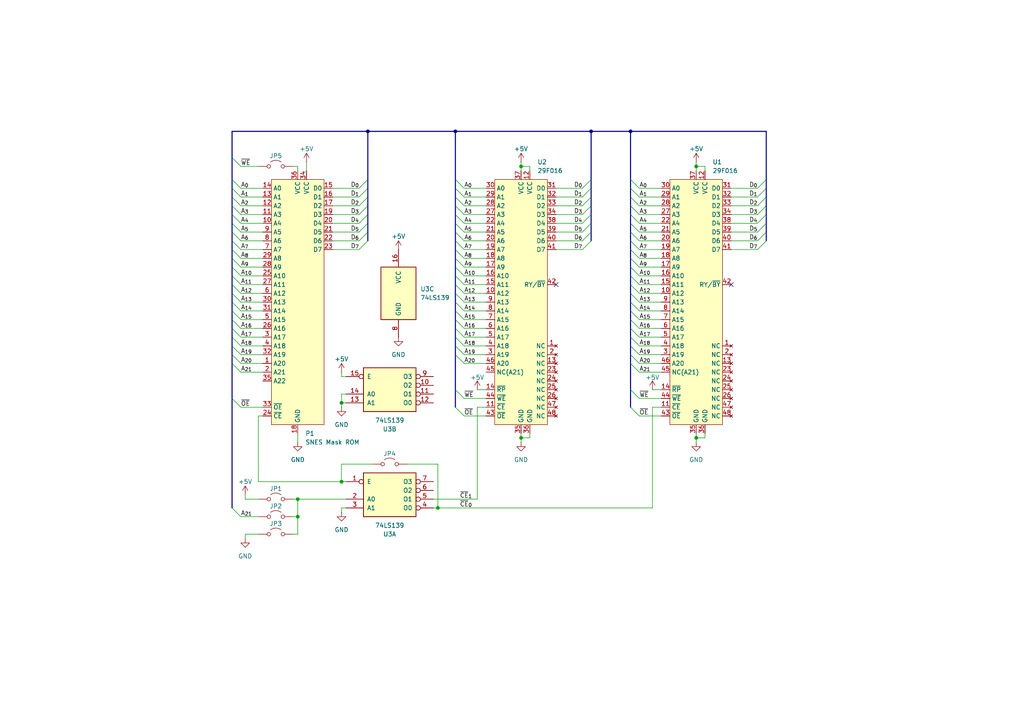
<source format=kicad_sch>
(kicad_sch
	(version 20231120)
	(generator "eeschema")
	(generator_version "8.0")
	(uuid "9e6e3c8b-7424-43ae-8686-7bb060b38b24")
	(paper "A4")
	(title_block
		(title "SNES Mask ROM TSOP Adapter")
		(date "2025-05-06")
		(rev "v1.4")
		(company "https://github.com/MouseBiteLabs")
	)
	(lib_symbols
		(symbol "29F016_1"
			(exclude_from_sim no)
			(in_bom yes)
			(on_board yes)
			(property "Reference" "U1"
				(at 4.7341 35.56 0)
				(effects
					(font
						(size 1.27 1.27)
					)
					(justify left)
				)
			)
			(property "Value" "29F016"
				(at 4.7341 33.02 0)
				(effects
					(font
						(size 1.27 1.27)
					)
					(justify left)
				)
			)
			(property "Footprint" ""
				(at 0 0 0)
				(effects
					(font
						(size 1.27 1.27)
					)
					(hide yes)
				)
			)
			(property "Datasheet" "https://www.alldatasheet.com/datasheet-pdf/view/74494/MCNIX/29F016-12.html"
				(at 0.254 -48.006 0)
				(effects
					(font
						(size 1.27 1.27)
					)
					(hide yes)
				)
			)
			(property "Description" "16 Mbit Flash"
				(at 0.508 -45.974 0)
				(effects
					(font
						(size 1.27 1.27)
					)
					(hide yes)
				)
			)
			(property "ki_keywords" "OTP EPROM 4MiBit"
				(at 0 0 0)
				(effects
					(font
						(size 1.27 1.27)
					)
					(hide yes)
				)
			)
			(property "ki_fp_filters" "DIP*W15.24mm* PLCC*"
				(at 0 0 0)
				(effects
					(font
						(size 1.27 1.27)
					)
					(hide yes)
				)
			)
			(symbol "29F016_1_1_1"
				(rectangle
					(start -7.62 30.48)
					(end 7.62 -40.64)
					(stroke
						(width 0)
						(type default)
					)
					(fill
						(type background)
					)
				)
				(pin no_connect line
					(at 10.16 -17.78 180)
					(length 2.54)
					(name "NC"
						(effects
							(font
								(size 1.27 1.27)
							)
						)
					)
					(number "1"
						(effects
							(font
								(size 1.27 1.27)
							)
						)
					)
				)
				(pin input line
					(at -10.16 -2.54 0)
					(length 2.54)
					(name "A12"
						(effects
							(font
								(size 1.27 1.27)
							)
						)
					)
					(number "10"
						(effects
							(font
								(size 1.27 1.27)
							)
						)
					)
				)
				(pin input line
					(at -10.16 -35.56 0)
					(length 2.54)
					(name "~{CE}"
						(effects
							(font
								(size 1.27 1.27)
							)
						)
					)
					(number "11"
						(effects
							(font
								(size 1.27 1.27)
							)
						)
					)
				)
				(pin power_in line
					(at 2.54 33.02 270)
					(length 2.54)
					(name "VCC"
						(effects
							(font
								(size 1.27 1.27)
							)
						)
					)
					(number "12"
						(effects
							(font
								(size 1.27 1.27)
							)
						)
					)
				)
				(pin no_connect line
					(at 10.16 -22.86 180)
					(length 2.54)
					(name "NC"
						(effects
							(font
								(size 1.27 1.27)
							)
						)
					)
					(number "13"
						(effects
							(font
								(size 1.27 1.27)
							)
						)
					)
				)
				(pin input line
					(at -10.16 -30.48 0)
					(length 2.54)
					(name "~{RP}"
						(effects
							(font
								(size 1.27 1.27)
							)
						)
					)
					(number "14"
						(effects
							(font
								(size 1.27 1.27)
							)
						)
					)
				)
				(pin input line
					(at -10.16 0 0)
					(length 2.54)
					(name "A11"
						(effects
							(font
								(size 1.27 1.27)
							)
						)
					)
					(number "15"
						(effects
							(font
								(size 1.27 1.27)
							)
						)
					)
				)
				(pin input line
					(at -10.16 2.54 0)
					(length 2.54)
					(name "A10"
						(effects
							(font
								(size 1.27 1.27)
							)
						)
					)
					(number "16"
						(effects
							(font
								(size 1.27 1.27)
							)
						)
					)
				)
				(pin input line
					(at -10.16 5.08 0)
					(length 2.54)
					(name "A9"
						(effects
							(font
								(size 1.27 1.27)
							)
						)
					)
					(number "17"
						(effects
							(font
								(size 1.27 1.27)
							)
						)
					)
				)
				(pin input line
					(at -10.16 7.62 0)
					(length 2.54)
					(name "A8"
						(effects
							(font
								(size 1.27 1.27)
							)
						)
					)
					(number "18"
						(effects
							(font
								(size 1.27 1.27)
							)
						)
					)
				)
				(pin input line
					(at -10.16 10.16 0)
					(length 2.54)
					(name "A7"
						(effects
							(font
								(size 1.27 1.27)
							)
						)
					)
					(number "19"
						(effects
							(font
								(size 1.27 1.27)
							)
						)
					)
				)
				(pin no_connect line
					(at 10.16 -20.32 180)
					(length 2.54)
					(name "NC"
						(effects
							(font
								(size 1.27 1.27)
							)
						)
					)
					(number "2"
						(effects
							(font
								(size 1.27 1.27)
							)
						)
					)
				)
				(pin input line
					(at -10.16 12.7 0)
					(length 2.54)
					(name "A6"
						(effects
							(font
								(size 1.27 1.27)
							)
						)
					)
					(number "20"
						(effects
							(font
								(size 1.27 1.27)
							)
						)
					)
				)
				(pin input line
					(at -10.16 15.24 0)
					(length 2.54)
					(name "A5"
						(effects
							(font
								(size 1.27 1.27)
							)
						)
					)
					(number "21"
						(effects
							(font
								(size 1.27 1.27)
							)
						)
					)
				)
				(pin input line
					(at -10.16 17.78 0)
					(length 2.54)
					(name "A4"
						(effects
							(font
								(size 1.27 1.27)
							)
						)
					)
					(number "22"
						(effects
							(font
								(size 1.27 1.27)
							)
						)
					)
				)
				(pin no_connect line
					(at 10.16 -25.4 180)
					(length 2.54)
					(name "NC"
						(effects
							(font
								(size 1.27 1.27)
							)
						)
					)
					(number "23"
						(effects
							(font
								(size 1.27 1.27)
							)
						)
					)
				)
				(pin no_connect line
					(at 10.16 -27.94 180)
					(length 2.54)
					(name "NC"
						(effects
							(font
								(size 1.27 1.27)
							)
						)
					)
					(number "24"
						(effects
							(font
								(size 1.27 1.27)
							)
						)
					)
				)
				(pin no_connect line
					(at 10.16 -30.48 180)
					(length 2.54)
					(name "NC"
						(effects
							(font
								(size 1.27 1.27)
							)
						)
					)
					(number "25"
						(effects
							(font
								(size 1.27 1.27)
							)
						)
					)
				)
				(pin no_connect line
					(at 10.16 -33.02 180)
					(length 2.54)
					(name "NC"
						(effects
							(font
								(size 1.27 1.27)
							)
						)
					)
					(number "26"
						(effects
							(font
								(size 1.27 1.27)
							)
						)
					)
				)
				(pin input line
					(at -10.16 20.32 0)
					(length 2.54)
					(name "A3"
						(effects
							(font
								(size 1.27 1.27)
							)
						)
					)
					(number "27"
						(effects
							(font
								(size 1.27 1.27)
							)
						)
					)
				)
				(pin input line
					(at -10.16 22.86 0)
					(length 2.54)
					(name "A2"
						(effects
							(font
								(size 1.27 1.27)
							)
						)
					)
					(number "28"
						(effects
							(font
								(size 1.27 1.27)
							)
						)
					)
				)
				(pin input line
					(at -10.16 25.4 0)
					(length 2.54)
					(name "A1"
						(effects
							(font
								(size 1.27 1.27)
							)
						)
					)
					(number "29"
						(effects
							(font
								(size 1.27 1.27)
							)
						)
					)
				)
				(pin input line
					(at -10.16 -20.32 0)
					(length 2.54)
					(name "A19"
						(effects
							(font
								(size 1.27 1.27)
							)
						)
					)
					(number "3"
						(effects
							(font
								(size 1.27 1.27)
							)
						)
					)
				)
				(pin input line
					(at -10.16 27.94 0)
					(length 2.54)
					(name "A0"
						(effects
							(font
								(size 1.27 1.27)
							)
						)
					)
					(number "30"
						(effects
							(font
								(size 1.27 1.27)
							)
						)
					)
				)
				(pin tri_state line
					(at 10.16 27.94 180)
					(length 2.54)
					(name "D0"
						(effects
							(font
								(size 1.27 1.27)
							)
						)
					)
					(number "31"
						(effects
							(font
								(size 1.27 1.27)
							)
						)
					)
				)
				(pin tri_state line
					(at 10.16 25.4 180)
					(length 2.54)
					(name "D1"
						(effects
							(font
								(size 1.27 1.27)
							)
						)
					)
					(number "32"
						(effects
							(font
								(size 1.27 1.27)
							)
						)
					)
				)
				(pin tri_state line
					(at 10.16 22.86 180)
					(length 2.54)
					(name "D2"
						(effects
							(font
								(size 1.27 1.27)
							)
						)
					)
					(number "33"
						(effects
							(font
								(size 1.27 1.27)
							)
						)
					)
				)
				(pin tri_state line
					(at 10.16 20.32 180)
					(length 2.54)
					(name "D3"
						(effects
							(font
								(size 1.27 1.27)
							)
						)
					)
					(number "34"
						(effects
							(font
								(size 1.27 1.27)
							)
						)
					)
				)
				(pin power_in line
					(at 0 -43.18 90)
					(length 2.54)
					(name "GND"
						(effects
							(font
								(size 1.27 1.27)
							)
						)
					)
					(number "35"
						(effects
							(font
								(size 1.27 1.27)
							)
						)
					)
				)
				(pin power_in line
					(at 2.54 -43.18 90)
					(length 2.54)
					(name "GND"
						(effects
							(font
								(size 1.27 1.27)
							)
						)
					)
					(number "36"
						(effects
							(font
								(size 1.27 1.27)
							)
						)
					)
				)
				(pin power_in line
					(at 0 33.02 270)
					(length 2.54)
					(name "VCC"
						(effects
							(font
								(size 1.27 1.27)
							)
						)
					)
					(number "37"
						(effects
							(font
								(size 1.27 1.27)
							)
						)
					)
				)
				(pin tri_state line
					(at 10.16 17.78 180)
					(length 2.54)
					(name "D4"
						(effects
							(font
								(size 1.27 1.27)
							)
						)
					)
					(number "38"
						(effects
							(font
								(size 1.27 1.27)
							)
						)
					)
				)
				(pin tri_state line
					(at 10.16 15.24 180)
					(length 2.54)
					(name "D5"
						(effects
							(font
								(size 1.27 1.27)
							)
						)
					)
					(number "39"
						(effects
							(font
								(size 1.27 1.27)
							)
						)
					)
				)
				(pin input line
					(at -10.16 -17.78 0)
					(length 2.54)
					(name "A18"
						(effects
							(font
								(size 1.27 1.27)
							)
						)
					)
					(number "4"
						(effects
							(font
								(size 1.27 1.27)
							)
						)
					)
				)
				(pin tri_state line
					(at 10.16 12.7 180)
					(length 2.54)
					(name "D6"
						(effects
							(font
								(size 1.27 1.27)
							)
						)
					)
					(number "40"
						(effects
							(font
								(size 1.27 1.27)
							)
						)
					)
				)
				(pin tri_state line
					(at 10.16 10.16 180)
					(length 2.54)
					(name "D7"
						(effects
							(font
								(size 1.27 1.27)
							)
						)
					)
					(number "41"
						(effects
							(font
								(size 1.27 1.27)
							)
						)
					)
				)
				(pin output line
					(at 10.16 0 180)
					(length 2.54)
					(name "RY/~{BY}"
						(effects
							(font
								(size 1.27 1.27)
							)
						)
					)
					(number "42"
						(effects
							(font
								(size 1.27 1.27)
							)
						)
					)
				)
				(pin input line
					(at -10.16 -38.1 0)
					(length 2.54)
					(name "~{OE}"
						(effects
							(font
								(size 1.27 1.27)
							)
						)
					)
					(number "43"
						(effects
							(font
								(size 1.27 1.27)
							)
						)
					)
				)
				(pin input line
					(at -10.16 -33.02 0)
					(length 2.54)
					(name "~{WE}"
						(effects
							(font
								(size 1.27 1.27)
							)
						)
					)
					(number "44"
						(effects
							(font
								(size 1.27 1.27)
							)
						)
					)
				)
				(pin input line
					(at -10.16 -25.4 0)
					(length 2.54)
					(name "NC(A21)"
						(effects
							(font
								(size 1.27 1.27)
							)
						)
					)
					(number "45"
						(effects
							(font
								(size 1.27 1.27)
							)
						)
					)
				)
				(pin input line
					(at -10.16 -22.86 0)
					(length 2.54)
					(name "A20"
						(effects
							(font
								(size 1.27 1.27)
							)
						)
					)
					(number "46"
						(effects
							(font
								(size 1.27 1.27)
							)
						)
					)
				)
				(pin no_connect line
					(at 10.16 -35.56 180)
					(length 2.54)
					(name "NC"
						(effects
							(font
								(size 1.27 1.27)
							)
						)
					)
					(number "47"
						(effects
							(font
								(size 1.27 1.27)
							)
						)
					)
				)
				(pin no_connect line
					(at 10.16 -38.1 180)
					(length 2.54)
					(name "NC"
						(effects
							(font
								(size 1.27 1.27)
							)
						)
					)
					(number "48"
						(effects
							(font
								(size 1.27 1.27)
							)
						)
					)
				)
				(pin input line
					(at -10.16 -15.24 0)
					(length 2.54)
					(name "A17"
						(effects
							(font
								(size 1.27 1.27)
							)
						)
					)
					(number "5"
						(effects
							(font
								(size 1.27 1.27)
							)
						)
					)
				)
				(pin input line
					(at -10.16 -12.7 0)
					(length 2.54)
					(name "A16"
						(effects
							(font
								(size 1.27 1.27)
							)
						)
					)
					(number "6"
						(effects
							(font
								(size 1.27 1.27)
							)
						)
					)
				)
				(pin input line
					(at -10.16 -10.16 0)
					(length 2.54)
					(name "A15"
						(effects
							(font
								(size 1.27 1.27)
							)
						)
					)
					(number "7"
						(effects
							(font
								(size 1.27 1.27)
							)
						)
					)
				)
				(pin input line
					(at -10.16 -7.62 0)
					(length 2.54)
					(name "A14"
						(effects
							(font
								(size 1.27 1.27)
							)
						)
					)
					(number "8"
						(effects
							(font
								(size 1.27 1.27)
							)
						)
					)
				)
				(pin input line
					(at -10.16 -5.08 0)
					(length 2.54)
					(name "A13"
						(effects
							(font
								(size 1.27 1.27)
							)
						)
					)
					(number "9"
						(effects
							(font
								(size 1.27 1.27)
							)
						)
					)
				)
			)
		)
		(symbol "Bucketmouse:29F016"
			(exclude_from_sim no)
			(in_bom yes)
			(on_board yes)
			(property "Reference" "U2"
				(at 4.7341 35.56 0)
				(effects
					(font
						(size 1.27 1.27)
					)
					(justify left)
				)
			)
			(property "Value" "29F016"
				(at 4.7341 33.02 0)
				(effects
					(font
						(size 1.27 1.27)
					)
					(justify left)
				)
			)
			(property "Footprint" ""
				(at 0 0 0)
				(effects
					(font
						(size 1.27 1.27)
					)
					(hide yes)
				)
			)
			(property "Datasheet" "https://www.alldatasheet.com/datasheet-pdf/view/74494/MCNIX/29F016-12.html"
				(at 0.254 -48.006 0)
				(effects
					(font
						(size 1.27 1.27)
					)
					(hide yes)
				)
			)
			(property "Description" "16 Mbit Flash"
				(at 0.508 -45.974 0)
				(effects
					(font
						(size 1.27 1.27)
					)
					(hide yes)
				)
			)
			(property "ki_keywords" "OTP EPROM 4MiBit"
				(at 0 0 0)
				(effects
					(font
						(size 1.27 1.27)
					)
					(hide yes)
				)
			)
			(property "ki_fp_filters" "DIP*W15.24mm* PLCC*"
				(at 0 0 0)
				(effects
					(font
						(size 1.27 1.27)
					)
					(hide yes)
				)
			)
			(symbol "29F016_1_1"
				(rectangle
					(start -7.62 30.48)
					(end 7.62 -40.64)
					(stroke
						(width 0)
						(type default)
					)
					(fill
						(type background)
					)
				)
				(pin no_connect line
					(at 10.16 -17.78 180)
					(length 2.54)
					(name "NC"
						(effects
							(font
								(size 1.27 1.27)
							)
						)
					)
					(number "1"
						(effects
							(font
								(size 1.27 1.27)
							)
						)
					)
				)
				(pin input line
					(at -10.16 -2.54 0)
					(length 2.54)
					(name "A12"
						(effects
							(font
								(size 1.27 1.27)
							)
						)
					)
					(number "10"
						(effects
							(font
								(size 1.27 1.27)
							)
						)
					)
				)
				(pin input line
					(at -10.16 -35.56 0)
					(length 2.54)
					(name "~{CE}"
						(effects
							(font
								(size 1.27 1.27)
							)
						)
					)
					(number "11"
						(effects
							(font
								(size 1.27 1.27)
							)
						)
					)
				)
				(pin power_in line
					(at 2.54 33.02 270)
					(length 2.54)
					(name "VCC"
						(effects
							(font
								(size 1.27 1.27)
							)
						)
					)
					(number "12"
						(effects
							(font
								(size 1.27 1.27)
							)
						)
					)
				)
				(pin no_connect line
					(at 10.16 -22.86 180)
					(length 2.54)
					(name "NC"
						(effects
							(font
								(size 1.27 1.27)
							)
						)
					)
					(number "13"
						(effects
							(font
								(size 1.27 1.27)
							)
						)
					)
				)
				(pin input line
					(at -10.16 -30.48 0)
					(length 2.54)
					(name "~{RP}"
						(effects
							(font
								(size 1.27 1.27)
							)
						)
					)
					(number "14"
						(effects
							(font
								(size 1.27 1.27)
							)
						)
					)
				)
				(pin input line
					(at -10.16 0 0)
					(length 2.54)
					(name "A11"
						(effects
							(font
								(size 1.27 1.27)
							)
						)
					)
					(number "15"
						(effects
							(font
								(size 1.27 1.27)
							)
						)
					)
				)
				(pin input line
					(at -10.16 2.54 0)
					(length 2.54)
					(name "A10"
						(effects
							(font
								(size 1.27 1.27)
							)
						)
					)
					(number "16"
						(effects
							(font
								(size 1.27 1.27)
							)
						)
					)
				)
				(pin input line
					(at -10.16 5.08 0)
					(length 2.54)
					(name "A9"
						(effects
							(font
								(size 1.27 1.27)
							)
						)
					)
					(number "17"
						(effects
							(font
								(size 1.27 1.27)
							)
						)
					)
				)
				(pin input line
					(at -10.16 7.62 0)
					(length 2.54)
					(name "A8"
						(effects
							(font
								(size 1.27 1.27)
							)
						)
					)
					(number "18"
						(effects
							(font
								(size 1.27 1.27)
							)
						)
					)
				)
				(pin input line
					(at -10.16 10.16 0)
					(length 2.54)
					(name "A7"
						(effects
							(font
								(size 1.27 1.27)
							)
						)
					)
					(number "19"
						(effects
							(font
								(size 1.27 1.27)
							)
						)
					)
				)
				(pin no_connect line
					(at 10.16 -20.32 180)
					(length 2.54)
					(name "NC"
						(effects
							(font
								(size 1.27 1.27)
							)
						)
					)
					(number "2"
						(effects
							(font
								(size 1.27 1.27)
							)
						)
					)
				)
				(pin input line
					(at -10.16 12.7 0)
					(length 2.54)
					(name "A6"
						(effects
							(font
								(size 1.27 1.27)
							)
						)
					)
					(number "20"
						(effects
							(font
								(size 1.27 1.27)
							)
						)
					)
				)
				(pin input line
					(at -10.16 15.24 0)
					(length 2.54)
					(name "A5"
						(effects
							(font
								(size 1.27 1.27)
							)
						)
					)
					(number "21"
						(effects
							(font
								(size 1.27 1.27)
							)
						)
					)
				)
				(pin input line
					(at -10.16 17.78 0)
					(length 2.54)
					(name "A4"
						(effects
							(font
								(size 1.27 1.27)
							)
						)
					)
					(number "22"
						(effects
							(font
								(size 1.27 1.27)
							)
						)
					)
				)
				(pin no_connect line
					(at 10.16 -25.4 180)
					(length 2.54)
					(name "NC"
						(effects
							(font
								(size 1.27 1.27)
							)
						)
					)
					(number "23"
						(effects
							(font
								(size 1.27 1.27)
							)
						)
					)
				)
				(pin no_connect line
					(at 10.16 -27.94 180)
					(length 2.54)
					(name "NC"
						(effects
							(font
								(size 1.27 1.27)
							)
						)
					)
					(number "24"
						(effects
							(font
								(size 1.27 1.27)
							)
						)
					)
				)
				(pin no_connect line
					(at 10.16 -30.48 180)
					(length 2.54)
					(name "NC"
						(effects
							(font
								(size 1.27 1.27)
							)
						)
					)
					(number "25"
						(effects
							(font
								(size 1.27 1.27)
							)
						)
					)
				)
				(pin no_connect line
					(at 10.16 -33.02 180)
					(length 2.54)
					(name "NC"
						(effects
							(font
								(size 1.27 1.27)
							)
						)
					)
					(number "26"
						(effects
							(font
								(size 1.27 1.27)
							)
						)
					)
				)
				(pin input line
					(at -10.16 20.32 0)
					(length 2.54)
					(name "A3"
						(effects
							(font
								(size 1.27 1.27)
							)
						)
					)
					(number "27"
						(effects
							(font
								(size 1.27 1.27)
							)
						)
					)
				)
				(pin input line
					(at -10.16 22.86 0)
					(length 2.54)
					(name "A2"
						(effects
							(font
								(size 1.27 1.27)
							)
						)
					)
					(number "28"
						(effects
							(font
								(size 1.27 1.27)
							)
						)
					)
				)
				(pin input line
					(at -10.16 25.4 0)
					(length 2.54)
					(name "A1"
						(effects
							(font
								(size 1.27 1.27)
							)
						)
					)
					(number "29"
						(effects
							(font
								(size 1.27 1.27)
							)
						)
					)
				)
				(pin input line
					(at -10.16 -20.32 0)
					(length 2.54)
					(name "A19"
						(effects
							(font
								(size 1.27 1.27)
							)
						)
					)
					(number "3"
						(effects
							(font
								(size 1.27 1.27)
							)
						)
					)
				)
				(pin input line
					(at -10.16 27.94 0)
					(length 2.54)
					(name "A0"
						(effects
							(font
								(size 1.27 1.27)
							)
						)
					)
					(number "30"
						(effects
							(font
								(size 1.27 1.27)
							)
						)
					)
				)
				(pin tri_state line
					(at 10.16 27.94 180)
					(length 2.54)
					(name "D0"
						(effects
							(font
								(size 1.27 1.27)
							)
						)
					)
					(number "31"
						(effects
							(font
								(size 1.27 1.27)
							)
						)
					)
				)
				(pin tri_state line
					(at 10.16 25.4 180)
					(length 2.54)
					(name "D1"
						(effects
							(font
								(size 1.27 1.27)
							)
						)
					)
					(number "32"
						(effects
							(font
								(size 1.27 1.27)
							)
						)
					)
				)
				(pin tri_state line
					(at 10.16 22.86 180)
					(length 2.54)
					(name "D2"
						(effects
							(font
								(size 1.27 1.27)
							)
						)
					)
					(number "33"
						(effects
							(font
								(size 1.27 1.27)
							)
						)
					)
				)
				(pin tri_state line
					(at 10.16 20.32 180)
					(length 2.54)
					(name "D3"
						(effects
							(font
								(size 1.27 1.27)
							)
						)
					)
					(number "34"
						(effects
							(font
								(size 1.27 1.27)
							)
						)
					)
				)
				(pin power_in line
					(at 0 -43.18 90)
					(length 2.54)
					(name "GND"
						(effects
							(font
								(size 1.27 1.27)
							)
						)
					)
					(number "35"
						(effects
							(font
								(size 1.27 1.27)
							)
						)
					)
				)
				(pin power_in line
					(at 2.54 -43.18 90)
					(length 2.54)
					(name "GND"
						(effects
							(font
								(size 1.27 1.27)
							)
						)
					)
					(number "36"
						(effects
							(font
								(size 1.27 1.27)
							)
						)
					)
				)
				(pin power_in line
					(at 0 33.02 270)
					(length 2.54)
					(name "VCC"
						(effects
							(font
								(size 1.27 1.27)
							)
						)
					)
					(number "37"
						(effects
							(font
								(size 1.27 1.27)
							)
						)
					)
				)
				(pin tri_state line
					(at 10.16 17.78 180)
					(length 2.54)
					(name "D4"
						(effects
							(font
								(size 1.27 1.27)
							)
						)
					)
					(number "38"
						(effects
							(font
								(size 1.27 1.27)
							)
						)
					)
				)
				(pin tri_state line
					(at 10.16 15.24 180)
					(length 2.54)
					(name "D5"
						(effects
							(font
								(size 1.27 1.27)
							)
						)
					)
					(number "39"
						(effects
							(font
								(size 1.27 1.27)
							)
						)
					)
				)
				(pin input line
					(at -10.16 -17.78 0)
					(length 2.54)
					(name "A18"
						(effects
							(font
								(size 1.27 1.27)
							)
						)
					)
					(number "4"
						(effects
							(font
								(size 1.27 1.27)
							)
						)
					)
				)
				(pin tri_state line
					(at 10.16 12.7 180)
					(length 2.54)
					(name "D6"
						(effects
							(font
								(size 1.27 1.27)
							)
						)
					)
					(number "40"
						(effects
							(font
								(size 1.27 1.27)
							)
						)
					)
				)
				(pin tri_state line
					(at 10.16 10.16 180)
					(length 2.54)
					(name "D7"
						(effects
							(font
								(size 1.27 1.27)
							)
						)
					)
					(number "41"
						(effects
							(font
								(size 1.27 1.27)
							)
						)
					)
				)
				(pin output line
					(at 10.16 0 180)
					(length 2.54)
					(name "RY/~{BY}"
						(effects
							(font
								(size 1.27 1.27)
							)
						)
					)
					(number "42"
						(effects
							(font
								(size 1.27 1.27)
							)
						)
					)
				)
				(pin input line
					(at -10.16 -38.1 0)
					(length 2.54)
					(name "~{OE}"
						(effects
							(font
								(size 1.27 1.27)
							)
						)
					)
					(number "43"
						(effects
							(font
								(size 1.27 1.27)
							)
						)
					)
				)
				(pin input line
					(at -10.16 -33.02 0)
					(length 2.54)
					(name "~{WE}"
						(effects
							(font
								(size 1.27 1.27)
							)
						)
					)
					(number "44"
						(effects
							(font
								(size 1.27 1.27)
							)
						)
					)
				)
				(pin input line
					(at -10.16 -25.4 0)
					(length 2.54)
					(name "NC(A21)"
						(effects
							(font
								(size 1.27 1.27)
							)
						)
					)
					(number "45"
						(effects
							(font
								(size 1.27 1.27)
							)
						)
					)
				)
				(pin input line
					(at -10.16 -22.86 0)
					(length 2.54)
					(name "A20"
						(effects
							(font
								(size 1.27 1.27)
							)
						)
					)
					(number "46"
						(effects
							(font
								(size 1.27 1.27)
							)
						)
					)
				)
				(pin no_connect line
					(at 10.16 -35.56 180)
					(length 2.54)
					(name "NC"
						(effects
							(font
								(size 1.27 1.27)
							)
						)
					)
					(number "47"
						(effects
							(font
								(size 1.27 1.27)
							)
						)
					)
				)
				(pin no_connect line
					(at 10.16 -38.1 180)
					(length 2.54)
					(name "NC"
						(effects
							(font
								(size 1.27 1.27)
							)
						)
					)
					(number "48"
						(effects
							(font
								(size 1.27 1.27)
							)
						)
					)
				)
				(pin input line
					(at -10.16 -15.24 0)
					(length 2.54)
					(name "A17"
						(effects
							(font
								(size 1.27 1.27)
							)
						)
					)
					(number "5"
						(effects
							(font
								(size 1.27 1.27)
							)
						)
					)
				)
				(pin input line
					(at -10.16 -12.7 0)
					(length 2.54)
					(name "A16"
						(effects
							(font
								(size 1.27 1.27)
							)
						)
					)
					(number "6"
						(effects
							(font
								(size 1.27 1.27)
							)
						)
					)
				)
				(pin input line
					(at -10.16 -10.16 0)
					(length 2.54)
					(name "A15"
						(effects
							(font
								(size 1.27 1.27)
							)
						)
					)
					(number "7"
						(effects
							(font
								(size 1.27 1.27)
							)
						)
					)
				)
				(pin input line
					(at -10.16 -7.62 0)
					(length 2.54)
					(name "A14"
						(effects
							(font
								(size 1.27 1.27)
							)
						)
					)
					(number "8"
						(effects
							(font
								(size 1.27 1.27)
							)
						)
					)
				)
				(pin input line
					(at -10.16 -5.08 0)
					(length 2.54)
					(name "A13"
						(effects
							(font
								(size 1.27 1.27)
							)
						)
					)
					(number "9"
						(effects
							(font
								(size 1.27 1.27)
							)
						)
					)
				)
			)
		)
		(symbol "Bucketmouse:74LS139"
			(pin_names
				(offset 1.016)
			)
			(exclude_from_sim no)
			(in_bom yes)
			(on_board yes)
			(property "Reference" "U"
				(at -7.62 8.89 0)
				(effects
					(font
						(size 1.27 1.27)
					)
				)
			)
			(property "Value" "74LS139"
				(at -7.62 -8.89 0)
				(effects
					(font
						(size 1.27 1.27)
					)
				)
			)
			(property "Footprint" ""
				(at 0 0 0)
				(effects
					(font
						(size 1.27 1.27)
					)
					(hide yes)
				)
			)
			(property "Datasheet" "http://www.ti.com/lit/ds/symlink/sn74ls139a.pdf"
				(at 0 0 0)
				(effects
					(font
						(size 1.27 1.27)
					)
					(hide yes)
				)
			)
			(property "Description" "Dual Decoder 1 of 4, Active low outputs"
				(at 0 0 0)
				(effects
					(font
						(size 1.27 1.27)
					)
					(hide yes)
				)
			)
			(property "ki_locked" ""
				(at 0 0 0)
				(effects
					(font
						(size 1.27 1.27)
					)
				)
			)
			(property "ki_keywords" "TTL DECOD4"
				(at 0 0 0)
				(effects
					(font
						(size 1.27 1.27)
					)
					(hide yes)
				)
			)
			(property "ki_fp_filters" "DIP?16*"
				(at 0 0 0)
				(effects
					(font
						(size 1.27 1.27)
					)
					(hide yes)
				)
			)
			(symbol "74LS139_1_0"
				(pin input inverted
					(at -12.7 -5.08 0)
					(length 5.08)
					(name "E"
						(effects
							(font
								(size 1.27 1.27)
							)
						)
					)
					(number "1"
						(effects
							(font
								(size 1.27 1.27)
							)
						)
					)
				)
				(pin input line
					(at -12.7 0 0)
					(length 5.08)
					(name "A0"
						(effects
							(font
								(size 1.27 1.27)
							)
						)
					)
					(number "2"
						(effects
							(font
								(size 1.27 1.27)
							)
						)
					)
				)
				(pin input line
					(at -12.7 2.54 0)
					(length 5.08)
					(name "A1"
						(effects
							(font
								(size 1.27 1.27)
							)
						)
					)
					(number "3"
						(effects
							(font
								(size 1.27 1.27)
							)
						)
					)
				)
				(pin output inverted
					(at 12.7 2.54 180)
					(length 5.08)
					(name "O0"
						(effects
							(font
								(size 1.27 1.27)
							)
						)
					)
					(number "4"
						(effects
							(font
								(size 1.27 1.27)
							)
						)
					)
				)
				(pin output inverted
					(at 12.7 0 180)
					(length 5.08)
					(name "O1"
						(effects
							(font
								(size 1.27 1.27)
							)
						)
					)
					(number "5"
						(effects
							(font
								(size 1.27 1.27)
							)
						)
					)
				)
				(pin output inverted
					(at 12.7 -2.54 180)
					(length 5.08)
					(name "O2"
						(effects
							(font
								(size 1.27 1.27)
							)
						)
					)
					(number "6"
						(effects
							(font
								(size 1.27 1.27)
							)
						)
					)
				)
				(pin output inverted
					(at 12.7 -5.08 180)
					(length 5.08)
					(name "O3"
						(effects
							(font
								(size 1.27 1.27)
							)
						)
					)
					(number "7"
						(effects
							(font
								(size 1.27 1.27)
							)
						)
					)
				)
			)
			(symbol "74LS139_1_1"
				(rectangle
					(start -7.62 5.08)
					(end 7.62 -7.62)
					(stroke
						(width 0.254)
						(type default)
					)
					(fill
						(type background)
					)
				)
			)
			(symbol "74LS139_2_0"
				(pin output inverted
					(at 12.7 -2.54 180)
					(length 5.08)
					(name "O2"
						(effects
							(font
								(size 1.27 1.27)
							)
						)
					)
					(number "10"
						(effects
							(font
								(size 1.27 1.27)
							)
						)
					)
				)
				(pin output inverted
					(at 12.7 0 180)
					(length 5.08)
					(name "O1"
						(effects
							(font
								(size 1.27 1.27)
							)
						)
					)
					(number "11"
						(effects
							(font
								(size 1.27 1.27)
							)
						)
					)
				)
				(pin output inverted
					(at 12.7 2.54 180)
					(length 5.08)
					(name "O0"
						(effects
							(font
								(size 1.27 1.27)
							)
						)
					)
					(number "12"
						(effects
							(font
								(size 1.27 1.27)
							)
						)
					)
				)
				(pin input line
					(at -12.7 2.54 0)
					(length 5.08)
					(name "A1"
						(effects
							(font
								(size 1.27 1.27)
							)
						)
					)
					(number "13"
						(effects
							(font
								(size 1.27 1.27)
							)
						)
					)
				)
				(pin input line
					(at -12.7 0 0)
					(length 5.08)
					(name "A0"
						(effects
							(font
								(size 1.27 1.27)
							)
						)
					)
					(number "14"
						(effects
							(font
								(size 1.27 1.27)
							)
						)
					)
				)
				(pin input inverted
					(at -12.7 -5.08 0)
					(length 5.08)
					(name "E"
						(effects
							(font
								(size 1.27 1.27)
							)
						)
					)
					(number "15"
						(effects
							(font
								(size 1.27 1.27)
							)
						)
					)
				)
				(pin output inverted
					(at 12.7 -5.08 180)
					(length 5.08)
					(name "O3"
						(effects
							(font
								(size 1.27 1.27)
							)
						)
					)
					(number "9"
						(effects
							(font
								(size 1.27 1.27)
							)
						)
					)
				)
			)
			(symbol "74LS139_2_1"
				(rectangle
					(start -7.62 5.08)
					(end 7.62 -7.62)
					(stroke
						(width 0.254)
						(type default)
					)
					(fill
						(type background)
					)
				)
			)
			(symbol "74LS139_3_0"
				(pin power_in line
					(at 0 12.7 270)
					(length 5.08)
					(name "VCC"
						(effects
							(font
								(size 1.27 1.27)
							)
						)
					)
					(number "16"
						(effects
							(font
								(size 1.27 1.27)
							)
						)
					)
				)
				(pin power_in line
					(at 0 -12.7 90)
					(length 5.08)
					(name "GND"
						(effects
							(font
								(size 1.27 1.27)
							)
						)
					)
					(number "8"
						(effects
							(font
								(size 1.27 1.27)
							)
						)
					)
				)
			)
			(symbol "74LS139_3_1"
				(rectangle
					(start -5.08 7.62)
					(end 5.08 -7.62)
					(stroke
						(width 0.254)
						(type default)
					)
					(fill
						(type background)
					)
				)
			)
		)
		(symbol "Jumper:Jumper_2_Open"
			(pin_numbers hide)
			(pin_names
				(offset 0) hide)
			(exclude_from_sim yes)
			(in_bom yes)
			(on_board yes)
			(property "Reference" "JP"
				(at 0 2.794 0)
				(effects
					(font
						(size 1.27 1.27)
					)
				)
			)
			(property "Value" "Jumper_2_Open"
				(at 0 -2.286 0)
				(effects
					(font
						(size 1.27 1.27)
					)
				)
			)
			(property "Footprint" ""
				(at 0 0 0)
				(effects
					(font
						(size 1.27 1.27)
					)
					(hide yes)
				)
			)
			(property "Datasheet" "~"
				(at 0 0 0)
				(effects
					(font
						(size 1.27 1.27)
					)
					(hide yes)
				)
			)
			(property "Description" "Jumper, 2-pole, open"
				(at 0 0 0)
				(effects
					(font
						(size 1.27 1.27)
					)
					(hide yes)
				)
			)
			(property "ki_keywords" "Jumper SPST"
				(at 0 0 0)
				(effects
					(font
						(size 1.27 1.27)
					)
					(hide yes)
				)
			)
			(property "ki_fp_filters" "Jumper* TestPoint*2Pads* TestPoint*Bridge*"
				(at 0 0 0)
				(effects
					(font
						(size 1.27 1.27)
					)
					(hide yes)
				)
			)
			(symbol "Jumper_2_Open_0_0"
				(circle
					(center -2.032 0)
					(radius 0.508)
					(stroke
						(width 0)
						(type default)
					)
					(fill
						(type none)
					)
				)
				(circle
					(center 2.032 0)
					(radius 0.508)
					(stroke
						(width 0)
						(type default)
					)
					(fill
						(type none)
					)
				)
			)
			(symbol "Jumper_2_Open_0_1"
				(arc
					(start 1.524 1.27)
					(mid 0 1.778)
					(end -1.524 1.27)
					(stroke
						(width 0)
						(type default)
					)
					(fill
						(type none)
					)
				)
			)
			(symbol "Jumper_2_Open_1_1"
				(pin passive line
					(at -5.08 0 0)
					(length 2.54)
					(name "A"
						(effects
							(font
								(size 1.27 1.27)
							)
						)
					)
					(number "1"
						(effects
							(font
								(size 1.27 1.27)
							)
						)
					)
				)
				(pin passive line
					(at 5.08 0 180)
					(length 2.54)
					(name "B"
						(effects
							(font
								(size 1.27 1.27)
							)
						)
					)
					(number "2"
						(effects
							(font
								(size 1.27 1.27)
							)
						)
					)
				)
			)
		)
		(symbol "SNES_Mask_ROM_1"
			(exclude_from_sim no)
			(in_bom yes)
			(on_board yes)
			(property "Reference" "U"
				(at -7.62 31.75 0)
				(effects
					(font
						(size 1.27 1.27)
					)
				)
			)
			(property "Value" "SNES Mask ROM"
				(at 0.508 -42.164 0)
				(effects
					(font
						(size 1.27 1.27)
					)
					(justify left)
				)
			)
			(property "Footprint" ""
				(at 0 0 0)
				(effects
					(font
						(size 1.27 1.27)
					)
					(hide yes)
				)
			)
			(property "Datasheet" ""
				(at 0.254 -48.006 0)
				(effects
					(font
						(size 1.27 1.27)
					)
					(hide yes)
				)
			)
			(property "Description" ""
				(at 0.508 -45.974 0)
				(effects
					(font
						(size 1.27 1.27)
					)
					(hide yes)
				)
			)
			(property "ki_keywords" "OTP EPROM 4MiBit"
				(at 0 0 0)
				(effects
					(font
						(size 1.27 1.27)
					)
					(hide yes)
				)
			)
			(property "ki_fp_filters" "DIP*W15.24mm* PLCC*"
				(at 0 0 0)
				(effects
					(font
						(size 1.27 1.27)
					)
					(hide yes)
				)
			)
			(symbol "SNES_Mask_ROM_1_1_1"
				(rectangle
					(start -7.62 30.48)
					(end 7.62 -40.64)
					(stroke
						(width 0)
						(type default)
					)
					(fill
						(type background)
					)
				)
				(pin output line
					(at -10.16 -22.86 0)
					(length 2.54)
					(name "A20"
						(effects
							(font
								(size 1.27 1.27)
							)
						)
					)
					(number "1"
						(effects
							(font
								(size 1.27 1.27)
							)
						)
					)
				)
				(pin output line
					(at -10.16 17.78 0)
					(length 2.54)
					(name "A4"
						(effects
							(font
								(size 1.27 1.27)
							)
						)
					)
					(number "10"
						(effects
							(font
								(size 1.27 1.27)
							)
						)
					)
				)
				(pin output line
					(at -10.16 20.32 0)
					(length 2.54)
					(name "A3"
						(effects
							(font
								(size 1.27 1.27)
							)
						)
					)
					(number "11"
						(effects
							(font
								(size 1.27 1.27)
							)
						)
					)
				)
				(pin output line
					(at -10.16 22.86 0)
					(length 2.54)
					(name "A2"
						(effects
							(font
								(size 1.27 1.27)
							)
						)
					)
					(number "12"
						(effects
							(font
								(size 1.27 1.27)
							)
						)
					)
				)
				(pin output line
					(at -10.16 25.4 0)
					(length 2.54)
					(name "A1"
						(effects
							(font
								(size 1.27 1.27)
							)
						)
					)
					(number "13"
						(effects
							(font
								(size 1.27 1.27)
							)
						)
					)
				)
				(pin output line
					(at -10.16 27.94 0)
					(length 2.54)
					(name "A0"
						(effects
							(font
								(size 1.27 1.27)
							)
						)
					)
					(number "14"
						(effects
							(font
								(size 1.27 1.27)
							)
						)
					)
				)
				(pin bidirectional line
					(at 10.16 27.94 180)
					(length 2.54)
					(name "D0"
						(effects
							(font
								(size 1.27 1.27)
							)
						)
					)
					(number "15"
						(effects
							(font
								(size 1.27 1.27)
							)
						)
					)
				)
				(pin bidirectional line
					(at 10.16 25.4 180)
					(length 2.54)
					(name "D1"
						(effects
							(font
								(size 1.27 1.27)
							)
						)
					)
					(number "16"
						(effects
							(font
								(size 1.27 1.27)
							)
						)
					)
				)
				(pin bidirectional line
					(at 10.16 22.86 180)
					(length 2.54)
					(name "D2"
						(effects
							(font
								(size 1.27 1.27)
							)
						)
					)
					(number "17"
						(effects
							(font
								(size 1.27 1.27)
							)
						)
					)
				)
				(pin power_in line
					(at 0 -43.18 90)
					(length 2.54)
					(name "GND"
						(effects
							(font
								(size 1.27 1.27)
							)
						)
					)
					(number "18"
						(effects
							(font
								(size 1.27 1.27)
							)
						)
					)
				)
				(pin bidirectional line
					(at 10.16 20.32 180)
					(length 2.54)
					(name "D3"
						(effects
							(font
								(size 1.27 1.27)
							)
						)
					)
					(number "19"
						(effects
							(font
								(size 1.27 1.27)
							)
						)
					)
				)
				(pin output line
					(at -10.16 -25.4 0)
					(length 2.54)
					(name "A21"
						(effects
							(font
								(size 1.27 1.27)
							)
						)
					)
					(number "2"
						(effects
							(font
								(size 1.27 1.27)
							)
						)
					)
				)
				(pin bidirectional line
					(at 10.16 17.78 180)
					(length 2.54)
					(name "D4"
						(effects
							(font
								(size 1.27 1.27)
							)
						)
					)
					(number "20"
						(effects
							(font
								(size 1.27 1.27)
							)
						)
					)
				)
				(pin bidirectional line
					(at 10.16 15.24 180)
					(length 2.54)
					(name "D5"
						(effects
							(font
								(size 1.27 1.27)
							)
						)
					)
					(number "21"
						(effects
							(font
								(size 1.27 1.27)
							)
						)
					)
				)
				(pin bidirectional line
					(at 10.16 12.7 180)
					(length 2.54)
					(name "D6"
						(effects
							(font
								(size 1.27 1.27)
							)
						)
					)
					(number "22"
						(effects
							(font
								(size 1.27 1.27)
							)
						)
					)
				)
				(pin bidirectional line
					(at 10.16 10.16 180)
					(length 2.54)
					(name "D7"
						(effects
							(font
								(size 1.27 1.27)
							)
						)
					)
					(number "23"
						(effects
							(font
								(size 1.27 1.27)
							)
						)
					)
				)
				(pin input line
					(at -10.16 -38.1 0)
					(length 2.54)
					(name "~{CE}"
						(effects
							(font
								(size 1.27 1.27)
							)
						)
					)
					(number "24"
						(effects
							(font
								(size 1.27 1.27)
							)
						)
					)
				)
				(pin output line
					(at -10.16 2.54 0)
					(length 2.54)
					(name "A10"
						(effects
							(font
								(size 1.27 1.27)
							)
						)
					)
					(number "25"
						(effects
							(font
								(size 1.27 1.27)
							)
						)
					)
				)
				(pin output line
					(at -10.16 -12.7 0)
					(length 2.54)
					(name "A16"
						(effects
							(font
								(size 1.27 1.27)
							)
						)
					)
					(number "26"
						(effects
							(font
								(size 1.27 1.27)
							)
						)
					)
				)
				(pin output line
					(at -10.16 0 0)
					(length 2.54)
					(name "A11"
						(effects
							(font
								(size 1.27 1.27)
							)
						)
					)
					(number "27"
						(effects
							(font
								(size 1.27 1.27)
							)
						)
					)
				)
				(pin output line
					(at -10.16 5.08 0)
					(length 2.54)
					(name "A9"
						(effects
							(font
								(size 1.27 1.27)
							)
						)
					)
					(number "28"
						(effects
							(font
								(size 1.27 1.27)
							)
						)
					)
				)
				(pin output line
					(at -10.16 7.62 0)
					(length 2.54)
					(name "A8"
						(effects
							(font
								(size 1.27 1.27)
							)
						)
					)
					(number "29"
						(effects
							(font
								(size 1.27 1.27)
							)
						)
					)
				)
				(pin output line
					(at -10.16 -15.24 0)
					(length 2.54)
					(name "A17"
						(effects
							(font
								(size 1.27 1.27)
							)
						)
					)
					(number "3"
						(effects
							(font
								(size 1.27 1.27)
							)
						)
					)
				)
				(pin output line
					(at -10.16 -5.08 0)
					(length 2.54)
					(name "A13"
						(effects
							(font
								(size 1.27 1.27)
							)
						)
					)
					(number "30"
						(effects
							(font
								(size 1.27 1.27)
							)
						)
					)
				)
				(pin output line
					(at -10.16 -7.62 0)
					(length 2.54)
					(name "A14"
						(effects
							(font
								(size 1.27 1.27)
							)
						)
					)
					(number "31"
						(effects
							(font
								(size 1.27 1.27)
							)
						)
					)
				)
				(pin output line
					(at -10.16 -20.32 0)
					(length 2.54)
					(name "A19"
						(effects
							(font
								(size 1.27 1.27)
							)
						)
					)
					(number "32"
						(effects
							(font
								(size 1.27 1.27)
							)
						)
					)
				)
				(pin input line
					(at -10.16 -35.56 0)
					(length 2.54)
					(name "~{OE}"
						(effects
							(font
								(size 1.27 1.27)
							)
						)
					)
					(number "33"
						(effects
							(font
								(size 1.27 1.27)
							)
						)
					)
				)
				(pin power_in line
					(at 2.54 33.02 270)
					(length 2.54)
					(name "VCC"
						(effects
							(font
								(size 1.27 1.27)
							)
						)
					)
					(number "34"
						(effects
							(font
								(size 1.27 1.27)
							)
						)
					)
				)
				(pin output line
					(at -10.16 -27.94 0)
					(length 2.54)
					(name "A22"
						(effects
							(font
								(size 1.27 1.27)
							)
						)
					)
					(number "35"
						(effects
							(font
								(size 1.27 1.27)
							)
						)
					)
				)
				(pin power_in line
					(at 0 33.02 270)
					(length 2.54)
					(name "VCC"
						(effects
							(font
								(size 1.27 1.27)
							)
						)
					)
					(number "36"
						(effects
							(font
								(size 1.27 1.27)
							)
						)
					)
				)
				(pin output line
					(at -10.16 -17.78 0)
					(length 2.54)
					(name "A18"
						(effects
							(font
								(size 1.27 1.27)
							)
						)
					)
					(number "4"
						(effects
							(font
								(size 1.27 1.27)
							)
						)
					)
				)
				(pin output line
					(at -10.16 -10.16 0)
					(length 2.54)
					(name "A15"
						(effects
							(font
								(size 1.27 1.27)
							)
						)
					)
					(number "5"
						(effects
							(font
								(size 1.27 1.27)
							)
						)
					)
				)
				(pin output line
					(at -10.16 -2.54 0)
					(length 2.54)
					(name "A12"
						(effects
							(font
								(size 1.27 1.27)
							)
						)
					)
					(number "6"
						(effects
							(font
								(size 1.27 1.27)
							)
						)
					)
				)
				(pin output line
					(at -10.16 10.16 0)
					(length 2.54)
					(name "A7"
						(effects
							(font
								(size 1.27 1.27)
							)
						)
					)
					(number "7"
						(effects
							(font
								(size 1.27 1.27)
							)
						)
					)
				)
				(pin output line
					(at -10.16 12.7 0)
					(length 2.54)
					(name "A6"
						(effects
							(font
								(size 1.27 1.27)
							)
						)
					)
					(number "8"
						(effects
							(font
								(size 1.27 1.27)
							)
						)
					)
				)
				(pin output line
					(at -10.16 15.24 0)
					(length 2.54)
					(name "A5"
						(effects
							(font
								(size 1.27 1.27)
							)
						)
					)
					(number "9"
						(effects
							(font
								(size 1.27 1.27)
							)
						)
					)
				)
			)
		)
		(symbol "power:+5V"
			(power)
			(pin_numbers hide)
			(pin_names
				(offset 0) hide)
			(exclude_from_sim no)
			(in_bom yes)
			(on_board yes)
			(property "Reference" "#PWR"
				(at 0 -3.81 0)
				(effects
					(font
						(size 1.27 1.27)
					)
					(hide yes)
				)
			)
			(property "Value" "+5V"
				(at 0 3.556 0)
				(effects
					(font
						(size 1.27 1.27)
					)
				)
			)
			(property "Footprint" ""
				(at 0 0 0)
				(effects
					(font
						(size 1.27 1.27)
					)
					(hide yes)
				)
			)
			(property "Datasheet" ""
				(at 0 0 0)
				(effects
					(font
						(size 1.27 1.27)
					)
					(hide yes)
				)
			)
			(property "Description" "Power symbol creates a global label with name \"+5V\""
				(at 0 0 0)
				(effects
					(font
						(size 1.27 1.27)
					)
					(hide yes)
				)
			)
			(property "ki_keywords" "global power"
				(at 0 0 0)
				(effects
					(font
						(size 1.27 1.27)
					)
					(hide yes)
				)
			)
			(symbol "+5V_0_1"
				(polyline
					(pts
						(xy -0.762 1.27) (xy 0 2.54)
					)
					(stroke
						(width 0)
						(type default)
					)
					(fill
						(type none)
					)
				)
				(polyline
					(pts
						(xy 0 0) (xy 0 2.54)
					)
					(stroke
						(width 0)
						(type default)
					)
					(fill
						(type none)
					)
				)
				(polyline
					(pts
						(xy 0 2.54) (xy 0.762 1.27)
					)
					(stroke
						(width 0)
						(type default)
					)
					(fill
						(type none)
					)
				)
			)
			(symbol "+5V_1_1"
				(pin power_in line
					(at 0 0 90)
					(length 0)
					(name "~"
						(effects
							(font
								(size 1.27 1.27)
							)
						)
					)
					(number "1"
						(effects
							(font
								(size 1.27 1.27)
							)
						)
					)
				)
			)
		)
		(symbol "power:GND"
			(power)
			(pin_numbers hide)
			(pin_names
				(offset 0) hide)
			(exclude_from_sim no)
			(in_bom yes)
			(on_board yes)
			(property "Reference" "#PWR"
				(at 0 -6.35 0)
				(effects
					(font
						(size 1.27 1.27)
					)
					(hide yes)
				)
			)
			(property "Value" "GND"
				(at 0 -3.81 0)
				(effects
					(font
						(size 1.27 1.27)
					)
				)
			)
			(property "Footprint" ""
				(at 0 0 0)
				(effects
					(font
						(size 1.27 1.27)
					)
					(hide yes)
				)
			)
			(property "Datasheet" ""
				(at 0 0 0)
				(effects
					(font
						(size 1.27 1.27)
					)
					(hide yes)
				)
			)
			(property "Description" "Power symbol creates a global label with name \"GND\" , ground"
				(at 0 0 0)
				(effects
					(font
						(size 1.27 1.27)
					)
					(hide yes)
				)
			)
			(property "ki_keywords" "global power"
				(at 0 0 0)
				(effects
					(font
						(size 1.27 1.27)
					)
					(hide yes)
				)
			)
			(symbol "GND_0_1"
				(polyline
					(pts
						(xy 0 0) (xy 0 -1.27) (xy 1.27 -1.27) (xy 0 -2.54) (xy -1.27 -1.27) (xy 0 -1.27)
					)
					(stroke
						(width 0)
						(type default)
					)
					(fill
						(type none)
					)
				)
			)
			(symbol "GND_1_1"
				(pin power_in line
					(at 0 0 270)
					(length 0)
					(name "~"
						(effects
							(font
								(size 1.27 1.27)
							)
						)
					)
					(number "1"
						(effects
							(font
								(size 1.27 1.27)
							)
						)
					)
				)
			)
		)
	)
	(junction
		(at 127 147.32)
		(diameter 0)
		(color 0 0 0 0)
		(uuid "00b7bc18-c8ff-4eda-a847-454100b7411e")
	)
	(junction
		(at 86.36 144.78)
		(diameter 0)
		(color 0 0 0 0)
		(uuid "00bee165-fd53-4651-a2c4-6e41366c3b83")
	)
	(junction
		(at 151.13 48.26)
		(diameter 0)
		(color 0 0 0 0)
		(uuid "0147ce82-e0ad-4542-a3be-69b8d5dd4e1c")
	)
	(junction
		(at 99.06 139.7)
		(diameter 0)
		(color 0 0 0 0)
		(uuid "202ad4d5-e25a-4a4c-94cb-767cc48f5f50")
	)
	(junction
		(at 201.93 48.26)
		(diameter 0)
		(color 0 0 0 0)
		(uuid "3c74eab2-981b-49e6-99b5-8e6d94a0c409")
	)
	(junction
		(at 86.36 149.86)
		(diameter 0)
		(color 0 0 0 0)
		(uuid "43bc69db-65db-471e-adc7-95382bf1116d")
	)
	(junction
		(at 106.68 38.1)
		(diameter 0)
		(color 0 0 0 0)
		(uuid "5bb2ac9b-bb60-49ef-bf37-ef0f6494cf33")
	)
	(junction
		(at 132.08 38.1)
		(diameter 0)
		(color 0 0 0 0)
		(uuid "7b3e5836-cb86-4f0a-88ee-fc14185df0b4")
	)
	(junction
		(at 151.13 127)
		(diameter 0)
		(color 0 0 0 0)
		(uuid "7dd8185f-e6b3-4876-b8d0-29f6530227eb")
	)
	(junction
		(at 182.88 38.1)
		(diameter 0)
		(color 0 0 0 0)
		(uuid "7fa974ba-f07c-43de-ba80-06ec368c8286")
	)
	(junction
		(at 171.45 38.1)
		(diameter 0)
		(color 0 0 0 0)
		(uuid "a6a2748b-4b34-4ef0-a495-0d3340d13308")
	)
	(junction
		(at 201.93 127)
		(diameter 0)
		(color 0 0 0 0)
		(uuid "d9892832-4e4d-4044-b28c-fca228d43954")
	)
	(junction
		(at 99.06 116.84)
		(diameter 0)
		(color 0 0 0 0)
		(uuid "f038b53b-64b1-4973-9fe1-52f02f413d01")
	)
	(no_connect
		(at 212.09 82.55)
		(uuid "857eee94-2c01-4f26-8b93-d64bd91b8e93")
	)
	(no_connect
		(at 161.29 82.55)
		(uuid "91a2ca9a-46e5-40d9-a90e-4e60418d912e")
	)
	(bus_entry
		(at 182.88 82.55)
		(size 2.54 2.54)
		(stroke
			(width 0)
			(type default)
		)
		(uuid "0443e14d-f991-45d3-b954-29aa41c4f81f")
	)
	(bus_entry
		(at 182.88 102.87)
		(size 2.54 2.54)
		(stroke
			(width 0)
			(type default)
		)
		(uuid "0624dd15-e9e0-444e-9ee6-659f58ce2c7e")
	)
	(bus_entry
		(at 132.08 118.11)
		(size 2.54 2.54)
		(stroke
			(width 0)
			(type default)
		)
		(uuid "08649068-04c9-4244-bd4b-1682274a9dec")
	)
	(bus_entry
		(at 171.45 57.15)
		(size -2.54 2.54)
		(stroke
			(width 0)
			(type default)
		)
		(uuid "0be13c76-1829-4c03-8ca1-de870d934d95")
	)
	(bus_entry
		(at 222.25 52.07)
		(size -2.54 2.54)
		(stroke
			(width 0)
			(type default)
		)
		(uuid "10c5f560-d188-403d-9454-67f5e81bf40a")
	)
	(bus_entry
		(at 67.31 72.39)
		(size 2.54 2.54)
		(stroke
			(width 0)
			(type default)
		)
		(uuid "10ce6f01-9ab8-4ffd-be09-fe2b9321dbe3")
	)
	(bus_entry
		(at 171.45 52.07)
		(size -2.54 2.54)
		(stroke
			(width 0)
			(type default)
		)
		(uuid "191c226e-6d67-4767-af34-30097a978321")
	)
	(bus_entry
		(at 132.08 95.25)
		(size 2.54 2.54)
		(stroke
			(width 0)
			(type default)
		)
		(uuid "1eb39c71-d818-404b-8547-eb1d709aeee6")
	)
	(bus_entry
		(at 182.88 85.09)
		(size 2.54 2.54)
		(stroke
			(width 0)
			(type default)
		)
		(uuid "1fb65d6f-aeb1-41b9-9303-3042bb0994ca")
	)
	(bus_entry
		(at 171.45 64.77)
		(size -2.54 2.54)
		(stroke
			(width 0)
			(type default)
		)
		(uuid "201747bb-abf6-4a7d-a36a-d638684bfe19")
	)
	(bus_entry
		(at 67.31 82.55)
		(size 2.54 2.54)
		(stroke
			(width 0)
			(type default)
		)
		(uuid "2053fb66-07bd-4da8-9e48-c0da92d357df")
	)
	(bus_entry
		(at 182.88 54.61)
		(size 2.54 2.54)
		(stroke
			(width 0)
			(type default)
		)
		(uuid "20606c37-0178-4039-8cc4-156bbdde1129")
	)
	(bus_entry
		(at 171.45 59.69)
		(size -2.54 2.54)
		(stroke
			(width 0)
			(type default)
		)
		(uuid "21cf92ac-e4ef-4e50-9a03-d58c40961f9f")
	)
	(bus_entry
		(at 171.45 67.31)
		(size -2.54 2.54)
		(stroke
			(width 0)
			(type default)
		)
		(uuid "22b730a2-1044-4e09-96bd-363551bb1f9e")
	)
	(bus_entry
		(at 182.88 57.15)
		(size 2.54 2.54)
		(stroke
			(width 0)
			(type default)
		)
		(uuid "24a806d3-192f-4fed-9369-cd5c37ee8b2e")
	)
	(bus_entry
		(at 182.88 105.41)
		(size 2.54 2.54)
		(stroke
			(width 0)
			(type default)
		)
		(uuid "275d9379-fb97-4945-9ebd-f2156946c0b3")
	)
	(bus_entry
		(at 182.88 95.25)
		(size 2.54 2.54)
		(stroke
			(width 0)
			(type default)
		)
		(uuid "27d844dc-aaf1-47c8-94e1-c10bdac057d8")
	)
	(bus_entry
		(at 182.88 74.93)
		(size 2.54 2.54)
		(stroke
			(width 0)
			(type default)
		)
		(uuid "29934ad5-2a32-4f5c-acd8-d2e32d96f67b")
	)
	(bus_entry
		(at 132.08 100.33)
		(size 2.54 2.54)
		(stroke
			(width 0)
			(type default)
		)
		(uuid "2b846a7f-54b0-41f8-8a90-e82eaf7f0bfe")
	)
	(bus_entry
		(at 182.88 59.69)
		(size 2.54 2.54)
		(stroke
			(width 0)
			(type default)
		)
		(uuid "2f7dde11-83da-4805-aa96-9f09960ab533")
	)
	(bus_entry
		(at 67.31 92.71)
		(size 2.54 2.54)
		(stroke
			(width 0)
			(type default)
		)
		(uuid "31ebaba9-f111-4dcb-9797-2251795aa4a3")
	)
	(bus_entry
		(at 182.88 72.39)
		(size 2.54 2.54)
		(stroke
			(width 0)
			(type default)
		)
		(uuid "3410dc67-3516-4910-b117-29b5f7671e3e")
	)
	(bus_entry
		(at 132.08 64.77)
		(size 2.54 2.54)
		(stroke
			(width 0)
			(type default)
		)
		(uuid "35f84d25-2a42-4d41-981b-9b3764f1d9f3")
	)
	(bus_entry
		(at 67.31 54.61)
		(size 2.54 2.54)
		(stroke
			(width 0)
			(type default)
		)
		(uuid "38af433f-c1b5-4bd6-b9bf-7648d1a28fa8")
	)
	(bus_entry
		(at 132.08 90.17)
		(size 2.54 2.54)
		(stroke
			(width 0)
			(type default)
		)
		(uuid "3b495e3e-d607-494e-97b2-0fde4d9f29e5")
	)
	(bus_entry
		(at 132.08 102.87)
		(size 2.54 2.54)
		(stroke
			(width 0)
			(type default)
		)
		(uuid "425d5fd8-5b28-4133-8ca3-751ae5ccb51c")
	)
	(bus_entry
		(at 132.08 92.71)
		(size 2.54 2.54)
		(stroke
			(width 0)
			(type default)
		)
		(uuid "446eefd5-6554-41ba-8ccc-055dc5c20ce4")
	)
	(bus_entry
		(at 106.68 62.23)
		(size -2.54 2.54)
		(stroke
			(width 0)
			(type default)
		)
		(uuid "47f08193-35b5-4555-8d63-ae4f893292dc")
	)
	(bus_entry
		(at 182.88 77.47)
		(size 2.54 2.54)
		(stroke
			(width 0)
			(type default)
		)
		(uuid "4aca4e68-acdf-46be-b26f-78e0dafce8f5")
	)
	(bus_entry
		(at 132.08 52.07)
		(size 2.54 2.54)
		(stroke
			(width 0)
			(type default)
		)
		(uuid "4be14ea7-8037-47ce-ba53-c3b1f9963e1a")
	)
	(bus_entry
		(at 171.45 62.23)
		(size -2.54 2.54)
		(stroke
			(width 0)
			(type default)
		)
		(uuid "4c35683a-f6c5-4630-b0df-c20d3e05eff7")
	)
	(bus_entry
		(at 106.68 52.07)
		(size -2.54 2.54)
		(stroke
			(width 0)
			(type default)
		)
		(uuid "52699b6b-dcbc-495a-96e5-a92b758212d0")
	)
	(bus_entry
		(at 222.25 57.15)
		(size -2.54 2.54)
		(stroke
			(width 0)
			(type default)
		)
		(uuid "5639f94b-4cb9-4b34-b0d5-c79d0173d8f5")
	)
	(bus_entry
		(at 67.31 77.47)
		(size 2.54 2.54)
		(stroke
			(width 0)
			(type default)
		)
		(uuid "5648c6b7-8c7e-432a-8c7a-ef6f0a58bfb4")
	)
	(bus_entry
		(at 67.31 80.01)
		(size 2.54 2.54)
		(stroke
			(width 0)
			(type default)
		)
		(uuid "56e1602c-6d7e-42e6-8efa-672b0ff9e785")
	)
	(bus_entry
		(at 132.08 85.09)
		(size 2.54 2.54)
		(stroke
			(width 0)
			(type default)
		)
		(uuid "57038184-5f95-41ef-b3ff-0f7b19bcdb6d")
	)
	(bus_entry
		(at 67.31 100.33)
		(size 2.54 2.54)
		(stroke
			(width 0)
			(type default)
		)
		(uuid "586a3a44-d3c1-4a90-9f10-54d4a262e1a8")
	)
	(bus_entry
		(at 132.08 82.55)
		(size 2.54 2.54)
		(stroke
			(width 0)
			(type default)
		)
		(uuid "5b7fd3b0-c73d-4f92-94a6-1f43b70fbf86")
	)
	(bus_entry
		(at 67.31 97.79)
		(size 2.54 2.54)
		(stroke
			(width 0)
			(type default)
		)
		(uuid "5c5ab84a-60f2-41e1-8ec1-215f70e08837")
	)
	(bus_entry
		(at 182.88 118.11)
		(size 2.54 2.54)
		(stroke
			(width 0)
			(type default)
		)
		(uuid "5e07d8cc-e780-4cb8-809a-6c2a4ddc1dee")
	)
	(bus_entry
		(at 182.88 90.17)
		(size 2.54 2.54)
		(stroke
			(width 0)
			(type default)
		)
		(uuid "5e2efdd4-bd84-423b-a9c5-e8fb9b909561")
	)
	(bus_entry
		(at 67.31 67.31)
		(size 2.54 2.54)
		(stroke
			(width 0)
			(type default)
		)
		(uuid "5e909c4b-dfbe-4369-a99c-8b1e14301256")
	)
	(bus_entry
		(at 106.68 54.61)
		(size -2.54 2.54)
		(stroke
			(width 0)
			(type default)
		)
		(uuid "60d1049f-2944-4661-86ce-aa0773659794")
	)
	(bus_entry
		(at 132.08 113.03)
		(size 2.54 2.54)
		(stroke
			(width 0)
			(type default)
		)
		(uuid "6ef00b74-87b1-4780-a517-fc7e20ec4da8")
	)
	(bus_entry
		(at 222.25 59.69)
		(size -2.54 2.54)
		(stroke
			(width 0)
			(type default)
		)
		(uuid "7b381a00-7250-45f1-8ac1-c0d9a6ed548a")
	)
	(bus_entry
		(at 67.31 57.15)
		(size 2.54 2.54)
		(stroke
			(width 0)
			(type default)
		)
		(uuid "7d2a9344-5ce8-4ae0-a661-867e3b7f2c7a")
	)
	(bus_entry
		(at 132.08 67.31)
		(size 2.54 2.54)
		(stroke
			(width 0)
			(type default)
		)
		(uuid "8087a6d8-4e15-4aff-bb6d-e6fc001bb352")
	)
	(bus_entry
		(at 106.68 64.77)
		(size -2.54 2.54)
		(stroke
			(width 0)
			(type default)
		)
		(uuid "81c549e7-ed74-48b6-82e8-3e556238e450")
	)
	(bus_entry
		(at 67.31 105.41)
		(size 2.54 2.54)
		(stroke
			(width 0)
			(type default)
		)
		(uuid "84969b33-e129-464e-8d81-649ee689869a")
	)
	(bus_entry
		(at 67.31 64.77)
		(size 2.54 2.54)
		(stroke
			(width 0)
			(type default)
		)
		(uuid "85b6ba1f-6819-4328-baf6-02fc26f764eb")
	)
	(bus_entry
		(at 182.88 87.63)
		(size 2.54 2.54)
		(stroke
			(width 0)
			(type default)
		)
		(uuid "880a1354-c7c6-494c-b3e7-c323a8b0ed7a")
	)
	(bus_entry
		(at 222.25 54.61)
		(size -2.54 2.54)
		(stroke
			(width 0)
			(type default)
		)
		(uuid "883c321e-d174-43f9-8dd1-ea23fc6fdf59")
	)
	(bus_entry
		(at 132.08 74.93)
		(size 2.54 2.54)
		(stroke
			(width 0)
			(type default)
		)
		(uuid "8c80b9f9-d46a-4cc0-8e8a-b9118122e22a")
	)
	(bus_entry
		(at 182.88 97.79)
		(size 2.54 2.54)
		(stroke
			(width 0)
			(type default)
		)
		(uuid "8f89fc05-75bb-4d70-af61-dbde0d5b2cc7")
	)
	(bus_entry
		(at 132.08 59.69)
		(size 2.54 2.54)
		(stroke
			(width 0)
			(type default)
		)
		(uuid "950f9932-dc3a-46c7-b012-74ab56526b5f")
	)
	(bus_entry
		(at 182.88 92.71)
		(size 2.54 2.54)
		(stroke
			(width 0)
			(type default)
		)
		(uuid "9719fc7b-7914-4838-9f3e-8956a4755d33")
	)
	(bus_entry
		(at 132.08 62.23)
		(size 2.54 2.54)
		(stroke
			(width 0)
			(type default)
		)
		(uuid "98654398-94c4-430e-ac8a-d35d992bd64b")
	)
	(bus_entry
		(at 222.25 64.77)
		(size -2.54 2.54)
		(stroke
			(width 0)
			(type default)
		)
		(uuid "98bbd07f-9ac7-4c3e-a1c2-896d0e78a1a5")
	)
	(bus_entry
		(at 67.31 95.25)
		(size 2.54 2.54)
		(stroke
			(width 0)
			(type default)
		)
		(uuid "a1f7e5a9-6aec-4a42-a3f4-503d5a35341a")
	)
	(bus_entry
		(at 171.45 54.61)
		(size -2.54 2.54)
		(stroke
			(width 0)
			(type default)
		)
		(uuid "ab255d22-36c4-4ca7-8581-8dda1d4a7180")
	)
	(bus_entry
		(at 67.31 62.23)
		(size 2.54 2.54)
		(stroke
			(width 0)
			(type default)
		)
		(uuid "abe4b630-df1d-4a5b-b4bc-999425bfc90e")
	)
	(bus_entry
		(at 67.31 45.72)
		(size 2.54 2.54)
		(stroke
			(width 0)
			(type default)
		)
		(uuid "ad684443-5350-4ce7-9426-603d21d876ef")
	)
	(bus_entry
		(at 182.88 62.23)
		(size 2.54 2.54)
		(stroke
			(width 0)
			(type default)
		)
		(uuid "adf741c1-1e49-4a04-a8ad-e56a4cff0201")
	)
	(bus_entry
		(at 67.31 87.63)
		(size 2.54 2.54)
		(stroke
			(width 0)
			(type default)
		)
		(uuid "b2141f41-c9a0-4415-9813-85bd7ebaef95")
	)
	(bus_entry
		(at 132.08 57.15)
		(size 2.54 2.54)
		(stroke
			(width 0)
			(type default)
		)
		(uuid "b2a97b9c-9531-4f01-9c53-ed4e9faeb393")
	)
	(bus_entry
		(at 132.08 54.61)
		(size 2.54 2.54)
		(stroke
			(width 0)
			(type default)
		)
		(uuid "b4196c3c-3993-4505-8c47-71a11c1aa068")
	)
	(bus_entry
		(at 132.08 80.01)
		(size 2.54 2.54)
		(stroke
			(width 0)
			(type default)
		)
		(uuid "b75bb3a8-056d-4553-8e3e-adc4a0a6a90b")
	)
	(bus_entry
		(at 67.31 147.32)
		(size 2.54 2.54)
		(stroke
			(width 0)
			(type default)
		)
		(uuid "b8492358-aa26-40a1-ac7a-bf00d52b62ca")
	)
	(bus_entry
		(at 67.31 90.17)
		(size 2.54 2.54)
		(stroke
			(width 0)
			(type default)
		)
		(uuid "b92c0fde-4ef0-429d-a982-0ed4e82d327c")
	)
	(bus_entry
		(at 106.68 59.69)
		(size -2.54 2.54)
		(stroke
			(width 0)
			(type default)
		)
		(uuid "b94c2281-399d-4252-ae51-7f046c76d70c")
	)
	(bus_entry
		(at 222.25 69.85)
		(size -2.54 2.54)
		(stroke
			(width 0)
			(type default)
		)
		(uuid "bb7cb8f6-b786-48ed-be94-508165635fb5")
	)
	(bus_entry
		(at 106.68 67.31)
		(size -2.54 2.54)
		(stroke
			(width 0)
			(type default)
		)
		(uuid "bc19dc2f-0d10-447c-8e5d-a5efb601b799")
	)
	(bus_entry
		(at 182.88 64.77)
		(size 2.54 2.54)
		(stroke
			(width 0)
			(type default)
		)
		(uuid "be2c0536-2af7-43a7-a04b-87895e50dc07")
	)
	(bus_entry
		(at 132.08 72.39)
		(size 2.54 2.54)
		(stroke
			(width 0)
			(type default)
		)
		(uuid "bf438957-82e3-43a9-b4a8-a368fe7d4b57")
	)
	(bus_entry
		(at 132.08 69.85)
		(size 2.54 2.54)
		(stroke
			(width 0)
			(type default)
		)
		(uuid "bfadf95a-8371-431e-9a75-2f9f8ed22dd6")
	)
	(bus_entry
		(at 132.08 77.47)
		(size 2.54 2.54)
		(stroke
			(width 0)
			(type default)
		)
		(uuid "bfb29bc7-44fd-4c62-a5bd-2cdf67fc2454")
	)
	(bus_entry
		(at 106.68 69.85)
		(size -2.54 2.54)
		(stroke
			(width 0)
			(type default)
		)
		(uuid "c1c1b3a4-1750-437a-b9cc-663279738938")
	)
	(bus_entry
		(at 132.08 87.63)
		(size 2.54 2.54)
		(stroke
			(width 0)
			(type default)
		)
		(uuid "c39164fb-588e-4439-9af8-29ccf709de66")
	)
	(bus_entry
		(at 67.31 102.87)
		(size 2.54 2.54)
		(stroke
			(width 0)
			(type default)
		)
		(uuid "c5e8d214-a575-473e-b063-24d977681645")
	)
	(bus_entry
		(at 182.88 113.03)
		(size 2.54 2.54)
		(stroke
			(width 0)
			(type default)
		)
		(uuid "cfce6619-938a-42a6-81d5-c56bd3808dab")
	)
	(bus_entry
		(at 67.31 52.07)
		(size 2.54 2.54)
		(stroke
			(width 0)
			(type default)
		)
		(uuid "d03bac45-fe12-4d7d-a499-82fe9483d005")
	)
	(bus_entry
		(at 222.25 62.23)
		(size -2.54 2.54)
		(stroke
			(width 0)
			(type default)
		)
		(uuid "d047f182-59a4-46bc-97ae-a5bf9a175ef7")
	)
	(bus_entry
		(at 182.88 69.85)
		(size 2.54 2.54)
		(stroke
			(width 0)
			(type default)
		)
		(uuid "d11eeada-3bfc-411b-9d19-260686ed1ade")
	)
	(bus_entry
		(at 106.68 57.15)
		(size -2.54 2.54)
		(stroke
			(width 0)
			(type default)
		)
		(uuid "d5cb49eb-d159-429a-8e62-9444671eabb5")
	)
	(bus_entry
		(at 222.25 67.31)
		(size -2.54 2.54)
		(stroke
			(width 0)
			(type default)
		)
		(uuid "dbda95e9-24c2-4cf9-9815-47c3b5f10433")
	)
	(bus_entry
		(at 67.31 115.57)
		(size 2.54 2.54)
		(stroke
			(width 0)
			(type default)
		)
		(uuid "e0f74b61-0474-4b34-a30e-376da04d9ef3")
	)
	(bus_entry
		(at 67.31 69.85)
		(size 2.54 2.54)
		(stroke
			(width 0)
			(type default)
		)
		(uuid "e3461e64-01c7-4f79-a65e-31ad605f3b93")
	)
	(bus_entry
		(at 132.08 97.79)
		(size 2.54 2.54)
		(stroke
			(width 0)
			(type default)
		)
		(uuid "e3654642-4e0a-4408-ba9d-7d213de75955")
	)
	(bus_entry
		(at 67.31 74.93)
		(size 2.54 2.54)
		(stroke
			(width 0)
			(type default)
		)
		(uuid "e6bbb84b-2c44-48e6-8eea-30e2dea6693b")
	)
	(bus_entry
		(at 67.31 85.09)
		(size 2.54 2.54)
		(stroke
			(width 0)
			(type default)
		)
		(uuid "e9b470c3-5f87-4dbd-a6a1-5577907fd3f6")
	)
	(bus_entry
		(at 182.88 67.31)
		(size 2.54 2.54)
		(stroke
			(width 0)
			(type default)
		)
		(uuid "eade6079-7fa4-47df-a10a-d322021f6dcc")
	)
	(bus_entry
		(at 182.88 80.01)
		(size 2.54 2.54)
		(stroke
			(width 0)
			(type default)
		)
		(uuid "ed8d1464-bec3-4fd7-8a99-42bc87fe3b43")
	)
	(bus_entry
		(at 182.88 52.07)
		(size 2.54 2.54)
		(stroke
			(width 0)
			(type default)
		)
		(uuid "f09a7402-87ed-4cf1-9c59-3162d3aecef3")
	)
	(bus_entry
		(at 182.88 100.33)
		(size 2.54 2.54)
		(stroke
			(width 0)
			(type default)
		)
		(uuid "f7cce30c-1e18-46f0-8587-3d80e2ba46ec")
	)
	(bus_entry
		(at 67.31 59.69)
		(size 2.54 2.54)
		(stroke
			(width 0)
			(type default)
		)
		(uuid "fcebf8ca-1f52-403c-8824-b601a6d242e3")
	)
	(bus_entry
		(at 171.45 69.85)
		(size -2.54 2.54)
		(stroke
			(width 0)
			(type default)
		)
		(uuid "fd0b0459-0217-4fe9-a1f5-f56410366d48")
	)
	(wire
		(pts
			(xy 125.73 144.78) (xy 138.43 144.78)
		)
		(stroke
			(width 0)
			(type default)
		)
		(uuid "00dcd791-e557-4a5c-baba-4da71229c0ed")
	)
	(wire
		(pts
			(xy 69.85 100.33) (xy 76.2 100.33)
		)
		(stroke
			(width 0)
			(type default)
		)
		(uuid "01a70ecc-fac1-44c5-a0a9-711abfd254d2")
	)
	(wire
		(pts
			(xy 185.42 107.95) (xy 191.77 107.95)
		)
		(stroke
			(width 0)
			(type default)
		)
		(uuid "027734bd-e4c5-4d2e-a898-9300ebc5efeb")
	)
	(bus
		(pts
			(xy 182.88 64.77) (xy 182.88 67.31)
		)
		(stroke
			(width 0)
			(type default)
		)
		(uuid "02e17f37-bf68-4b8a-b28e-d89574eee3c0")
	)
	(bus
		(pts
			(xy 182.88 62.23) (xy 182.88 64.77)
		)
		(stroke
			(width 0)
			(type default)
		)
		(uuid "040ec061-4714-4354-b352-6b2f97aa91f8")
	)
	(wire
		(pts
			(xy 204.47 48.26) (xy 204.47 49.53)
		)
		(stroke
			(width 0)
			(type default)
		)
		(uuid "04d51032-e375-42b0-8ac9-4d2f9f07b61a")
	)
	(wire
		(pts
			(xy 71.12 154.94) (xy 71.12 156.21)
		)
		(stroke
			(width 0)
			(type default)
		)
		(uuid "066cc869-b15b-476b-89dd-5b22c7bcf89b")
	)
	(bus
		(pts
			(xy 182.88 85.09) (xy 182.88 87.63)
		)
		(stroke
			(width 0)
			(type default)
		)
		(uuid "0835a6d6-bd6c-4173-aed8-a51a2257e051")
	)
	(bus
		(pts
			(xy 67.31 92.71) (xy 67.31 95.25)
		)
		(stroke
			(width 0)
			(type default)
		)
		(uuid "08538db2-a34c-4b11-bbaa-e3d9cc2e0b2d")
	)
	(wire
		(pts
			(xy 69.85 77.47) (xy 76.2 77.47)
		)
		(stroke
			(width 0)
			(type default)
		)
		(uuid "0bda008d-c59c-41f4-981e-82559cb39ef7")
	)
	(bus
		(pts
			(xy 182.88 95.25) (xy 182.88 97.79)
		)
		(stroke
			(width 0)
			(type default)
		)
		(uuid "0dd8b08a-0c52-4ea8-ad22-9a11b045a096")
	)
	(wire
		(pts
			(xy 134.62 82.55) (xy 140.97 82.55)
		)
		(stroke
			(width 0)
			(type default)
		)
		(uuid "0e1d04ba-a3bf-41d3-a30e-ed3420e26435")
	)
	(wire
		(pts
			(xy 69.85 105.41) (xy 76.2 105.41)
		)
		(stroke
			(width 0)
			(type default)
		)
		(uuid "0e4476cb-7110-4537-a66b-3109dcfe62a2")
	)
	(bus
		(pts
			(xy 132.08 67.31) (xy 132.08 69.85)
		)
		(stroke
			(width 0)
			(type default)
		)
		(uuid "0f4c0bbd-3edb-43c3-8bdc-8e88cc42b69f")
	)
	(wire
		(pts
			(xy 134.62 69.85) (xy 140.97 69.85)
		)
		(stroke
			(width 0)
			(type default)
		)
		(uuid "0fe1ac05-aa6f-40a0-9d73-fdb737015d48")
	)
	(bus
		(pts
			(xy 67.31 72.39) (xy 67.31 74.93)
		)
		(stroke
			(width 0)
			(type default)
		)
		(uuid "101c1f4f-d326-4611-8b02-ca7deb23d19e")
	)
	(wire
		(pts
			(xy 134.62 87.63) (xy 140.97 87.63)
		)
		(stroke
			(width 0)
			(type default)
		)
		(uuid "11c5db9d-e2c4-405f-9d34-74734ee8beb4")
	)
	(wire
		(pts
			(xy 185.42 85.09) (xy 191.77 85.09)
		)
		(stroke
			(width 0)
			(type default)
		)
		(uuid "11e1a9fa-5a92-4a50-9b09-3800ab4c80c0")
	)
	(bus
		(pts
			(xy 171.45 69.85) (xy 171.45 67.31)
		)
		(stroke
			(width 0)
			(type default)
		)
		(uuid "1267cf97-c344-499b-87ee-71384e4d5644")
	)
	(bus
		(pts
			(xy 222.25 57.15) (xy 222.25 54.61)
		)
		(stroke
			(width 0)
			(type default)
		)
		(uuid "12b8dc5e-99eb-44c3-9c0e-66247b773558")
	)
	(wire
		(pts
			(xy 201.93 127) (xy 204.47 127)
		)
		(stroke
			(width 0)
			(type default)
		)
		(uuid "15ce2804-f55a-4171-96b9-eb44a0c846c6")
	)
	(wire
		(pts
			(xy 185.42 80.01) (xy 191.77 80.01)
		)
		(stroke
			(width 0)
			(type default)
		)
		(uuid "16c549b4-31e5-4115-964c-d02fa274af65")
	)
	(wire
		(pts
			(xy 118.11 134.62) (xy 127 134.62)
		)
		(stroke
			(width 0)
			(type default)
		)
		(uuid "16d3a98a-a952-48b6-8901-8bceebd4c43e")
	)
	(wire
		(pts
			(xy 185.42 87.63) (xy 191.77 87.63)
		)
		(stroke
			(width 0)
			(type default)
		)
		(uuid "1708b64c-0de6-4786-8473-ccfa26dfa29a")
	)
	(bus
		(pts
			(xy 171.45 64.77) (xy 171.45 62.23)
		)
		(stroke
			(width 0)
			(type default)
		)
		(uuid "1760e627-f9f1-4b18-a422-72dc88ee985f")
	)
	(wire
		(pts
			(xy 189.23 113.03) (xy 191.77 113.03)
		)
		(stroke
			(width 0)
			(type default)
		)
		(uuid "17f31c14-051a-43b5-9e19-92243cf4d0a7")
	)
	(wire
		(pts
			(xy 185.42 69.85) (xy 191.77 69.85)
		)
		(stroke
			(width 0)
			(type default)
		)
		(uuid "18b53903-8a45-467e-81d6-14528c301214")
	)
	(bus
		(pts
			(xy 132.08 59.69) (xy 132.08 62.23)
		)
		(stroke
			(width 0)
			(type default)
		)
		(uuid "1a1b507a-c66e-4be7-9bc0-23adc87ff0be")
	)
	(wire
		(pts
			(xy 96.52 57.15) (xy 104.14 57.15)
		)
		(stroke
			(width 0)
			(type default)
		)
		(uuid "1e32fd1d-66d3-4ab3-8097-1a1fb118da00")
	)
	(bus
		(pts
			(xy 182.88 59.69) (xy 182.88 62.23)
		)
		(stroke
			(width 0)
			(type default)
		)
		(uuid "1e8e8ed1-046d-4cf4-bee7-76193055898b")
	)
	(wire
		(pts
			(xy 134.62 62.23) (xy 140.97 62.23)
		)
		(stroke
			(width 0)
			(type default)
		)
		(uuid "24263410-332a-4922-93f3-fa7faf699b7c")
	)
	(wire
		(pts
			(xy 185.42 54.61) (xy 191.77 54.61)
		)
		(stroke
			(width 0)
			(type default)
		)
		(uuid "260767a6-4b6a-4b5a-8f13-34b2b681b2b5")
	)
	(wire
		(pts
			(xy 185.42 102.87) (xy 191.77 102.87)
		)
		(stroke
			(width 0)
			(type default)
		)
		(uuid "27152d10-a7a7-435c-9997-c64622c62be2")
	)
	(bus
		(pts
			(xy 182.88 38.1) (xy 222.25 38.1)
		)
		(stroke
			(width 0)
			(type default)
		)
		(uuid "286ba896-711b-4382-98bc-ec8eb62b278c")
	)
	(bus
		(pts
			(xy 67.31 64.77) (xy 67.31 67.31)
		)
		(stroke
			(width 0)
			(type default)
		)
		(uuid "2993c351-f79b-4e9f-b885-8a71cf53a424")
	)
	(wire
		(pts
			(xy 138.43 113.03) (xy 140.97 113.03)
		)
		(stroke
			(width 0)
			(type default)
		)
		(uuid "2a887601-7da7-4e4b-b6f3-b84df1079359")
	)
	(bus
		(pts
			(xy 67.31 77.47) (xy 67.31 80.01)
		)
		(stroke
			(width 0)
			(type default)
		)
		(uuid "2b14bcb3-0a81-4dea-93a4-8a36933b74b8")
	)
	(wire
		(pts
			(xy 69.85 59.69) (xy 76.2 59.69)
		)
		(stroke
			(width 0)
			(type default)
		)
		(uuid "2cfcd4c8-301b-41d9-ad1d-5d15a40f641f")
	)
	(wire
		(pts
			(xy 96.52 67.31) (xy 104.14 67.31)
		)
		(stroke
			(width 0)
			(type default)
		)
		(uuid "2e3b9d9a-4d05-4b04-93f1-930492dcb645")
	)
	(bus
		(pts
			(xy 67.31 90.17) (xy 67.31 92.71)
		)
		(stroke
			(width 0)
			(type default)
		)
		(uuid "2f1c1284-dfc6-4be1-9071-a9e75d57e984")
	)
	(wire
		(pts
			(xy 185.42 90.17) (xy 191.77 90.17)
		)
		(stroke
			(width 0)
			(type default)
		)
		(uuid "2fa9a579-c2df-4142-b84e-c3eebdaeec22")
	)
	(wire
		(pts
			(xy 134.62 105.41) (xy 140.97 105.41)
		)
		(stroke
			(width 0)
			(type default)
		)
		(uuid "2fbedfec-872d-423f-bb16-0d7ec931c6fa")
	)
	(bus
		(pts
			(xy 182.88 52.07) (xy 182.88 38.1)
		)
		(stroke
			(width 0)
			(type default)
		)
		(uuid "31c5b893-8c99-4e5a-88d5-45061b75bd24")
	)
	(wire
		(pts
			(xy 185.42 92.71) (xy 191.77 92.71)
		)
		(stroke
			(width 0)
			(type default)
		)
		(uuid "32b7ffcc-2a1f-4420-88d7-28f288884ac8")
	)
	(wire
		(pts
			(xy 134.62 90.17) (xy 140.97 90.17)
		)
		(stroke
			(width 0)
			(type default)
		)
		(uuid "34d8894f-245a-4fd7-bce2-80e6e07f1587")
	)
	(wire
		(pts
			(xy 151.13 46.99) (xy 151.13 48.26)
		)
		(stroke
			(width 0)
			(type default)
		)
		(uuid "352f8ce8-ea25-4420-b7a9-694843c31def")
	)
	(wire
		(pts
			(xy 201.93 48.26) (xy 201.93 49.53)
		)
		(stroke
			(width 0)
			(type default)
		)
		(uuid "35b11b01-91a2-4180-ae86-0b012fd3ba57")
	)
	(wire
		(pts
			(xy 134.62 67.31) (xy 140.97 67.31)
		)
		(stroke
			(width 0)
			(type default)
		)
		(uuid "35ea86ac-d4fc-4594-85cc-ec8a8428e2a9")
	)
	(wire
		(pts
			(xy 151.13 48.26) (xy 151.13 49.53)
		)
		(stroke
			(width 0)
			(type default)
		)
		(uuid "368d280d-e468-4332-b6e4-b9084d7f7a1a")
	)
	(bus
		(pts
			(xy 182.88 102.87) (xy 182.88 105.41)
		)
		(stroke
			(width 0)
			(type default)
		)
		(uuid "37330c7d-1023-4d95-b242-47bde097f2bf")
	)
	(bus
		(pts
			(xy 182.88 52.07) (xy 182.88 54.61)
		)
		(stroke
			(width 0)
			(type default)
		)
		(uuid "37f110fa-76f9-4805-b82c-c991bfc2583c")
	)
	(wire
		(pts
			(xy 96.52 59.69) (xy 104.14 59.69)
		)
		(stroke
			(width 0)
			(type default)
		)
		(uuid "38a5f03e-5211-4444-a290-167a3213136b")
	)
	(bus
		(pts
			(xy 106.68 69.85) (xy 106.68 67.31)
		)
		(stroke
			(width 0)
			(type default)
		)
		(uuid "38b2dc63-859d-4fe9-bdce-62b19010731a")
	)
	(bus
		(pts
			(xy 182.88 38.1) (xy 171.45 38.1)
		)
		(stroke
			(width 0)
			(type default)
		)
		(uuid "39da5b35-9318-4f1b-b101-c3881b5984f9")
	)
	(bus
		(pts
			(xy 171.45 62.23) (xy 171.45 59.69)
		)
		(stroke
			(width 0)
			(type default)
		)
		(uuid "39f5c909-06d5-40d7-953b-e3d0599605f6")
	)
	(bus
		(pts
			(xy 132.08 38.1) (xy 132.08 52.07)
		)
		(stroke
			(width 0)
			(type default)
		)
		(uuid "3a34f74c-9e34-47a9-9c2c-81a977addc3c")
	)
	(bus
		(pts
			(xy 67.31 59.69) (xy 67.31 62.23)
		)
		(stroke
			(width 0)
			(type default)
		)
		(uuid "3ad097c7-0aca-41d2-a3ca-85006585bb5a")
	)
	(bus
		(pts
			(xy 67.31 97.79) (xy 67.31 100.33)
		)
		(stroke
			(width 0)
			(type default)
		)
		(uuid "3b16e945-9ccf-4d82-b33d-7fdb17b33128")
	)
	(bus
		(pts
			(xy 106.68 64.77) (xy 106.68 62.23)
		)
		(stroke
			(width 0)
			(type default)
		)
		(uuid "3b4b0b57-680b-4b5f-abe8-f8a21e02b58a")
	)
	(wire
		(pts
			(xy 69.85 107.95) (xy 76.2 107.95)
		)
		(stroke
			(width 0)
			(type default)
		)
		(uuid "3c038c5b-c5cf-46cd-a81e-255c2007dfc2")
	)
	(wire
		(pts
			(xy 86.36 144.78) (xy 100.33 144.78)
		)
		(stroke
			(width 0)
			(type default)
		)
		(uuid "3e0a0e55-5c28-4608-8cde-33ed62d753aa")
	)
	(bus
		(pts
			(xy 67.31 45.72) (xy 67.31 38.1)
		)
		(stroke
			(width 0)
			(type default)
		)
		(uuid "3e4de54c-5fc3-41e3-abdb-a0adeb7a64f2")
	)
	(wire
		(pts
			(xy 153.67 127) (xy 153.67 125.73)
		)
		(stroke
			(width 0)
			(type default)
		)
		(uuid "3f7e668f-2c57-4cf3-a291-d8708ac26c31")
	)
	(wire
		(pts
			(xy 204.47 127) (xy 204.47 125.73)
		)
		(stroke
			(width 0)
			(type default)
		)
		(uuid "3ffd3684-ad3a-4efd-8679-3d2967d407c8")
	)
	(wire
		(pts
			(xy 134.62 74.93) (xy 140.97 74.93)
		)
		(stroke
			(width 0)
			(type default)
		)
		(uuid "40ca5e31-f2c2-4f00-928f-66de813d39d2")
	)
	(bus
		(pts
			(xy 182.88 100.33) (xy 182.88 102.87)
		)
		(stroke
			(width 0)
			(type default)
		)
		(uuid "41ba5a35-883c-40af-aa36-0f065ada4457")
	)
	(wire
		(pts
			(xy 85.09 149.86) (xy 86.36 149.86)
		)
		(stroke
			(width 0)
			(type default)
		)
		(uuid "42a477c5-0895-4fa5-9f97-c9c608becf48")
	)
	(wire
		(pts
			(xy 134.62 59.69) (xy 140.97 59.69)
		)
		(stroke
			(width 0)
			(type default)
		)
		(uuid "437039c6-1c1c-4fec-afd8-c9e4b0e07638")
	)
	(wire
		(pts
			(xy 86.36 144.78) (xy 86.36 149.86)
		)
		(stroke
			(width 0)
			(type default)
		)
		(uuid "45b20eb6-2713-40d9-9e3c-618256a23c61")
	)
	(wire
		(pts
			(xy 134.62 54.61) (xy 140.97 54.61)
		)
		(stroke
			(width 0)
			(type default)
		)
		(uuid "4769c1bd-af9e-43d0-a7b5-6cd7189f1021")
	)
	(wire
		(pts
			(xy 201.93 46.99) (xy 201.93 48.26)
		)
		(stroke
			(width 0)
			(type default)
		)
		(uuid "48f79f2f-219b-4489-8fc2-a75182f7d904")
	)
	(bus
		(pts
			(xy 132.08 74.93) (xy 132.08 77.47)
		)
		(stroke
			(width 0)
			(type default)
		)
		(uuid "49c5fe0a-7b86-43dd-a796-4cc6161a21b1")
	)
	(wire
		(pts
			(xy 85.09 48.26) (xy 86.36 48.26)
		)
		(stroke
			(width 0)
			(type default)
		)
		(uuid "49d8234a-597e-4a4a-b6d6-c548b15f2850")
	)
	(bus
		(pts
			(xy 67.31 82.55) (xy 67.31 85.09)
		)
		(stroke
			(width 0)
			(type default)
		)
		(uuid "4a4b63e5-6af1-4fc8-bc68-1d5b525c6786")
	)
	(bus
		(pts
			(xy 132.08 102.87) (xy 132.08 113.03)
		)
		(stroke
			(width 0)
			(type default)
		)
		(uuid "4b95d8b7-fc74-4a95-94a9-64a4ffa506f8")
	)
	(wire
		(pts
			(xy 99.06 134.62) (xy 99.06 139.7)
		)
		(stroke
			(width 0)
			(type default)
		)
		(uuid "4c160874-9e48-4a68-93e1-8ce95ba06371")
	)
	(wire
		(pts
			(xy 96.52 64.77) (xy 104.14 64.77)
		)
		(stroke
			(width 0)
			(type default)
		)
		(uuid "4d4dff17-735e-4c8d-8305-b42d829fc9ea")
	)
	(bus
		(pts
			(xy 67.31 115.57) (xy 67.31 147.32)
		)
		(stroke
			(width 0)
			(type default)
		)
		(uuid "4e8cb60b-a6df-4f75-9816-83337873fd2e")
	)
	(bus
		(pts
			(xy 171.45 54.61) (xy 171.45 52.07)
		)
		(stroke
			(width 0)
			(type default)
		)
		(uuid "4ec20eef-c1f1-429e-895b-c63122a78f3c")
	)
	(wire
		(pts
			(xy 185.42 74.93) (xy 191.77 74.93)
		)
		(stroke
			(width 0)
			(type default)
		)
		(uuid "4f7d930a-b956-421e-b43b-10a45cf0d8c4")
	)
	(bus
		(pts
			(xy 182.88 69.85) (xy 182.88 72.39)
		)
		(stroke
			(width 0)
			(type default)
		)
		(uuid "5112058e-2738-4d7e-aca8-b40e236e194d")
	)
	(wire
		(pts
			(xy 71.12 144.78) (xy 74.93 144.78)
		)
		(stroke
			(width 0)
			(type default)
		)
		(uuid "523cb8b9-bc01-40f7-891b-73c5d3277bba")
	)
	(wire
		(pts
			(xy 161.29 57.15) (xy 168.91 57.15)
		)
		(stroke
			(width 0)
			(type default)
		)
		(uuid "540fd96b-ae05-4933-8743-7ea70700e740")
	)
	(bus
		(pts
			(xy 171.45 38.1) (xy 171.45 52.07)
		)
		(stroke
			(width 0)
			(type default)
		)
		(uuid "5440fe90-10d2-4254-946d-314c1e7b5648")
	)
	(wire
		(pts
			(xy 99.06 147.32) (xy 99.06 148.59)
		)
		(stroke
			(width 0)
			(type default)
		)
		(uuid "546a4a4f-3a7a-41d0-842a-12a8b6070270")
	)
	(bus
		(pts
			(xy 182.88 92.71) (xy 182.88 95.25)
		)
		(stroke
			(width 0)
			(type default)
		)
		(uuid "54789546-7308-44b8-bcfd-8dda621bff8b")
	)
	(bus
		(pts
			(xy 182.88 97.79) (xy 182.88 100.33)
		)
		(stroke
			(width 0)
			(type default)
		)
		(uuid "551f8b60-6c58-4b2d-bf00-0637984179f4")
	)
	(wire
		(pts
			(xy 99.06 116.84) (xy 100.33 116.84)
		)
		(stroke
			(width 0)
			(type default)
		)
		(uuid "5692c81d-3f72-48f5-9766-6cfe6586715e")
	)
	(wire
		(pts
			(xy 69.85 102.87) (xy 76.2 102.87)
		)
		(stroke
			(width 0)
			(type default)
		)
		(uuid "5845458d-9305-4363-8f76-3d7ea53e7463")
	)
	(bus
		(pts
			(xy 222.25 59.69) (xy 222.25 57.15)
		)
		(stroke
			(width 0)
			(type default)
		)
		(uuid "5c1d46c0-a926-4f9e-8eaa-5212e539e05b")
	)
	(bus
		(pts
			(xy 67.31 69.85) (xy 67.31 72.39)
		)
		(stroke
			(width 0)
			(type default)
		)
		(uuid "5eb92b1d-3973-46de-aa6c-f88bff43da73")
	)
	(wire
		(pts
			(xy 134.62 92.71) (xy 140.97 92.71)
		)
		(stroke
			(width 0)
			(type default)
		)
		(uuid "5ed42c6e-87af-4c0d-80ff-7f78865bcd29")
	)
	(bus
		(pts
			(xy 106.68 62.23) (xy 106.68 59.69)
		)
		(stroke
			(width 0)
			(type default)
		)
		(uuid "6116d44b-bf88-4490-beca-dbc04386e606")
	)
	(wire
		(pts
			(xy 185.42 105.41) (xy 191.77 105.41)
		)
		(stroke
			(width 0)
			(type default)
		)
		(uuid "6263f7ae-ff54-4797-8cc7-a89e7b7e7508")
	)
	(wire
		(pts
			(xy 134.62 85.09) (xy 140.97 85.09)
		)
		(stroke
			(width 0)
			(type default)
		)
		(uuid "6340ca67-0d17-4ff3-bc49-1d90a1ffc0c9")
	)
	(wire
		(pts
			(xy 127 147.32) (xy 189.23 147.32)
		)
		(stroke
			(width 0)
			(type default)
		)
		(uuid "636b2664-9fb2-491d-8ece-a79319df81fd")
	)
	(wire
		(pts
			(xy 189.23 118.11) (xy 191.77 118.11)
		)
		(stroke
			(width 0)
			(type default)
		)
		(uuid "63f4aebe-5399-420a-af5f-939c36cadfef")
	)
	(wire
		(pts
			(xy 161.29 59.69) (xy 168.91 59.69)
		)
		(stroke
			(width 0)
			(type default)
		)
		(uuid "65c338d6-3dfa-4f6d-9057-fb4037d162d6")
	)
	(wire
		(pts
			(xy 185.42 115.57) (xy 191.77 115.57)
		)
		(stroke
			(width 0)
			(type default)
		)
		(uuid "68461cf4-33a2-4fbf-aee5-c05f11b99770")
	)
	(bus
		(pts
			(xy 132.08 80.01) (xy 132.08 82.55)
		)
		(stroke
			(width 0)
			(type default)
		)
		(uuid "6aa6acfe-d1b1-4d77-9baf-d53fbeacb957")
	)
	(wire
		(pts
			(xy 212.09 59.69) (xy 219.71 59.69)
		)
		(stroke
			(width 0)
			(type default)
		)
		(uuid "6b0a39c7-afc8-4659-bffc-718b64f83483")
	)
	(bus
		(pts
			(xy 67.31 38.1) (xy 106.68 38.1)
		)
		(stroke
			(width 0)
			(type default)
		)
		(uuid "6b5f62cb-6395-48d3-9276-64d915a4bd67")
	)
	(wire
		(pts
			(xy 212.09 64.77) (xy 219.71 64.77)
		)
		(stroke
			(width 0)
			(type default)
		)
		(uuid "6b6c4c29-d12a-48e9-8d2f-28cab16dc4c9")
	)
	(bus
		(pts
			(xy 106.68 57.15) (xy 106.68 54.61)
		)
		(stroke
			(width 0)
			(type default)
		)
		(uuid "6c2abe65-65ad-4319-a119-ae860ab3abec")
	)
	(wire
		(pts
			(xy 69.85 67.31) (xy 76.2 67.31)
		)
		(stroke
			(width 0)
			(type default)
		)
		(uuid "71790ffe-fd23-4b6e-9885-9d52b7f0f90c")
	)
	(bus
		(pts
			(xy 67.31 54.61) (xy 67.31 57.15)
		)
		(stroke
			(width 0)
			(type default)
		)
		(uuid "720b5a58-b6df-4285-866b-03cff5845c78")
	)
	(bus
		(pts
			(xy 106.68 38.1) (xy 106.68 52.07)
		)
		(stroke
			(width 0)
			(type default)
		)
		(uuid "7227917a-dda9-4060-a4b3-5f9f2d064c1f")
	)
	(bus
		(pts
			(xy 67.31 74.93) (xy 67.31 77.47)
		)
		(stroke
			(width 0)
			(type default)
		)
		(uuid "73d27933-d5d4-41e4-9d81-2ff6f505b759")
	)
	(wire
		(pts
			(xy 151.13 48.26) (xy 153.67 48.26)
		)
		(stroke
			(width 0)
			(type default)
		)
		(uuid "74e471fc-9592-44db-9153-42e940d21e23")
	)
	(wire
		(pts
			(xy 96.52 62.23) (xy 104.14 62.23)
		)
		(stroke
			(width 0)
			(type default)
		)
		(uuid "7633ae8e-6739-4c53-8b28-f320b2ff7175")
	)
	(bus
		(pts
			(xy 132.08 38.1) (xy 171.45 38.1)
		)
		(stroke
			(width 0)
			(type default)
		)
		(uuid "76350fd4-8f56-4009-a9cc-71c90be11853")
	)
	(bus
		(pts
			(xy 132.08 113.03) (xy 132.08 118.11)
		)
		(stroke
			(width 0)
			(type default)
		)
		(uuid "7642c571-b77f-4c5f-9df4-f5e1249fa01d")
	)
	(bus
		(pts
			(xy 182.88 87.63) (xy 182.88 90.17)
		)
		(stroke
			(width 0)
			(type default)
		)
		(uuid "772ee4c1-16d3-49c5-bfd8-bcead8bac1f2")
	)
	(wire
		(pts
			(xy 134.62 97.79) (xy 140.97 97.79)
		)
		(stroke
			(width 0)
			(type default)
		)
		(uuid "77b7d411-cf00-49ac-82d2-bee817d91610")
	)
	(bus
		(pts
			(xy 132.08 69.85) (xy 132.08 72.39)
		)
		(stroke
			(width 0)
			(type default)
		)
		(uuid "78da5ac2-a253-4099-9eb1-cf7845eaea5c")
	)
	(wire
		(pts
			(xy 185.42 82.55) (xy 191.77 82.55)
		)
		(stroke
			(width 0)
			(type default)
		)
		(uuid "7ac48f33-e103-4012-b5da-a7de6f491cbd")
	)
	(wire
		(pts
			(xy 99.06 114.3) (xy 99.06 116.84)
		)
		(stroke
			(width 0)
			(type default)
		)
		(uuid "7b9cae17-b1ae-4b8a-8b4c-65973ae3acf8")
	)
	(wire
		(pts
			(xy 69.85 95.25) (xy 76.2 95.25)
		)
		(stroke
			(width 0)
			(type default)
		)
		(uuid "7c73e2b5-7f27-4b41-a73e-ea63a7b3cf0f")
	)
	(wire
		(pts
			(xy 212.09 62.23) (xy 219.71 62.23)
		)
		(stroke
			(width 0)
			(type default)
		)
		(uuid "7cb0b57a-b660-4bc4-b724-946147c327a2")
	)
	(wire
		(pts
			(xy 69.85 97.79) (xy 76.2 97.79)
		)
		(stroke
			(width 0)
			(type default)
		)
		(uuid "7d30c5c6-8d2d-4a0b-82be-cc26f7df71e1")
	)
	(wire
		(pts
			(xy 134.62 77.47) (xy 140.97 77.47)
		)
		(stroke
			(width 0)
			(type default)
		)
		(uuid "7e544901-410e-43a9-9aad-c93db530dd51")
	)
	(bus
		(pts
			(xy 132.08 87.63) (xy 132.08 90.17)
		)
		(stroke
			(width 0)
			(type default)
		)
		(uuid "7f7464a0-e87b-4734-97eb-eea11656a6d2")
	)
	(wire
		(pts
			(xy 86.36 128.27) (xy 86.36 125.73)
		)
		(stroke
			(width 0)
			(type default)
		)
		(uuid "81d35a31-c59d-44bb-88d4-0bae350f1456")
	)
	(bus
		(pts
			(xy 67.31 57.15) (xy 67.31 59.69)
		)
		(stroke
			(width 0)
			(type default)
		)
		(uuid "83369ced-6460-4a00-bb5c-578c87a2ec43")
	)
	(bus
		(pts
			(xy 132.08 72.39) (xy 132.08 74.93)
		)
		(stroke
			(width 0)
			(type default)
		)
		(uuid "8480c0b9-a079-4e2c-809a-498a05d97058")
	)
	(wire
		(pts
			(xy 99.06 109.22) (xy 100.33 109.22)
		)
		(stroke
			(width 0)
			(type default)
		)
		(uuid "84b46d87-aadc-4948-8f79-d42bd757630a")
	)
	(bus
		(pts
			(xy 132.08 52.07) (xy 132.08 54.61)
		)
		(stroke
			(width 0)
			(type default)
		)
		(uuid "84ba73c9-76c4-4efe-8381-cb9bd638cbed")
	)
	(wire
		(pts
			(xy 134.62 95.25) (xy 140.97 95.25)
		)
		(stroke
			(width 0)
			(type default)
		)
		(uuid "85af879e-0e89-409f-a73e-fbdc1d676e72")
	)
	(wire
		(pts
			(xy 161.29 64.77) (xy 168.91 64.77)
		)
		(stroke
			(width 0)
			(type default)
		)
		(uuid "86bb8701-c75b-4dc6-a1b3-452f85b4c7a9")
	)
	(bus
		(pts
			(xy 182.88 90.17) (xy 182.88 92.71)
		)
		(stroke
			(width 0)
			(type default)
		)
		(uuid "86bd7730-d5b9-4db8-9070-2f6f5f49135a")
	)
	(wire
		(pts
			(xy 185.42 120.65) (xy 191.77 120.65)
		)
		(stroke
			(width 0)
			(type default)
		)
		(uuid "873816be-fb0c-462d-8b65-3b9a3c08f62a")
	)
	(wire
		(pts
			(xy 212.09 69.85) (xy 219.71 69.85)
		)
		(stroke
			(width 0)
			(type default)
		)
		(uuid "87a8a21f-2010-4642-b912-4830c91b1f93")
	)
	(bus
		(pts
			(xy 67.31 87.63) (xy 67.31 90.17)
		)
		(stroke
			(width 0)
			(type default)
		)
		(uuid "887cc29b-c127-4391-99a9-190693fec424")
	)
	(wire
		(pts
			(xy 88.9 46.99) (xy 88.9 49.53)
		)
		(stroke
			(width 0)
			(type default)
		)
		(uuid "88ff4efd-47cd-42fe-b3b7-77a556fdda0c")
	)
	(wire
		(pts
			(xy 99.06 147.32) (xy 100.33 147.32)
		)
		(stroke
			(width 0)
			(type default)
		)
		(uuid "892c8f00-8f6c-4bf7-8b4e-75026d046fab")
	)
	(wire
		(pts
			(xy 151.13 125.73) (xy 151.13 127)
		)
		(stroke
			(width 0)
			(type default)
		)
		(uuid "8c9d3bbb-39aa-4491-a0d5-d2677df575b1")
	)
	(bus
		(pts
			(xy 132.08 90.17) (xy 132.08 92.71)
		)
		(stroke
			(width 0)
			(type default)
		)
		(uuid "8e810190-0b70-44d0-8955-434ceb57e146")
	)
	(wire
		(pts
			(xy 96.52 69.85) (xy 104.14 69.85)
		)
		(stroke
			(width 0)
			(type default)
		)
		(uuid "8f602135-57ca-450f-9b71-cab7a5670c2a")
	)
	(bus
		(pts
			(xy 222.25 67.31) (xy 222.25 64.77)
		)
		(stroke
			(width 0)
			(type default)
		)
		(uuid "8fbc7665-1b77-47ec-aa8e-e73c421daa9d")
	)
	(wire
		(pts
			(xy 189.23 118.11) (xy 189.23 147.32)
		)
		(stroke
			(width 0)
			(type default)
		)
		(uuid "92000109-5ae5-430e-8009-97a9c9ecb0dd")
	)
	(wire
		(pts
			(xy 74.93 139.7) (xy 74.93 120.65)
		)
		(stroke
			(width 0)
			(type default)
		)
		(uuid "92c1e0f9-64ab-409f-a3df-583fe06bd3a7")
	)
	(bus
		(pts
			(xy 222.25 54.61) (xy 222.25 52.07)
		)
		(stroke
			(width 0)
			(type default)
		)
		(uuid "935c14e2-4af4-4d26-af07-6e6933901d55")
	)
	(bus
		(pts
			(xy 182.88 74.93) (xy 182.88 77.47)
		)
		(stroke
			(width 0)
			(type default)
		)
		(uuid "94275c61-5d1d-4ec9-a876-51b870942d3d")
	)
	(bus
		(pts
			(xy 67.31 100.33) (xy 67.31 102.87)
		)
		(stroke
			(width 0)
			(type default)
		)
		(uuid "94fb7f9e-2638-401c-bd41-c8f2bf21d186")
	)
	(wire
		(pts
			(xy 127 134.62) (xy 127 147.32)
		)
		(stroke
			(width 0)
			(type default)
		)
		(uuid "95543401-7b09-4a26-b252-eb2c1965c135")
	)
	(bus
		(pts
			(xy 182.88 80.01) (xy 182.88 82.55)
		)
		(stroke
			(width 0)
			(type default)
		)
		(uuid "95bb1003-8392-4ea2-9c5c-ad2116eb9c0d")
	)
	(bus
		(pts
			(xy 182.88 57.15) (xy 182.88 59.69)
		)
		(stroke
			(width 0)
			(type default)
		)
		(uuid "96d509da-0250-455a-a037-664863753ece")
	)
	(wire
		(pts
			(xy 212.09 72.39) (xy 219.71 72.39)
		)
		(stroke
			(width 0)
			(type default)
		)
		(uuid "97eab40e-6c00-46c3-a0f0-e2355ccb0c9c")
	)
	(wire
		(pts
			(xy 185.42 77.47) (xy 191.77 77.47)
		)
		(stroke
			(width 0)
			(type default)
		)
		(uuid "986cbcc2-34a1-4921-a92b-415e5edf11aa")
	)
	(wire
		(pts
			(xy 201.93 48.26) (xy 204.47 48.26)
		)
		(stroke
			(width 0)
			(type default)
		)
		(uuid "99a597fb-35aa-4769-8340-868e36558270")
	)
	(wire
		(pts
			(xy 69.85 48.26) (xy 74.93 48.26)
		)
		(stroke
			(width 0)
			(type default)
		)
		(uuid "9ab6bf58-bef9-4f4c-9392-3f98b52070af")
	)
	(wire
		(pts
			(xy 134.62 100.33) (xy 140.97 100.33)
		)
		(stroke
			(width 0)
			(type default)
		)
		(uuid "9b7b1480-5cb0-44e3-9f04-e982cb6ec164")
	)
	(bus
		(pts
			(xy 182.88 67.31) (xy 182.88 69.85)
		)
		(stroke
			(width 0)
			(type default)
		)
		(uuid "9c07179d-651a-4daa-a1f8-12e2f281f518")
	)
	(wire
		(pts
			(xy 138.43 144.78) (xy 138.43 118.11)
		)
		(stroke
			(width 0)
			(type default)
		)
		(uuid "9d2946c7-4720-4cc8-a19a-f1518bd93e7e")
	)
	(wire
		(pts
			(xy 85.09 154.94) (xy 86.36 154.94)
		)
		(stroke
			(width 0)
			(type default)
		)
		(uuid "9f8ec5b3-0f28-4ccb-9928-0461dc008074")
	)
	(bus
		(pts
			(xy 132.08 64.77) (xy 132.08 67.31)
		)
		(stroke
			(width 0)
			(type default)
		)
		(uuid "a0323001-6289-4a2f-882d-b5043dab6b11")
	)
	(bus
		(pts
			(xy 67.31 102.87) (xy 67.31 105.41)
		)
		(stroke
			(width 0)
			(type default)
		)
		(uuid "a0a40733-3028-41b1-b4c2-d8bf1753139e")
	)
	(bus
		(pts
			(xy 171.45 67.31) (xy 171.45 64.77)
		)
		(stroke
			(width 0)
			(type default)
		)
		(uuid "a124147b-4ae4-41ac-bf4e-f41c383be0b7")
	)
	(bus
		(pts
			(xy 182.88 77.47) (xy 182.88 80.01)
		)
		(stroke
			(width 0)
			(type default)
		)
		(uuid "a2679cf5-1c2e-46f8-bad2-e0fa6b6fe27e")
	)
	(wire
		(pts
			(xy 69.85 74.93) (xy 76.2 74.93)
		)
		(stroke
			(width 0)
			(type default)
		)
		(uuid "a2b94de4-c162-4da0-b3f5-5e89c012cf67")
	)
	(bus
		(pts
			(xy 222.25 64.77) (xy 222.25 62.23)
		)
		(stroke
			(width 0)
			(type default)
		)
		(uuid "a2c7945e-2abc-4e8f-985d-c4137852b851")
	)
	(wire
		(pts
			(xy 134.62 120.65) (xy 140.97 120.65)
		)
		(stroke
			(width 0)
			(type default)
		)
		(uuid "a2c9bd6a-96a4-46bd-a0de-254aba4d7e5b")
	)
	(wire
		(pts
			(xy 74.93 154.94) (xy 71.12 154.94)
		)
		(stroke
			(width 0)
			(type default)
		)
		(uuid "a4c8791a-b032-48f4-848b-95ce24bd8117")
	)
	(wire
		(pts
			(xy 161.29 54.61) (xy 168.91 54.61)
		)
		(stroke
			(width 0)
			(type default)
		)
		(uuid "a4cbdf55-842f-4d2a-9b2b-964938ca1fe1")
	)
	(wire
		(pts
			(xy 69.85 54.61) (xy 76.2 54.61)
		)
		(stroke
			(width 0)
			(type default)
		)
		(uuid "a4d19461-caac-484c-96d9-629521d463cb")
	)
	(wire
		(pts
			(xy 134.62 102.87) (xy 140.97 102.87)
		)
		(stroke
			(width 0)
			(type default)
		)
		(uuid "a5060845-100a-43f3-bd1d-0a0ae903e108")
	)
	(wire
		(pts
			(xy 107.95 134.62) (xy 99.06 134.62)
		)
		(stroke
			(width 0)
			(type default)
		)
		(uuid "a586d52d-a3ee-4871-9ca9-31c474e38cf0")
	)
	(wire
		(pts
			(xy 96.52 54.61) (xy 104.14 54.61)
		)
		(stroke
			(width 0)
			(type default)
		)
		(uuid "a8c320f7-39f4-49d4-b686-46df602f4c59")
	)
	(wire
		(pts
			(xy 185.42 64.77) (xy 191.77 64.77)
		)
		(stroke
			(width 0)
			(type default)
		)
		(uuid "aa534c55-2d22-4f1d-9d3f-27e77e5a0e30")
	)
	(wire
		(pts
			(xy 185.42 97.79) (xy 191.77 97.79)
		)
		(stroke
			(width 0)
			(type default)
		)
		(uuid "abe9582e-5cff-4dee-895a-573a1c3e7c08")
	)
	(wire
		(pts
			(xy 185.42 62.23) (xy 191.77 62.23)
		)
		(stroke
			(width 0)
			(type default)
		)
		(uuid "acfa4d48-e956-4e6e-925f-cbe48768b4bf")
	)
	(wire
		(pts
			(xy 161.29 72.39) (xy 168.91 72.39)
		)
		(stroke
			(width 0)
			(type default)
		)
		(uuid "ad61472e-9446-45c0-9427-be8a1053e81a")
	)
	(wire
		(pts
			(xy 99.06 109.22) (xy 99.06 107.95)
		)
		(stroke
			(width 0)
			(type default)
		)
		(uuid "ad87a5bb-0e58-42f0-b3f6-0faa0d7c6d24")
	)
	(bus
		(pts
			(xy 132.08 82.55) (xy 132.08 85.09)
		)
		(stroke
			(width 0)
			(type default)
		)
		(uuid "ae03d935-76de-4981-9c81-c28ee4a1e90b")
	)
	(bus
		(pts
			(xy 222.25 62.23) (xy 222.25 59.69)
		)
		(stroke
			(width 0)
			(type default)
		)
		(uuid "aea7d5e1-66ba-4833-85cd-fe910b90ff8f")
	)
	(wire
		(pts
			(xy 71.12 143.51) (xy 71.12 144.78)
		)
		(stroke
			(width 0)
			(type default)
		)
		(uuid "af2525b1-abe5-4ca7-9be6-31c0c1fe3ee0")
	)
	(wire
		(pts
			(xy 69.85 72.39) (xy 76.2 72.39)
		)
		(stroke
			(width 0)
			(type default)
		)
		(uuid "b027d9db-db32-4f40-bbee-b0b56c6ec4dd")
	)
	(bus
		(pts
			(xy 132.08 100.33) (xy 132.08 102.87)
		)
		(stroke
			(width 0)
			(type default)
		)
		(uuid "b08bf25d-c9f4-4830-b1cb-206f5ccb98d4")
	)
	(bus
		(pts
			(xy 67.31 85.09) (xy 67.31 87.63)
		)
		(stroke
			(width 0)
			(type default)
		)
		(uuid "b14a5600-fff1-4799-af97-50a7ee6e7013")
	)
	(bus
		(pts
			(xy 106.68 54.61) (xy 106.68 52.07)
		)
		(stroke
			(width 0)
			(type default)
		)
		(uuid "b255dcf9-aca6-4163-8b24-d6ac1f802b57")
	)
	(wire
		(pts
			(xy 151.13 127) (xy 153.67 127)
		)
		(stroke
			(width 0)
			(type default)
		)
		(uuid "b2b1ea2c-0195-4186-b36b-cd22188a91ec")
	)
	(wire
		(pts
			(xy 100.33 114.3) (xy 99.06 114.3)
		)
		(stroke
			(width 0)
			(type default)
		)
		(uuid "b2e7b2c8-e9a5-4ab2-8462-47f37f38ace1")
	)
	(wire
		(pts
			(xy 69.85 149.86) (xy 74.93 149.86)
		)
		(stroke
			(width 0)
			(type default)
		)
		(uuid "b362048d-bacc-4380-92e2-e979c6541401")
	)
	(wire
		(pts
			(xy 100.33 139.7) (xy 99.06 139.7)
		)
		(stroke
			(width 0)
			(type default)
		)
		(uuid "b4171f00-e98a-4e96-86de-da6d770ccec1")
	)
	(wire
		(pts
			(xy 69.85 80.01) (xy 76.2 80.01)
		)
		(stroke
			(width 0)
			(type default)
		)
		(uuid "b6af8bea-5a58-46c4-b038-5c7b188412f6")
	)
	(bus
		(pts
			(xy 171.45 59.69) (xy 171.45 57.15)
		)
		(stroke
			(width 0)
			(type default)
		)
		(uuid "b8d9f9a0-31a5-4372-8148-33166db5dfe3")
	)
	(wire
		(pts
			(xy 185.42 59.69) (xy 191.77 59.69)
		)
		(stroke
			(width 0)
			(type default)
		)
		(uuid "b90d4bec-fdc2-467b-9f67-2091356b2bbe")
	)
	(bus
		(pts
			(xy 182.88 54.61) (xy 182.88 57.15)
		)
		(stroke
			(width 0)
			(type default)
		)
		(uuid "b9840230-8507-44a2-b6ce-0ad9e8a4be69")
	)
	(wire
		(pts
			(xy 185.42 57.15) (xy 191.77 57.15)
		)
		(stroke
			(width 0)
			(type default)
		)
		(uuid "bc860bc9-08b1-4afc-8634-d842f2d6f5de")
	)
	(bus
		(pts
			(xy 222.25 38.1) (xy 222.25 52.07)
		)
		(stroke
			(width 0)
			(type default)
		)
		(uuid "bcf796c7-678f-401f-aa26-0cdab6fa7934")
	)
	(bus
		(pts
			(xy 67.31 62.23) (xy 67.31 64.77)
		)
		(stroke
			(width 0)
			(type default)
		)
		(uuid "c1d59a65-0dba-4572-9089-5e9e384cee8f")
	)
	(wire
		(pts
			(xy 151.13 127) (xy 151.13 128.27)
		)
		(stroke
			(width 0)
			(type default)
		)
		(uuid "c1fc1248-cdde-4aa8-ad5b-200dc278dd37")
	)
	(wire
		(pts
			(xy 99.06 139.7) (xy 74.93 139.7)
		)
		(stroke
			(width 0)
			(type default)
		)
		(uuid "c239603a-0281-4039-8781-46714ef1de36")
	)
	(wire
		(pts
			(xy 134.62 115.57) (xy 140.97 115.57)
		)
		(stroke
			(width 0)
			(type default)
		)
		(uuid "c32bd3dd-dcce-45ed-bff0-cee895049d45")
	)
	(wire
		(pts
			(xy 161.29 69.85) (xy 168.91 69.85)
		)
		(stroke
			(width 0)
			(type default)
		)
		(uuid "c3444333-61de-4347-be39-fc81c14be6aa")
	)
	(bus
		(pts
			(xy 67.31 80.01) (xy 67.31 82.55)
		)
		(stroke
			(width 0)
			(type default)
		)
		(uuid "c3bc721a-bdf1-4210-8d44-61648c856736")
	)
	(bus
		(pts
			(xy 222.25 69.85) (xy 222.25 67.31)
		)
		(stroke
			(width 0)
			(type default)
		)
		(uuid "c3d3516e-9238-4215-9aa8-a6b7f3ec53ec")
	)
	(wire
		(pts
			(xy 86.36 149.86) (xy 86.36 154.94)
		)
		(stroke
			(width 0)
			(type default)
		)
		(uuid "c3e07760-bda5-42cd-b0fe-df223a883c5c")
	)
	(wire
		(pts
			(xy 69.85 82.55) (xy 76.2 82.55)
		)
		(stroke
			(width 0)
			(type default)
		)
		(uuid "c4309f90-a009-42e9-b7b9-5bba104ad323")
	)
	(wire
		(pts
			(xy 96.52 72.39) (xy 104.14 72.39)
		)
		(stroke
			(width 0)
			(type default)
		)
		(uuid "c4824033-cd02-42b4-8810-dca150125860")
	)
	(bus
		(pts
			(xy 67.31 67.31) (xy 67.31 69.85)
		)
		(stroke
			(width 0)
			(type default)
		)
		(uuid "c485e41b-c34b-45a5-936c-1e0998ff7a97")
	)
	(wire
		(pts
			(xy 212.09 54.61) (xy 219.71 54.61)
		)
		(stroke
			(width 0)
			(type default)
		)
		(uuid "c4c46330-9dbd-4f3c-bb8f-85e134cd5acc")
	)
	(wire
		(pts
			(xy 69.85 62.23) (xy 76.2 62.23)
		)
		(stroke
			(width 0)
			(type default)
		)
		(uuid "c61e17e1-3a69-475a-bee8-d02872a5b9a4")
	)
	(bus
		(pts
			(xy 182.88 105.41) (xy 182.88 113.03)
		)
		(stroke
			(width 0)
			(type default)
		)
		(uuid "c8e91a2c-7c4d-4548-92d2-9952a3327a15")
	)
	(wire
		(pts
			(xy 212.09 57.15) (xy 219.71 57.15)
		)
		(stroke
			(width 0)
			(type default)
		)
		(uuid "cb6af803-1e4d-418c-9c97-b85f59aa069e")
	)
	(bus
		(pts
			(xy 67.31 52.07) (xy 67.31 45.72)
		)
		(stroke
			(width 0)
			(type default)
		)
		(uuid "cbbecede-6ddb-41ac-8457-3e70780e01c2")
	)
	(wire
		(pts
			(xy 185.42 72.39) (xy 191.77 72.39)
		)
		(stroke
			(width 0)
			(type default)
		)
		(uuid "cbc8af74-814c-482a-86d1-c3ce78a0555e")
	)
	(bus
		(pts
			(xy 132.08 92.71) (xy 132.08 95.25)
		)
		(stroke
			(width 0)
			(type default)
		)
		(uuid "cf14f559-bafb-480f-9123-badb61e4e796")
	)
	(wire
		(pts
			(xy 153.67 48.26) (xy 153.67 49.53)
		)
		(stroke
			(width 0)
			(type default)
		)
		(uuid "cf7a5322-612e-4ed8-a83b-5e7830b05bb9")
	)
	(bus
		(pts
			(xy 132.08 62.23) (xy 132.08 64.77)
		)
		(stroke
			(width 0)
			(type default)
		)
		(uuid "d14faa3c-9804-4838-a0e4-81ca4b09f016")
	)
	(wire
		(pts
			(xy 185.42 67.31) (xy 191.77 67.31)
		)
		(stroke
			(width 0)
			(type default)
		)
		(uuid "d1f94fbb-1479-4f16-a7b4-658778460aa5")
	)
	(bus
		(pts
			(xy 182.88 82.55) (xy 182.88 85.09)
		)
		(stroke
			(width 0)
			(type default)
		)
		(uuid "d2283c2d-594b-4ca3-92e6-14ccf2ce167f")
	)
	(bus
		(pts
			(xy 132.08 57.15) (xy 132.08 59.69)
		)
		(stroke
			(width 0)
			(type default)
		)
		(uuid "d2dd4cdf-5b59-4874-8e63-171868103439")
	)
	(wire
		(pts
			(xy 134.62 80.01) (xy 140.97 80.01)
		)
		(stroke
			(width 0)
			(type default)
		)
		(uuid "d2dda8ff-01e2-4dca-a833-af5b1bd01a0c")
	)
	(wire
		(pts
			(xy 138.43 118.11) (xy 140.97 118.11)
		)
		(stroke
			(width 0)
			(type default)
		)
		(uuid "d3342f2f-0bfd-4bb7-af5d-c73c57afc21c")
	)
	(wire
		(pts
			(xy 99.06 116.84) (xy 99.06 118.11)
		)
		(stroke
			(width 0)
			(type default)
		)
		(uuid "d391efc3-05ed-43f0-a593-b477e2c1d542")
	)
	(bus
		(pts
			(xy 106.68 67.31) (xy 106.68 64.77)
		)
		(stroke
			(width 0)
			(type default)
		)
		(uuid "d4b45965-8230-407e-a3a7-21c78500626d")
	)
	(bus
		(pts
			(xy 132.08 85.09) (xy 132.08 87.63)
		)
		(stroke
			(width 0)
			(type default)
		)
		(uuid "d4debd84-0187-4ef0-b5e4-93a4f5062ac6")
	)
	(wire
		(pts
			(xy 201.93 127) (xy 201.93 128.27)
		)
		(stroke
			(width 0)
			(type default)
		)
		(uuid "d5b4c8bf-74b8-464b-9ab0-4cb40d6fea7d")
	)
	(wire
		(pts
			(xy 201.93 125.73) (xy 201.93 127)
		)
		(stroke
			(width 0)
			(type default)
		)
		(uuid "d789eda3-8319-4b21-b8fc-e65c895fb129")
	)
	(wire
		(pts
			(xy 69.85 87.63) (xy 76.2 87.63)
		)
		(stroke
			(width 0)
			(type default)
		)
		(uuid "d89ade54-e7d6-4a45-9409-43414605710d")
	)
	(bus
		(pts
			(xy 106.68 59.69) (xy 106.68 57.15)
		)
		(stroke
			(width 0)
			(type default)
		)
		(uuid "d9a4d96d-4c8f-4749-a52c-768dc6c34c7c")
	)
	(bus
		(pts
			(xy 67.31 52.07) (xy 67.31 54.61)
		)
		(stroke
			(width 0)
			(type default)
		)
		(uuid "da381123-7f9c-41fa-8f6b-56148f80ed1d")
	)
	(bus
		(pts
			(xy 132.08 95.25) (xy 132.08 97.79)
		)
		(stroke
			(width 0)
			(type default)
		)
		(uuid "dbdb0a93-36a9-4ac0-bd78-9c1ffa546e87")
	)
	(wire
		(pts
			(xy 69.85 92.71) (xy 76.2 92.71)
		)
		(stroke
			(width 0)
			(type default)
		)
		(uuid "ddd55e8f-216c-42ad-b0eb-5d1526323387")
	)
	(bus
		(pts
			(xy 132.08 97.79) (xy 132.08 100.33)
		)
		(stroke
			(width 0)
			(type default)
		)
		(uuid "de29a91a-a470-41d0-9344-1f5d4a03862d")
	)
	(wire
		(pts
			(xy 134.62 72.39) (xy 140.97 72.39)
		)
		(stroke
			(width 0)
			(type default)
		)
		(uuid "e149d354-17ef-46b8-b97b-d8f2ee4ab1d9")
	)
	(bus
		(pts
			(xy 106.68 38.1) (xy 132.08 38.1)
		)
		(stroke
			(width 0)
			(type default)
		)
		(uuid "e15fd1c4-b620-4686-a327-bb380ed33371")
	)
	(wire
		(pts
			(xy 69.85 69.85) (xy 76.2 69.85)
		)
		(stroke
			(width 0)
			(type default)
		)
		(uuid "e2078264-64a7-446c-8923-615b6d4622c6")
	)
	(wire
		(pts
			(xy 85.09 144.78) (xy 86.36 144.78)
		)
		(stroke
			(width 0)
			(type default)
		)
		(uuid "e23e2469-07ce-4ad5-a013-75f1089fa44a")
	)
	(wire
		(pts
			(xy 69.85 85.09) (xy 76.2 85.09)
		)
		(stroke
			(width 0)
			(type default)
		)
		(uuid "e2ac5f8c-e1f1-46b0-965b-1ae0f99505ab")
	)
	(wire
		(pts
			(xy 161.29 62.23) (xy 168.91 62.23)
		)
		(stroke
			(width 0)
			(type default)
		)
		(uuid "e3c8d040-29a6-4cbe-a70f-81dc8d8681d9")
	)
	(bus
		(pts
			(xy 171.45 57.15) (xy 171.45 54.61)
		)
		(stroke
			(width 0)
			(type default)
		)
		(uuid "e3eba437-f13a-4ad2-befd-c39555775c66")
	)
	(bus
		(pts
			(xy 67.31 105.41) (xy 67.31 115.57)
		)
		(stroke
			(width 0)
			(type default)
		)
		(uuid "eb93fbfb-ea58-499f-b906-2e0566ce5280")
	)
	(wire
		(pts
			(xy 185.42 100.33) (xy 191.77 100.33)
		)
		(stroke
			(width 0)
			(type default)
		)
		(uuid "ee992052-9b87-4097-ba09-5970a5bc4f65")
	)
	(bus
		(pts
			(xy 67.31 95.25) (xy 67.31 97.79)
		)
		(stroke
			(width 0)
			(type default)
		)
		(uuid "eeba73b4-d448-48b5-b1ab-3e86d49d4aa4")
	)
	(bus
		(pts
			(xy 182.88 113.03) (xy 182.88 118.11)
		)
		(stroke
			(width 0)
			(type default)
		)
		(uuid "f0344830-5323-4c8c-94e2-c39840af1187")
	)
	(wire
		(pts
			(xy 69.85 64.77) (xy 76.2 64.77)
		)
		(stroke
			(width 0)
			(type default)
		)
		(uuid "f1f72536-85de-4bec-a7fb-2f3f9156f54a")
	)
	(wire
		(pts
			(xy 69.85 118.11) (xy 76.2 118.11)
		)
		(stroke
			(width 0)
			(type default)
		)
		(uuid "f24a4592-e822-4d90-8413-e2e06c5e68f4")
	)
	(wire
		(pts
			(xy 69.85 57.15) (xy 76.2 57.15)
		)
		(stroke
			(width 0)
			(type default)
		)
		(uuid "f316e3aa-482a-4e2b-b01d-880836cde58d")
	)
	(wire
		(pts
			(xy 76.2 120.65) (xy 74.93 120.65)
		)
		(stroke
			(width 0)
			(type default)
		)
		(uuid "f48c5d9e-d6dd-43c3-bf4a-49176f0e7195")
	)
	(wire
		(pts
			(xy 86.36 48.26) (xy 86.36 49.53)
		)
		(stroke
			(width 0)
			(type default)
		)
		(uuid "f514f7bb-da0f-4227-83dc-a967fd055a5d")
	)
	(wire
		(pts
			(xy 134.62 64.77) (xy 140.97 64.77)
		)
		(stroke
			(width 0)
			(type default)
		)
		(uuid "f6abe8f6-2db6-4d39-9f7b-ead7b98f00cc")
	)
	(wire
		(pts
			(xy 69.85 90.17) (xy 76.2 90.17)
		)
		(stroke
			(width 0)
			(type default)
		)
		(uuid "f722eafe-15e6-48ed-8558-6e57855f92b9")
	)
	(bus
		(pts
			(xy 182.88 72.39) (xy 182.88 74.93)
		)
		(stroke
			(width 0)
			(type default)
		)
		(uuid "f81878a7-d5e3-422d-9863-4872c9d326ac")
	)
	(wire
		(pts
			(xy 161.29 67.31) (xy 168.91 67.31)
		)
		(stroke
			(width 0)
			(type default)
		)
		(uuid "f8e24310-096f-44a9-a429-ab3beb2c75a6")
	)
	(bus
		(pts
			(xy 132.08 54.61) (xy 132.08 57.15)
		)
		(stroke
			(width 0)
			(type default)
		)
		(uuid "f97567e4-574b-41e7-b280-5d1ce2311dfb")
	)
	(wire
		(pts
			(xy 185.42 95.25) (xy 191.77 95.25)
		)
		(stroke
			(width 0)
			(type default)
		)
		(uuid "fa89d3a9-8eca-4e4d-a790-36938100e1f8")
	)
	(wire
		(pts
			(xy 212.09 67.31) (xy 219.71 67.31)
		)
		(stroke
			(width 0)
			(type default)
		)
		(uuid "fc1dc902-bbb0-4bdf-9112-7bf6a6c95cdc")
	)
	(bus
		(pts
			(xy 132.08 77.47) (xy 132.08 80.01)
		)
		(stroke
			(width 0)
			(type default)
		)
		(uuid "fd9ea222-23af-4bd4-9e2d-bf5bd7dee287")
	)
	(wire
		(pts
			(xy 125.73 147.32) (xy 127 147.32)
		)
		(stroke
			(width 0)
			(type default)
		)
		(uuid "ff4b52fa-5d91-4f97-9fe3-fbae88ffbaab")
	)
	(wire
		(pts
			(xy 134.62 57.15) (xy 140.97 57.15)
		)
		(stroke
			(width 0)
			(type default)
		)
		(uuid "ff78ac18-884d-498c-b7b4-d78c6ec50d38")
	)
	(label "D_{4}"
		(at 219.71 64.77 180)
		(fields_autoplaced yes)
		(effects
			(font
				(size 1.27 1.27)
			)
			(justify right bottom)
		)
		(uuid "018820f7-c8cf-4647-ab48-882920155e10")
	)
	(label "A_{19}"
		(at 69.85 102.87 0)
		(fields_autoplaced yes)
		(effects
			(font
				(size 1.27 1.27)
			)
			(justify left bottom)
		)
		(uuid "01927287-06fb-4015-aa83-51f12ad1cb95")
	)
	(label "A_{11}"
		(at 69.85 82.55 0)
		(fields_autoplaced yes)
		(effects
			(font
				(size 1.27 1.27)
			)
			(justify left bottom)
		)
		(uuid "02ee4f5a-d4ec-4962-8d6e-cdcbbdfd6527")
	)
	(label "A_{8}"
		(at 134.62 74.93 0)
		(fields_autoplaced yes)
		(effects
			(font
				(size 1.27 1.27)
			)
			(justify left bottom)
		)
		(uuid "0bfb570b-a98d-460b-a709-fdffe99d9309")
	)
	(label "A_{18}"
		(at 185.42 100.33 0)
		(fields_autoplaced yes)
		(effects
			(font
				(size 1.27 1.27)
			)
			(justify left bottom)
		)
		(uuid "0e8a6b81-f0e8-4817-a51f-717e267e6d9f")
	)
	(label "A_{9}"
		(at 134.62 77.47 0)
		(fields_autoplaced yes)
		(effects
			(font
				(size 1.27 1.27)
			)
			(justify left bottom)
		)
		(uuid "1406e167-a0c2-4983-a3a4-dc038157bc42")
	)
	(label "A_{8}"
		(at 69.85 74.93 0)
		(fields_autoplaced yes)
		(effects
			(font
				(size 1.27 1.27)
			)
			(justify left bottom)
		)
		(uuid "1429b489-9a0b-4e23-ab27-e1cf9b2d8a21")
	)
	(label "D_{4}"
		(at 104.14 64.77 180)
		(fields_autoplaced yes)
		(effects
			(font
				(size 1.27 1.27)
			)
			(justify right bottom)
		)
		(uuid "146e920d-2d1c-43a4-a60a-c69283dac6c6")
	)
	(label "A_{16}"
		(at 69.85 95.25 0)
		(fields_autoplaced yes)
		(effects
			(font
				(size 1.27 1.27)
			)
			(justify left bottom)
		)
		(uuid "15001ccd-4d9f-4220-82c4-b082b37c5cc2")
	)
	(label "A_{9}"
		(at 69.85 77.47 0)
		(fields_autoplaced yes)
		(effects
			(font
				(size 1.27 1.27)
			)
			(justify left bottom)
		)
		(uuid "195a682b-fc71-4bda-ae09-5d2bf452a835")
	)
	(label "~{CE}_{1}"
		(at 133.35 144.78 0)
		(fields_autoplaced yes)
		(effects
			(font
				(size 1.27 1.27)
			)
			(justify left bottom)
		)
		(uuid "1a3af4b5-5ee7-4a8d-86d5-347e6a96ee4b")
	)
	(label "D_{0}"
		(at 168.91 54.61 180)
		(fields_autoplaced yes)
		(effects
			(font
				(size 1.27 1.27)
			)
			(justify right bottom)
		)
		(uuid "1a3c59c1-9380-498d-8fa7-7b1398f2af6f")
	)
	(label "A_{19}"
		(at 134.62 102.87 0)
		(fields_autoplaced yes)
		(effects
			(font
				(size 1.27 1.27)
			)
			(justify left bottom)
		)
		(uuid "1e759fcc-e482-4746-aa07-0b42c2ec2afd")
	)
	(label "A_{18}"
		(at 69.85 100.33 0)
		(fields_autoplaced yes)
		(effects
			(font
				(size 1.27 1.27)
			)
			(justify left bottom)
		)
		(uuid "1fa0a852-1ff4-4b1b-974f-f1e201e124eb")
	)
	(label "D_{7}"
		(at 219.71 72.39 180)
		(fields_autoplaced yes)
		(effects
			(font
				(size 1.27 1.27)
			)
			(justify right bottom)
		)
		(uuid "1fa9a889-77a7-4a21-82cd-a8c437bc17d3")
	)
	(label "~{OE}"
		(at 185.42 120.65 0)
		(fields_autoplaced yes)
		(effects
			(font
				(size 1.27 1.27)
			)
			(justify left bottom)
		)
		(uuid "202f571d-d3c7-452f-a55c-c408df9330de")
	)
	(label "A_{12}"
		(at 69.85 85.09 0)
		(fields_autoplaced yes)
		(effects
			(font
				(size 1.27 1.27)
			)
			(justify left bottom)
		)
		(uuid "21890297-840f-4681-be90-0ecf18d86c12")
	)
	(label "D_{0}"
		(at 104.14 54.61 180)
		(fields_autoplaced yes)
		(effects
			(font
				(size 1.27 1.27)
			)
			(justify right bottom)
		)
		(uuid "22e3eed3-8843-4c7b-ba6a-497ef47b4040")
	)
	(label "A_{15}"
		(at 185.42 92.71 0)
		(fields_autoplaced yes)
		(effects
			(font
				(size 1.27 1.27)
			)
			(justify left bottom)
		)
		(uuid "25bba17c-0a43-4a82-b101-45d996349ea4")
	)
	(label "A_{7}"
		(at 69.85 72.39 0)
		(fields_autoplaced yes)
		(effects
			(font
				(size 1.27 1.27)
			)
			(justify left bottom)
		)
		(uuid "25e111ae-d4d7-4957-b1e5-f0851c6af28f")
	)
	(label "A_{4}"
		(at 69.85 64.77 0)
		(fields_autoplaced yes)
		(effects
			(font
				(size 1.27 1.27)
			)
			(justify left bottom)
		)
		(uuid "29af9b66-878a-400d-b0de-f4c6ae679673")
	)
	(label "D_{2}"
		(at 168.91 59.69 180)
		(fields_autoplaced yes)
		(effects
			(font
				(size 1.27 1.27)
			)
			(justify right bottom)
		)
		(uuid "29bdff04-c011-4d98-9d6b-7fc0e0514bef")
	)
	(label "A_{19}"
		(at 185.42 102.87 0)
		(fields_autoplaced yes)
		(effects
			(font
				(size 1.27 1.27)
			)
			(justify left bottom)
		)
		(uuid "2d971f4e-55e5-402e-b8d0-5077c4836091")
	)
	(label "D_{2}"
		(at 219.71 59.69 180)
		(fields_autoplaced yes)
		(effects
			(font
				(size 1.27 1.27)
			)
			(justify right bottom)
		)
		(uuid "3420e0f0-14bf-415b-a313-eb6e92d2cd05")
	)
	(label "A_{10}"
		(at 69.85 80.01 0)
		(fields_autoplaced yes)
		(effects
			(font
				(size 1.27 1.27)
			)
			(justify left bottom)
		)
		(uuid "343915d3-118f-4f16-9ce0-0ff0c1cb7dec")
	)
	(label "A_{17}"
		(at 134.62 97.79 0)
		(fields_autoplaced yes)
		(effects
			(font
				(size 1.27 1.27)
			)
			(justify left bottom)
		)
		(uuid "375a5178-acf8-4f82-9977-03c5f83a79a5")
	)
	(label "A_{18}"
		(at 134.62 100.33 0)
		(fields_autoplaced yes)
		(effects
			(font
				(size 1.27 1.27)
			)
			(justify left bottom)
		)
		(uuid "37e321ec-e4e5-426e-8090-75824154fc62")
	)
	(label "A_{0}"
		(at 134.62 54.61 0)
		(fields_autoplaced yes)
		(effects
			(font
				(size 1.27 1.27)
			)
			(justify left bottom)
		)
		(uuid "4210ed47-317a-4dae-b042-aa42cac2765b")
	)
	(label "A_{20}"
		(at 69.85 105.41 0)
		(fields_autoplaced yes)
		(effects
			(font
				(size 1.27 1.27)
			)
			(justify left bottom)
		)
		(uuid "433e3ce6-0222-4dcb-a00d-3cde9fa76180")
	)
	(label "~{OE}"
		(at 134.62 120.65 0)
		(fields_autoplaced yes)
		(effects
			(font
				(size 1.27 1.27)
			)
			(justify left bottom)
		)
		(uuid "473e9a7f-f49d-4926-bf0f-def3c278b98d")
	)
	(label "A_{0}"
		(at 185.42 54.61 0)
		(fields_autoplaced yes)
		(effects
			(font
				(size 1.27 1.27)
			)
			(justify left bottom)
		)
		(uuid "47645827-0041-476f-af58-cb23b0bb5da3")
	)
	(label "A_{0}"
		(at 69.85 54.61 0)
		(fields_autoplaced yes)
		(effects
			(font
				(size 1.27 1.27)
			)
			(justify left bottom)
		)
		(uuid "47e9d8ca-9031-4917-9855-6a3071d0c0df")
	)
	(label "D_{0}"
		(at 219.71 54.61 180)
		(fields_autoplaced yes)
		(effects
			(font
				(size 1.27 1.27)
			)
			(justify right bottom)
		)
		(uuid "4d259bdd-46bd-46ce-9b14-ba413edcf383")
	)
	(label "A_{13}"
		(at 185.42 87.63 0)
		(fields_autoplaced yes)
		(effects
			(font
				(size 1.27 1.27)
			)
			(justify left bottom)
		)
		(uuid "5453bd9f-7a18-4e1f-bfc5-187c87f4d7d2")
	)
	(label "A_{3}"
		(at 134.62 62.23 0)
		(fields_autoplaced yes)
		(effects
			(font
				(size 1.27 1.27)
			)
			(justify left bottom)
		)
		(uuid "589a14e8-6e3d-4c15-b617-8c514be26851")
	)
	(label "A_{16}"
		(at 185.42 95.25 0)
		(fields_autoplaced yes)
		(effects
			(font
				(size 1.27 1.27)
			)
			(justify left bottom)
		)
		(uuid "58d25694-3f87-43da-a87b-749dff5befff")
	)
	(label "A_{7}"
		(at 134.62 72.39 0)
		(fields_autoplaced yes)
		(effects
			(font
				(size 1.27 1.27)
			)
			(justify left bottom)
		)
		(uuid "5ae41214-fecf-4775-a038-4a19d06bcbe0")
	)
	(label "D_{7}"
		(at 104.14 72.39 180)
		(fields_autoplaced yes)
		(effects
			(font
				(size 1.27 1.27)
			)
			(justify right bottom)
		)
		(uuid "5b30acb3-6468-4edd-93a4-0c75e7d31e9b")
	)
	(label "A_{2}"
		(at 134.62 59.69 0)
		(fields_autoplaced yes)
		(effects
			(font
				(size 1.27 1.27)
			)
			(justify left bottom)
		)
		(uuid "5b9312aa-09b5-40e0-bd0e-fba0e302f657")
	)
	(label "D_{5}"
		(at 104.14 67.31 180)
		(fields_autoplaced yes)
		(effects
			(font
				(size 1.27 1.27)
			)
			(justify right bottom)
		)
		(uuid "604a8343-423d-4e15-a981-d471e9dda655")
	)
	(label "A_{14}"
		(at 69.85 90.17 0)
		(fields_autoplaced yes)
		(effects
			(font
				(size 1.27 1.27)
			)
			(justify left bottom)
		)
		(uuid "642e4411-6f8e-4a40-ade5-7312b08f5621")
	)
	(label "~{WE}"
		(at 134.62 115.57 0)
		(fields_autoplaced yes)
		(effects
			(font
				(size 1.27 1.27)
			)
			(justify left bottom)
		)
		(uuid "67d2a1a9-3f78-4495-9952-f965f72c4100")
	)
	(label "A_{4}"
		(at 185.42 64.77 0)
		(fields_autoplaced yes)
		(effects
			(font
				(size 1.27 1.27)
			)
			(justify left bottom)
		)
		(uuid "69553ed9-c2b8-479c-a756-3813a8ffc50b")
	)
	(label "D_{4}"
		(at 168.91 64.77 180)
		(fields_autoplaced yes)
		(effects
			(font
				(size 1.27 1.27)
			)
			(justify right bottom)
		)
		(uuid "6bafbdad-f511-4b2d-af40-cf1998f69954")
	)
	(label "A_{6}"
		(at 185.42 69.85 0)
		(fields_autoplaced yes)
		(effects
			(font
				(size 1.27 1.27)
			)
			(justify left bottom)
		)
		(uuid "6fe1a510-78f1-4321-b998-76d23ae809b4")
	)
	(label "D_{6}"
		(at 168.91 69.85 180)
		(fields_autoplaced yes)
		(effects
			(font
				(size 1.27 1.27)
			)
			(justify right bottom)
		)
		(uuid "783d5a1a-1a98-4747-a8bb-3f4d6ca55b95")
	)
	(label "A_{17}"
		(at 185.42 97.79 0)
		(fields_autoplaced yes)
		(effects
			(font
				(size 1.27 1.27)
			)
			(justify left bottom)
		)
		(uuid "7939e917-5ca2-4d3e-918a-67fb96c1e63d")
	)
	(label "A_{20}"
		(at 185.42 105.41 0)
		(fields_autoplaced yes)
		(effects
			(font
				(size 1.27 1.27)
			)
			(justify left bottom)
		)
		(uuid "7a140bfc-d865-4d0b-96a9-3e8a878fee9c")
	)
	(label "A_{1}"
		(at 134.62 57.15 0)
		(fields_autoplaced yes)
		(effects
			(font
				(size 1.27 1.27)
			)
			(justify left bottom)
		)
		(uuid "7ab501bf-77aa-47e2-bb66-0e3f6ac550e3")
	)
	(label "D_{1}"
		(at 219.71 57.15 180)
		(fields_autoplaced yes)
		(effects
			(font
				(size 1.27 1.27)
			)
			(justify right bottom)
		)
		(uuid "7b7f0143-e7db-48ba-9c52-0d52aa1bb10b")
	)
	(label "A_{13}"
		(at 134.62 87.63 0)
		(fields_autoplaced yes)
		(effects
			(font
				(size 1.27 1.27)
			)
			(justify left bottom)
		)
		(uuid "7e61e3e8-eec3-41b4-a403-c52b867c787e")
	)
	(label "A_{2}"
		(at 69.85 59.69 0)
		(fields_autoplaced yes)
		(effects
			(font
				(size 1.27 1.27)
			)
			(justify left bottom)
		)
		(uuid "7fc8c051-3ebe-4bff-bc2c-f47e20f01019")
	)
	(label "D_{1}"
		(at 168.91 57.15 180)
		(fields_autoplaced yes)
		(effects
			(font
				(size 1.27 1.27)
			)
			(justify right bottom)
		)
		(uuid "7fde2719-a45d-49f0-8871-94c1a0445a71")
	)
	(label "A_{9}"
		(at 185.42 77.47 0)
		(fields_autoplaced yes)
		(effects
			(font
				(size 1.27 1.27)
			)
			(justify left bottom)
		)
		(uuid "8a266038-524e-4ff1-a339-259360f969e5")
	)
	(label "A_{7}"
		(at 185.42 72.39 0)
		(fields_autoplaced yes)
		(effects
			(font
				(size 1.27 1.27)
			)
			(justify left bottom)
		)
		(uuid "95b84d50-12ba-4066-a944-4010ac97805f")
	)
	(label "A_{15}"
		(at 134.62 92.71 0)
		(fields_autoplaced yes)
		(effects
			(font
				(size 1.27 1.27)
			)
			(justify left bottom)
		)
		(uuid "98833470-f8ff-433f-857b-c738e346ed44")
	)
	(label "~{WE}"
		(at 185.42 115.57 0)
		(fields_autoplaced yes)
		(effects
			(font
				(size 1.27 1.27)
			)
			(justify left bottom)
		)
		(uuid "98b51d7d-f290-4fac-95d1-45c75127869c")
	)
	(label "A_{8}"
		(at 185.42 74.93 0)
		(fields_autoplaced yes)
		(effects
			(font
				(size 1.27 1.27)
			)
			(justify left bottom)
		)
		(uuid "99feea95-d92d-472c-aecb-b7c7aeec1446")
	)
	(label "A_{3}"
		(at 185.42 62.23 0)
		(fields_autoplaced yes)
		(effects
			(font
				(size 1.27 1.27)
			)
			(justify left bottom)
		)
		(uuid "9a553bdc-ea6a-4743-a4dd-3a6ffceefe75")
	)
	(label "D_{5}"
		(at 168.91 67.31 180)
		(fields_autoplaced yes)
		(effects
			(font
				(size 1.27 1.27)
			)
			(justify right bottom)
		)
		(uuid "9f1669d8-1be0-4214-b1ab-1317f06b1dbb")
	)
	(label "A_{1}"
		(at 69.85 57.15 0)
		(fields_autoplaced yes)
		(effects
			(font
				(size 1.27 1.27)
			)
			(justify left bottom)
		)
		(uuid "9f4bf787-908a-4158-b67c-7fa0ec116cc0")
	)
	(label "A_{5}"
		(at 134.62 67.31 0)
		(fields_autoplaced yes)
		(effects
			(font
				(size 1.27 1.27)
			)
			(justify left bottom)
		)
		(uuid "a0cbcd03-5742-489f-bda7-f1a725bee23e")
	)
	(label "A_{16}"
		(at 134.62 95.25 0)
		(fields_autoplaced yes)
		(effects
			(font
				(size 1.27 1.27)
			)
			(justify left bottom)
		)
		(uuid "a238ee5a-578f-4897-a93f-65a389847b8d")
	)
	(label "D_{5}"
		(at 219.71 67.31 180)
		(fields_autoplaced yes)
		(effects
			(font
				(size 1.27 1.27)
			)
			(justify right bottom)
		)
		(uuid "a43c36d8-c6a1-4b35-ac99-23057cbba4d6")
	)
	(label "D_{1}"
		(at 104.14 57.15 180)
		(fields_autoplaced yes)
		(effects
			(font
				(size 1.27 1.27)
			)
			(justify right bottom)
		)
		(uuid "a4b0b522-bade-4959-bd6a-a1311a105c1a")
	)
	(label "D_{6}"
		(at 219.71 69.85 180)
		(fields_autoplaced yes)
		(effects
			(font
				(size 1.27 1.27)
			)
			(justify right bottom)
		)
		(uuid "a621658c-a636-47ce-99ad-dc38c1374147")
	)
	(label "A_{10}"
		(at 185.42 80.01 0)
		(fields_autoplaced yes)
		(effects
			(font
				(size 1.27 1.27)
			)
			(justify left bottom)
		)
		(uuid "a9ee3697-298e-4056-b7e8-2fa8e1854797")
	)
	(label "A_{1}"
		(at 185.42 57.15 0)
		(fields_autoplaced yes)
		(effects
			(font
				(size 1.27 1.27)
			)
			(justify left bottom)
		)
		(uuid "ac0675f4-e475-4d38-a4ed-865d4a385a3d")
	)
	(label "A_{5}"
		(at 185.42 67.31 0)
		(fields_autoplaced yes)
		(effects
			(font
				(size 1.27 1.27)
			)
			(justify left bottom)
		)
		(uuid "af545557-e2d3-44c7-9ce3-875a53536a78")
	)
	(label "D_{3}"
		(at 219.71 62.23 180)
		(fields_autoplaced yes)
		(effects
			(font
				(size 1.27 1.27)
			)
			(justify right bottom)
		)
		(uuid "b1a8ce90-f41e-4a6e-9fc9-15fc2df7c71f")
	)
	(label "A_{15}"
		(at 69.85 92.71 0)
		(fields_autoplaced yes)
		(effects
			(font
				(size 1.27 1.27)
			)
			(justify left bottom)
		)
		(uuid "b3894c22-e841-4ce9-9063-5ecf17a0fa32")
	)
	(label "A_{21}"
		(at 185.42 107.95 0)
		(fields_autoplaced yes)
		(effects
			(font
				(size 1.27 1.27)
			)
			(justify left bottom)
		)
		(uuid "b87dbddf-e926-4e59-a6f5-d1f1e268e024")
	)
	(label "A_{12}"
		(at 185.42 85.09 0)
		(fields_autoplaced yes)
		(effects
			(font
				(size 1.27 1.27)
			)
			(justify left bottom)
		)
		(uuid "bc9eeee4-8326-49b3-80d9-562154acef8c")
	)
	(label "A_{11}"
		(at 134.62 82.55 0)
		(fields_autoplaced yes)
		(effects
			(font
				(size 1.27 1.27)
			)
			(justify left bottom)
		)
		(uuid "be4f5060-f86e-4bfd-95a8-64ce88bf69f8")
	)
	(label "A_{21}"
		(at 69.85 107.95 0)
		(fields_autoplaced yes)
		(effects
			(font
				(size 1.27 1.27)
			)
			(justify left bottom)
		)
		(uuid "c0e262b3-cf8e-49ef-bb4d-72166a5c7d7f")
	)
	(label "A_{13}"
		(at 69.85 87.63 0)
		(fields_autoplaced yes)
		(effects
			(font
				(size 1.27 1.27)
			)
			(justify left bottom)
		)
		(uuid "c2b95a46-4a58-48c9-a267-4fdd8b822ab1")
	)
	(label "~{OE}"
		(at 69.85 118.11 0)
		(fields_autoplaced yes)
		(effects
			(font
				(size 1.27 1.27)
			)
			(justify left bottom)
		)
		(uuid "c4a92963-1ad2-4b47-b888-0e83bd91657d")
	)
	(label "A_{6}"
		(at 69.85 69.85 0)
		(fields_autoplaced yes)
		(effects
			(font
				(size 1.27 1.27)
			)
			(justify left bottom)
		)
		(uuid "c5282796-fd93-4e17-af14-db0141802f19")
	)
	(label "D_{7}"
		(at 168.91 72.39 180)
		(fields_autoplaced yes)
		(effects
			(font
				(size 1.27 1.27)
			)
			(justify right bottom)
		)
		(uuid "c7270ca7-084b-43c3-bf84-4171b6412433")
	)
	(label "A_{4}"
		(at 134.62 64.77 0)
		(fields_autoplaced yes)
		(effects
			(font
				(size 1.27 1.27)
			)
			(justify left bottom)
		)
		(uuid "cc633eea-cc4e-489d-b400-66746813f6d6")
	)
	(label "A_{21}"
		(at 69.85 149.86 0)
		(fields_autoplaced yes)
		(effects
			(font
				(size 1.27 1.27)
			)
			(justify left bottom)
		)
		(uuid "ce46f1c0-c500-4de9-92f4-cf0c76c2672e")
	)
	(label "A_{10}"
		(at 134.62 80.01 0)
		(fields_autoplaced yes)
		(effects
			(font
				(size 1.27 1.27)
			)
			(justify left bottom)
		)
		(uuid "d28d9aa5-ac56-42dc-9eae-37d0811b9a04")
	)
	(label "D_{2}"
		(at 104.14 59.69 180)
		(fields_autoplaced yes)
		(effects
			(font
				(size 1.27 1.27)
			)
			(justify right bottom)
		)
		(uuid "d488783c-581c-405f-a827-18d3cec10e84")
	)
	(label "A_{6}"
		(at 134.62 69.85 0)
		(fields_autoplaced yes)
		(effects
			(font
				(size 1.27 1.27)
			)
			(justify left bottom)
		)
		(uuid "d4f81ab5-c6f0-4ff8-aeb1-5cd70c9388e9")
	)
	(label "A_{2}"
		(at 185.42 59.69 0)
		(fields_autoplaced yes)
		(effects
			(font
				(size 1.27 1.27)
			)
			(justify left bottom)
		)
		(uuid "d739429b-28b3-4c97-97e9-bfd51dd2dc64")
	)
	(label "A_{14}"
		(at 185.42 90.17 0)
		(fields_autoplaced yes)
		(effects
			(font
				(size 1.27 1.27)
			)
			(justify left bottom)
		)
		(uuid "d95a553f-86dc-4299-8960-bb52b5a393dc")
	)
	(label "A_{11}"
		(at 185.42 82.55 0)
		(fields_autoplaced yes)
		(effects
			(font
				(size 1.27 1.27)
			)
			(justify left bottom)
		)
		(uuid "dceeb773-f736-49c5-a045-9e791a22f43f")
	)
	(label "~{WE}"
		(at 69.85 48.26 0)
		(fields_autoplaced yes)
		(effects
			(font
				(size 1.27 1.27)
			)
			(justify left bottom)
		)
		(uuid "dd8b49a0-cf3e-4feb-87a0-f46b98395e47")
	)
	(label "A_{3}"
		(at 69.85 62.23 0)
		(fields_autoplaced yes)
		(effects
			(font
				(size 1.27 1.27)
			)
			(justify left bottom)
		)
		(uuid "e252cddb-ca12-423a-ab54-87fa285a4573")
	)
	(label "D_{3}"
		(at 104.14 62.23 180)
		(fields_autoplaced yes)
		(effects
			(font
				(size 1.27 1.27)
			)
			(justify right bottom)
		)
		(uuid "e51955d9-335a-4340-94a2-8737274a7213")
	)
	(label "A_{17}"
		(at 69.85 97.79 0)
		(fields_autoplaced yes)
		(effects
			(font
				(size 1.27 1.27)
			)
			(justify left bottom)
		)
		(uuid "e7f54389-623c-4a4c-a1fb-a9ba802801f1")
	)
	(label "A_{20}"
		(at 134.62 105.41 0)
		(fields_autoplaced yes)
		(effects
			(font
				(size 1.27 1.27)
			)
			(justify left bottom)
		)
		(uuid "ece00f07-cddf-4930-8fda-a8d287581c53")
	)
	(label "D_{3}"
		(at 168.91 62.23 180)
		(fields_autoplaced yes)
		(effects
			(font
				(size 1.27 1.27)
			)
			(justify right bottom)
		)
		(uuid "ee28b480-c178-4a8d-bd28-1a4f9623184b")
	)
	(label "~{CE}_{0}"
		(at 133.35 147.32 0)
		(fields_autoplaced yes)
		(effects
			(font
				(size 1.27 1.27)
			)
			(justify left bottom)
		)
		(uuid "f465e7d6-3ffa-433f-80a2-30f663b48e7b")
	)
	(label "D_{6}"
		(at 104.14 69.85 180)
		(fields_autoplaced yes)
		(effects
			(font
				(size 1.27 1.27)
			)
			(justify right bottom)
		)
		(uuid "facc01ad-7179-42f7-87d5-0b074eb4af6b")
	)
	(label "A_{12}"
		(at 134.62 85.09 0)
		(fields_autoplaced yes)
		(effects
			(font
				(size 1.27 1.27)
			)
			(justify left bottom)
		)
		(uuid "fb651af4-fcb5-40bc-9356-5001b08d1363")
	)
	(label "A_{14}"
		(at 134.62 90.17 0)
		(fields_autoplaced yes)
		(effects
			(font
				(size 1.27 1.27)
			)
			(justify left bottom)
		)
		(uuid "fbcdf0ff-ea99-4d1d-aa72-50aeff0c576b")
	)
	(label "A_{5}"
		(at 69.85 67.31 0)
		(fields_autoplaced yes)
		(effects
			(font
				(size 1.27 1.27)
			)
			(justify left bottom)
		)
		(uuid "ff202fab-6107-4296-8611-75589330c71d")
	)
	(symbol
		(lib_id "power:+5V")
		(at 99.06 107.95 0)
		(unit 1)
		(exclude_from_sim no)
		(in_bom yes)
		(on_board yes)
		(dnp no)
		(uuid "05a6abbc-e48c-4274-ada1-4bff128cbd50")
		(property "Reference" "#PWR013"
			(at 99.06 111.76 0)
			(effects
				(font
					(size 1.27 1.27)
				)
				(hide yes)
			)
		)
		(property "Value" "+5V"
			(at 99.06 104.14 0)
			(effects
				(font
					(size 1.27 1.27)
				)
			)
		)
		(property "Footprint" ""
			(at 99.06 107.95 0)
			(effects
				(font
					(size 1.27 1.27)
				)
				(hide yes)
			)
		)
		(property "Datasheet" ""
			(at 99.06 107.95 0)
			(effects
				(font
					(size 1.27 1.27)
				)
				(hide yes)
			)
		)
		(property "Description" "Power symbol creates a global label with name \"+5V\""
			(at 99.06 107.95 0)
			(effects
				(font
					(size 1.27 1.27)
				)
				(hide yes)
			)
		)
		(pin "1"
			(uuid "f5df2830-68f3-4c89-b35a-147a9093ed98")
		)
		(instances
			(project "snes_to_tsop_1_4"
				(path "/9e6e3c8b-7424-43ae-8686-7bb060b38b24"
					(reference "#PWR013")
					(unit 1)
				)
			)
		)
	)
	(symbol
		(lib_id "Bucketmouse:74LS139")
		(at 113.03 144.78 0)
		(mirror x)
		(unit 1)
		(exclude_from_sim no)
		(in_bom yes)
		(on_board yes)
		(dnp no)
		(uuid "06e5206d-a85d-46b7-bef3-80369a4aa90a")
		(property "Reference" "U3"
			(at 113.03 154.94 0)
			(effects
				(font
					(size 1.27 1.27)
				)
			)
		)
		(property "Value" "74LS139"
			(at 113.03 152.4 0)
			(effects
				(font
					(size 1.27 1.27)
				)
			)
		)
		(property "Footprint" "snes_to_tsop_1_4:SO16_MOD"
			(at 113.03 144.78 0)
			(effects
				(font
					(size 1.27 1.27)
				)
				(hide yes)
			)
		)
		(property "Datasheet" "http://www.ti.com/lit/ds/symlink/sn74ls139a.pdf"
			(at 113.03 144.78 0)
			(effects
				(font
					(size 1.27 1.27)
				)
				(hide yes)
			)
		)
		(property "Description" "Dual Decoder 1 of 4, Active low outputs"
			(at 113.03 144.78 0)
			(effects
				(font
					(size 1.27 1.27)
				)
				(hide yes)
			)
		)
		(pin "4"
			(uuid "f80275b7-c9ca-452f-a7cf-fd3b8b2053cb")
		)
		(pin "7"
			(uuid "0732b50e-bc72-44cb-8960-400768d84064")
		)
		(pin "5"
			(uuid "a1f3ea8a-6e18-4366-961e-3ff021748c54")
		)
		(pin "13"
			(uuid "d921c735-7ef4-45c0-a8b0-87c842da8f27")
		)
		(pin "14"
			(uuid "5879aa9b-5c02-48d4-8b45-c50965ebd667")
		)
		(pin "6"
			(uuid "5f2d0df7-c401-4b16-be0e-075bc6bbcd46")
		)
		(pin "10"
			(uuid "3aa7db6f-2278-477a-8b2c-f9838f4ecabc")
		)
		(pin "15"
			(uuid "fe742fa9-263d-494b-9a97-aeb5bdac34a4")
		)
		(pin "2"
			(uuid "677b9532-a133-4dbb-9410-8cbc56621f98")
		)
		(pin "1"
			(uuid "708a35ff-c5b7-42da-9b70-b51817c9ded5")
		)
		(pin "3"
			(uuid "ca93e17a-05b7-41d1-89db-55eb145ca448")
		)
		(pin "16"
			(uuid "81e57af8-4b3a-4e07-bfda-826a569630a8")
		)
		(pin "8"
			(uuid "06eb3948-feda-4c88-9c53-ae8493452e46")
		)
		(pin "11"
			(uuid "c337c393-20b8-495f-af2a-c89fbe31e181")
		)
		(pin "12"
			(uuid "d72aeeb7-cfd2-4f90-8832-d9eea6cfa81a")
		)
		(pin "9"
			(uuid "cbe49c98-dedc-48d9-8c54-f9ca95844425")
		)
		(instances
			(project ""
				(path "/9e6e3c8b-7424-43ae-8686-7bb060b38b24"
					(reference "U3")
					(unit 1)
				)
			)
		)
	)
	(symbol
		(lib_id "power:+5V")
		(at 71.12 143.51 0)
		(unit 1)
		(exclude_from_sim no)
		(in_bom yes)
		(on_board yes)
		(dnp no)
		(uuid "087b539a-6227-4fa9-8105-87f20054e0ed")
		(property "Reference" "#PWR010"
			(at 71.12 147.32 0)
			(effects
				(font
					(size 1.27 1.27)
				)
				(hide yes)
			)
		)
		(property "Value" "+5V"
			(at 71.12 139.7 0)
			(effects
				(font
					(size 1.27 1.27)
				)
			)
		)
		(property "Footprint" ""
			(at 71.12 143.51 0)
			(effects
				(font
					(size 1.27 1.27)
				)
				(hide yes)
			)
		)
		(property "Datasheet" ""
			(at 71.12 143.51 0)
			(effects
				(font
					(size 1.27 1.27)
				)
				(hide yes)
			)
		)
		(property "Description" "Power symbol creates a global label with name \"+5V\""
			(at 71.12 143.51 0)
			(effects
				(font
					(size 1.27 1.27)
				)
				(hide yes)
			)
		)
		(pin "1"
			(uuid "70eefae2-95c6-4f37-ae67-05e97759aae5")
		)
		(instances
			(project "snes_to_tsop_1_4"
				(path "/9e6e3c8b-7424-43ae-8686-7bb060b38b24"
					(reference "#PWR010")
					(unit 1)
				)
			)
		)
	)
	(symbol
		(lib_id "power:GND")
		(at 86.36 128.27 0)
		(unit 1)
		(exclude_from_sim no)
		(in_bom yes)
		(on_board yes)
		(dnp no)
		(fields_autoplaced yes)
		(uuid "08bb6c9c-f942-4efa-b848-5a4088269eb2")
		(property "Reference" "#PWR07"
			(at 86.36 134.62 0)
			(effects
				(font
					(size 1.27 1.27)
				)
				(hide yes)
			)
		)
		(property "Value" "GND"
			(at 86.36 133.35 0)
			(effects
				(font
					(size 1.27 1.27)
				)
			)
		)
		(property "Footprint" ""
			(at 86.36 128.27 0)
			(effects
				(font
					(size 1.27 1.27)
				)
				(hide yes)
			)
		)
		(property "Datasheet" ""
			(at 86.36 128.27 0)
			(effects
				(font
					(size 1.27 1.27)
				)
				(hide yes)
			)
		)
		(property "Description" "Power symbol creates a global label with name \"GND\" , ground"
			(at 86.36 128.27 0)
			(effects
				(font
					(size 1.27 1.27)
				)
				(hide yes)
			)
		)
		(pin "1"
			(uuid "3abb30d0-45a9-4d17-bf5e-9190f6c3d644")
		)
		(instances
			(project "snes_to_tsop_1_4"
				(path "/9e6e3c8b-7424-43ae-8686-7bb060b38b24"
					(reference "#PWR07")
					(unit 1)
				)
			)
		)
	)
	(symbol
		(lib_id "Jumper:Jumper_2_Open")
		(at 80.01 154.94 0)
		(unit 1)
		(exclude_from_sim yes)
		(in_bom yes)
		(on_board yes)
		(dnp no)
		(uuid "1c4e1764-cb2d-4a99-b909-ae7a05c9b8f3")
		(property "Reference" "JP3"
			(at 80.01 151.892 0)
			(effects
				(font
					(size 1.27 1.27)
				)
			)
		)
		(property "Value" "Jumper_2_Open"
			(at 80.01 151.13 0)
			(effects
				(font
					(size 1.27 1.27)
				)
				(hide yes)
			)
		)
		(property "Footprint" "Bucketmouse:SJ"
			(at 80.01 154.94 0)
			(effects
				(font
					(size 1.27 1.27)
				)
				(hide yes)
			)
		)
		(property "Datasheet" "~"
			(at 80.01 154.94 0)
			(effects
				(font
					(size 1.27 1.27)
				)
				(hide yes)
			)
		)
		(property "Description" "Jumper, 2-pole, open"
			(at 80.01 154.94 0)
			(effects
				(font
					(size 1.27 1.27)
				)
				(hide yes)
			)
		)
		(pin "1"
			(uuid "4eec6461-8a66-4431-9da3-0e8982e4a10c")
		)
		(pin "2"
			(uuid "917f0ddf-89fa-4f96-a759-8d7aad55a0ed")
		)
		(instances
			(project "snes_to_tsop_1_4"
				(path "/9e6e3c8b-7424-43ae-8686-7bb060b38b24"
					(reference "JP3")
					(unit 1)
				)
			)
		)
	)
	(symbol
		(lib_id "power:+5V")
		(at 189.23 113.03 0)
		(unit 1)
		(exclude_from_sim no)
		(in_bom yes)
		(on_board yes)
		(dnp no)
		(uuid "2be2b6e8-4a78-461e-9a4e-7e65d7847f35")
		(property "Reference" "#PWR03"
			(at 189.23 116.84 0)
			(effects
				(font
					(size 1.27 1.27)
				)
				(hide yes)
			)
		)
		(property "Value" "+5V"
			(at 189.23 109.474 0)
			(effects
				(font
					(size 1.27 1.27)
				)
			)
		)
		(property "Footprint" ""
			(at 189.23 113.03 0)
			(effects
				(font
					(size 1.27 1.27)
				)
				(hide yes)
			)
		)
		(property "Datasheet" ""
			(at 189.23 113.03 0)
			(effects
				(font
					(size 1.27 1.27)
				)
				(hide yes)
			)
		)
		(property "Description" "Power symbol creates a global label with name \"+5V\""
			(at 189.23 113.03 0)
			(effects
				(font
					(size 1.27 1.27)
				)
				(hide yes)
			)
		)
		(pin "1"
			(uuid "9c266422-726f-4c7c-964d-93e9d5262dcf")
		)
		(instances
			(project "snes_to_tsop_1_4"
				(path "/9e6e3c8b-7424-43ae-8686-7bb060b38b24"
					(reference "#PWR03")
					(unit 1)
				)
			)
		)
	)
	(symbol
		(lib_id "power:+5V")
		(at 115.57 72.39 0)
		(unit 1)
		(exclude_from_sim no)
		(in_bom yes)
		(on_board yes)
		(dnp no)
		(uuid "2ebc53fe-d475-4104-9896-a35668cd9096")
		(property "Reference" "#PWR015"
			(at 115.57 76.2 0)
			(effects
				(font
					(size 1.27 1.27)
				)
				(hide yes)
			)
		)
		(property "Value" "+5V"
			(at 115.57 68.58 0)
			(effects
				(font
					(size 1.27 1.27)
				)
			)
		)
		(property "Footprint" ""
			(at 115.57 72.39 0)
			(effects
				(font
					(size 1.27 1.27)
				)
				(hide yes)
			)
		)
		(property "Datasheet" ""
			(at 115.57 72.39 0)
			(effects
				(font
					(size 1.27 1.27)
				)
				(hide yes)
			)
		)
		(property "Description" "Power symbol creates a global label with name \"+5V\""
			(at 115.57 72.39 0)
			(effects
				(font
					(size 1.27 1.27)
				)
				(hide yes)
			)
		)
		(pin "1"
			(uuid "45be059b-e4be-458f-b736-ca779565d136")
		)
		(instances
			(project "snes_to_tsop_1_4"
				(path "/9e6e3c8b-7424-43ae-8686-7bb060b38b24"
					(reference "#PWR015")
					(unit 1)
				)
			)
		)
	)
	(symbol
		(lib_id "Bucketmouse:74LS139")
		(at 115.57 85.09 0)
		(unit 3)
		(exclude_from_sim no)
		(in_bom yes)
		(on_board yes)
		(dnp no)
		(fields_autoplaced yes)
		(uuid "398d112d-6097-4607-a95e-76585b054135")
		(property "Reference" "U3"
			(at 121.92 83.8199 0)
			(effects
				(font
					(size 1.27 1.27)
				)
				(justify left)
			)
		)
		(property "Value" "74LS139"
			(at 121.92 86.3599 0)
			(effects
				(font
					(size 1.27 1.27)
				)
				(justify left)
			)
		)
		(property "Footprint" "snes_to_tsop_1_4:SO16_MOD"
			(at 115.57 85.09 0)
			(effects
				(font
					(size 1.27 1.27)
				)
				(hide yes)
			)
		)
		(property "Datasheet" "http://www.ti.com/lit/ds/symlink/sn74ls139a.pdf"
			(at 115.57 85.09 0)
			(effects
				(font
					(size 1.27 1.27)
				)
				(hide yes)
			)
		)
		(property "Description" "Dual Decoder 1 of 4, Active low outputs"
			(at 115.57 85.09 0)
			(effects
				(font
					(size 1.27 1.27)
				)
				(hide yes)
			)
		)
		(pin "4"
			(uuid "f80275b7-c9ca-452f-a7cf-fd3b8b2053cc")
		)
		(pin "7"
			(uuid "0732b50e-bc72-44cb-8960-400768d84065")
		)
		(pin "5"
			(uuid "a1f3ea8a-6e18-4366-961e-3ff021748c55")
		)
		(pin "13"
			(uuid "d921c735-7ef4-45c0-a8b0-87c842da8f28")
		)
		(pin "14"
			(uuid "5879aa9b-5c02-48d4-8b45-c50965ebd668")
		)
		(pin "6"
			(uuid "5f2d0df7-c401-4b16-be0e-075bc6bbcd47")
		)
		(pin "10"
			(uuid "3aa7db6f-2278-477a-8b2c-f9838f4ecabd")
		)
		(pin "15"
			(uuid "fe742fa9-263d-494b-9a97-aeb5bdac34a5")
		)
		(pin "2"
			(uuid "677b9532-a133-4dbb-9410-8cbc56621f99")
		)
		(pin "1"
			(uuid "708a35ff-c5b7-42da-9b70-b51817c9ded6")
		)
		(pin "3"
			(uuid "ca93e17a-05b7-41d1-89db-55eb145ca449")
		)
		(pin "16"
			(uuid "81e57af8-4b3a-4e07-bfda-826a569630a9")
		)
		(pin "8"
			(uuid "06eb3948-feda-4c88-9c53-ae8493452e47")
		)
		(pin "11"
			(uuid "c337c393-20b8-495f-af2a-c89fbe31e182")
		)
		(pin "12"
			(uuid "d72aeeb7-cfd2-4f90-8832-d9eea6cfa81b")
		)
		(pin "9"
			(uuid "cbe49c98-dedc-48d9-8c54-f9ca95844426")
		)
		(instances
			(project ""
				(path "/9e6e3c8b-7424-43ae-8686-7bb060b38b24"
					(reference "U3")
					(unit 3)
				)
			)
		)
	)
	(symbol
		(lib_id "power:+5V")
		(at 151.13 46.99 0)
		(unit 1)
		(exclude_from_sim no)
		(in_bom yes)
		(on_board yes)
		(dnp no)
		(uuid "4391f689-d032-47d3-be17-e59b52eeca31")
		(property "Reference" "#PWR05"
			(at 151.13 50.8 0)
			(effects
				(font
					(size 1.27 1.27)
				)
				(hide yes)
			)
		)
		(property "Value" "+5V"
			(at 151.13 43.18 0)
			(effects
				(font
					(size 1.27 1.27)
				)
			)
		)
		(property "Footprint" ""
			(at 151.13 46.99 0)
			(effects
				(font
					(size 1.27 1.27)
				)
				(hide yes)
			)
		)
		(property "Datasheet" ""
			(at 151.13 46.99 0)
			(effects
				(font
					(size 1.27 1.27)
				)
				(hide yes)
			)
		)
		(property "Description" "Power symbol creates a global label with name \"+5V\""
			(at 151.13 46.99 0)
			(effects
				(font
					(size 1.27 1.27)
				)
				(hide yes)
			)
		)
		(pin "1"
			(uuid "f7aa2627-8349-469e-b051-1136c7acb9a4")
		)
		(instances
			(project "snes_to_tsop_1_4"
				(path "/9e6e3c8b-7424-43ae-8686-7bb060b38b24"
					(reference "#PWR05")
					(unit 1)
				)
			)
		)
	)
	(symbol
		(lib_id "power:GND")
		(at 99.06 148.59 0)
		(unit 1)
		(exclude_from_sim no)
		(in_bom yes)
		(on_board yes)
		(dnp no)
		(fields_autoplaced yes)
		(uuid "50d58cb3-8156-4061-a414-1f93f4f9805c")
		(property "Reference" "#PWR08"
			(at 99.06 154.94 0)
			(effects
				(font
					(size 1.27 1.27)
				)
				(hide yes)
			)
		)
		(property "Value" "GND"
			(at 99.06 153.67 0)
			(effects
				(font
					(size 1.27 1.27)
				)
			)
		)
		(property "Footprint" ""
			(at 99.06 148.59 0)
			(effects
				(font
					(size 1.27 1.27)
				)
				(hide yes)
			)
		)
		(property "Datasheet" ""
			(at 99.06 148.59 0)
			(effects
				(font
					(size 1.27 1.27)
				)
				(hide yes)
			)
		)
		(property "Description" "Power symbol creates a global label with name \"GND\" , ground"
			(at 99.06 148.59 0)
			(effects
				(font
					(size 1.27 1.27)
				)
				(hide yes)
			)
		)
		(pin "1"
			(uuid "fcbcd5e0-381c-446b-a03d-af9a4f6f818d")
		)
		(instances
			(project "snes_to_tsop_1_4"
				(path "/9e6e3c8b-7424-43ae-8686-7bb060b38b24"
					(reference "#PWR08")
					(unit 1)
				)
			)
		)
	)
	(symbol
		(lib_id "power:+5V")
		(at 138.43 113.03 0)
		(unit 1)
		(exclude_from_sim no)
		(in_bom yes)
		(on_board yes)
		(dnp no)
		(uuid "589ac922-bb72-4bf3-a362-5c966085c799")
		(property "Reference" "#PWR04"
			(at 138.43 116.84 0)
			(effects
				(font
					(size 1.27 1.27)
				)
				(hide yes)
			)
		)
		(property "Value" "+5V"
			(at 138.43 109.474 0)
			(effects
				(font
					(size 1.27 1.27)
				)
			)
		)
		(property "Footprint" ""
			(at 138.43 113.03 0)
			(effects
				(font
					(size 1.27 1.27)
				)
				(hide yes)
			)
		)
		(property "Datasheet" ""
			(at 138.43 113.03 0)
			(effects
				(font
					(size 1.27 1.27)
				)
				(hide yes)
			)
		)
		(property "Description" "Power symbol creates a global label with name \"+5V\""
			(at 138.43 113.03 0)
			(effects
				(font
					(size 1.27 1.27)
				)
				(hide yes)
			)
		)
		(pin "1"
			(uuid "dc27153f-ff1c-434a-a821-390074e37baa")
		)
		(instances
			(project "snes_to_tsop_1_4"
				(path "/9e6e3c8b-7424-43ae-8686-7bb060b38b24"
					(reference "#PWR04")
					(unit 1)
				)
			)
		)
	)
	(symbol
		(lib_name "29F016_1")
		(lib_id "Bucketmouse:29F016")
		(at 201.93 82.55 0)
		(unit 1)
		(exclude_from_sim no)
		(in_bom yes)
		(on_board yes)
		(dnp no)
		(fields_autoplaced yes)
		(uuid "5935d359-16c0-424e-99bb-61b95992d5a2")
		(property "Reference" "U1"
			(at 206.6641 46.99 0)
			(effects
				(font
					(size 1.27 1.27)
				)
				(justify left)
			)
		)
		(property "Value" "29F016"
			(at 206.6641 49.53 0)
			(effects
				(font
					(size 1.27 1.27)
				)
				(justify left)
			)
		)
		(property "Footprint" "snes_to_tsop_1_4:48-TSOP"
			(at 201.93 82.55 0)
			(effects
				(font
					(size 1.27 1.27)
				)
				(hide yes)
			)
		)
		(property "Datasheet" "https://www.alldatasheet.com/datasheet-pdf/view/74494/MCNIX/29F016-12.html"
			(at 202.184 130.556 0)
			(effects
				(font
					(size 1.27 1.27)
				)
				(hide yes)
			)
		)
		(property "Description" "16 Mbit Flash"
			(at 202.438 128.524 0)
			(effects
				(font
					(size 1.27 1.27)
				)
				(hide yes)
			)
		)
		(pin "1"
			(uuid "6a8f918c-5657-4933-9381-f678a79d396a")
		)
		(pin "33"
			(uuid "6cb35177-8c46-4795-91ea-814a402e119e")
		)
		(pin "37"
			(uuid "f3689401-6e0c-4295-a59a-b3c27723b1a5")
		)
		(pin "44"
			(uuid "a27875b9-8866-42f4-80b3-6df13a7cfe2f")
		)
		(pin "22"
			(uuid "aeaabe01-3d7f-4f12-ab05-b107ec59965a")
		)
		(pin "11"
			(uuid "4b6da837-b706-4e8d-b4e2-ee9815c0f8a0")
		)
		(pin "12"
			(uuid "1e37b03b-c28d-47e1-9109-cf27109ddfbc")
		)
		(pin "14"
			(uuid "4e37fcfb-f4d3-4298-9918-52bfbc120a99")
		)
		(pin "15"
			(uuid "d88fbe56-2ec3-45bc-befb-c111b3023e74")
		)
		(pin "24"
			(uuid "a0349cfd-a695-48c7-ac06-595e555edffe")
		)
		(pin "31"
			(uuid "2f74cfe6-ff62-4c6c-970e-e4697795d24e")
		)
		(pin "32"
			(uuid "b344aa61-b6fe-4585-8aeb-9b77b38e1c12")
		)
		(pin "43"
			(uuid "2cf88f74-8148-4811-8215-f034b5e52407")
		)
		(pin "39"
			(uuid "e6c59baa-a3dd-4133-9225-45bca1a80f6d")
		)
		(pin "7"
			(uuid "a2c8611d-43ec-4100-bc5b-66e703a92a48")
		)
		(pin "38"
			(uuid "0659bb43-f4ba-4358-8f84-9f2b296b89ba")
		)
		(pin "8"
			(uuid "82e71f14-7ed1-4b2c-830b-fc159f361a49")
		)
		(pin "46"
			(uuid "0391ce29-fa6c-460d-b7c5-8e49b0686b8b")
		)
		(pin "20"
			(uuid "a4c66437-62f9-438f-8361-4174cd9bd1fd")
		)
		(pin "17"
			(uuid "8352e2bf-890f-4f81-836a-ff5fd7930ef6")
		)
		(pin "36"
			(uuid "bde992bb-20d2-4af1-8201-e6aa49cb69ef")
		)
		(pin "4"
			(uuid "16ce6db4-2676-4286-a258-e620045f8246")
		)
		(pin "3"
			(uuid "51648b85-acd2-4dac-8e79-b8d147e17840")
		)
		(pin "16"
			(uuid "5430267a-0a27-4209-b19e-d83a63f2d542")
		)
		(pin "40"
			(uuid "8fe452ba-f290-47e7-948d-52f99ce1be3d")
		)
		(pin "19"
			(uuid "bd0a946a-e503-4f5b-bffa-f33d24153222")
		)
		(pin "18"
			(uuid "e826e12d-fff9-49d3-a148-f0fcc924050c")
		)
		(pin "26"
			(uuid "3ec0d306-6ea3-4e7e-bad8-576d2e39346f")
		)
		(pin "27"
			(uuid "e93b8369-73f9-4dcf-8a32-4ece29532c9e")
		)
		(pin "6"
			(uuid "623a9cb2-736c-49c4-81ef-82addd751bce")
		)
		(pin "10"
			(uuid "66547f96-9f42-43ab-926f-51db528c5464")
		)
		(pin "13"
			(uuid "43db1cd0-5b63-4fa8-899a-4e1fbccff722")
		)
		(pin "23"
			(uuid "fa5bb0c7-bfd4-4bba-bf5a-7c746fa47ac3")
		)
		(pin "5"
			(uuid "dbcda47e-c23a-4f1a-952a-674462039787")
		)
		(pin "28"
			(uuid "45302866-fd89-4f63-9f92-da6db28c06f4")
		)
		(pin "42"
			(uuid "59dae76a-1180-40a7-a44b-a6d61391cc82")
		)
		(pin "29"
			(uuid "a8f2b412-b006-462b-9aef-e1ba5fba79cf")
		)
		(pin "41"
			(uuid "aba25704-fd06-4ad1-9134-f6c94fe94d43")
		)
		(pin "25"
			(uuid "153152ff-ed7a-4129-9866-ba6df8a6a557")
		)
		(pin "47"
			(uuid "320a73b1-7459-4dd9-83d7-68d6908f5635")
		)
		(pin "21"
			(uuid "4dbd1999-f496-4886-84bc-088b074e2ba4")
		)
		(pin "34"
			(uuid "b2f2c381-1db5-4935-8f85-83445c945d44")
		)
		(pin "30"
			(uuid "396eab71-3bdb-4901-b082-c03b5383803f")
		)
		(pin "35"
			(uuid "34a91acf-b653-494d-9bc2-2789532ba610")
		)
		(pin "48"
			(uuid "0320c739-de07-4e6c-8a28-0a564d81e9df")
		)
		(pin "9"
			(uuid "d374f91b-038b-489a-b294-c31badcfdb90")
		)
		(pin "45"
			(uuid "e6961dd3-ef5a-4fb6-87e9-b140c78aa471")
		)
		(pin "2"
			(uuid "67a96dba-34cd-40b6-80b6-96f943ff2ed1")
		)
		(instances
			(project ""
				(path "/9e6e3c8b-7424-43ae-8686-7bb060b38b24"
					(reference "U1")
					(unit 1)
				)
			)
		)
	)
	(symbol
		(lib_id "power:GND")
		(at 115.57 97.79 0)
		(unit 1)
		(exclude_from_sim no)
		(in_bom yes)
		(on_board yes)
		(dnp no)
		(fields_autoplaced yes)
		(uuid "61f2d01f-293d-498f-a0da-f83e15c6dcd3")
		(property "Reference" "#PWR014"
			(at 115.57 104.14 0)
			(effects
				(font
					(size 1.27 1.27)
				)
				(hide yes)
			)
		)
		(property "Value" "GND"
			(at 115.57 102.87 0)
			(effects
				(font
					(size 1.27 1.27)
				)
			)
		)
		(property "Footprint" ""
			(at 115.57 97.79 0)
			(effects
				(font
					(size 1.27 1.27)
				)
				(hide yes)
			)
		)
		(property "Datasheet" ""
			(at 115.57 97.79 0)
			(effects
				(font
					(size 1.27 1.27)
				)
				(hide yes)
			)
		)
		(property "Description" "Power symbol creates a global label with name \"GND\" , ground"
			(at 115.57 97.79 0)
			(effects
				(font
					(size 1.27 1.27)
				)
				(hide yes)
			)
		)
		(pin "1"
			(uuid "bca03ff9-ce03-4644-a995-9b082ad2a018")
		)
		(instances
			(project "snes_to_tsop_1_4"
				(path "/9e6e3c8b-7424-43ae-8686-7bb060b38b24"
					(reference "#PWR014")
					(unit 1)
				)
			)
		)
	)
	(symbol
		(lib_name "SNES_Mask_ROM_1")
		(lib_id "Bucketmouse:SNES_Mask_ROM")
		(at 86.36 82.55 0)
		(unit 1)
		(exclude_from_sim no)
		(in_bom yes)
		(on_board yes)
		(dnp no)
		(fields_autoplaced yes)
		(uuid "6eeddcf2-3cd3-4b3e-ad73-cf392316d496")
		(property "Reference" "P1"
			(at 88.5541 125.73 0)
			(effects
				(font
					(size 1.27 1.27)
				)
				(justify left)
			)
		)
		(property "Value" "SNES Mask ROM"
			(at 88.5541 128.27 0)
			(effects
				(font
					(size 1.27 1.27)
				)
				(justify left)
			)
		)
		(property "Footprint" "snes_to_tsop_1_4:36-PDIP"
			(at 86.36 82.55 0)
			(effects
				(font
					(size 1.27 1.27)
				)
				(hide yes)
			)
		)
		(property "Datasheet" ""
			(at 86.614 130.556 0)
			(effects
				(font
					(size 1.27 1.27)
				)
				(hide yes)
			)
		)
		(property "Description" ""
			(at 86.868 128.524 0)
			(effects
				(font
					(size 1.27 1.27)
				)
				(hide yes)
			)
		)
		(pin "17"
			(uuid "4bcb35d4-34a3-40e5-a428-9697df5ccf04")
		)
		(pin "27"
			(uuid "6edafb3d-a750-4763-8856-f5e3435deb15")
		)
		(pin "15"
			(uuid "3a84a4cf-7fde-40bd-8050-70da13b4ab09")
		)
		(pin "11"
			(uuid "42592cd7-c4df-4665-9ca8-6525b828632d")
		)
		(pin "36"
			(uuid "42d6b9bd-2912-452b-9b15-7346ef0d23c1")
		)
		(pin "3"
			(uuid "e166ef8f-bb22-404c-95b2-95812cbc59dc")
		)
		(pin "5"
			(uuid "867127b7-4bde-4a6a-abda-614b4c69f2be")
		)
		(pin "6"
			(uuid "47119c3b-8de4-42d6-b87a-2d3b769d9768")
		)
		(pin "10"
			(uuid "2cb4171a-8806-40a3-8436-c61cb7ed8834")
		)
		(pin "16"
			(uuid "12907f13-1cb4-4adc-8edf-465cc85028bd")
		)
		(pin "13"
			(uuid "05e5dde6-c38f-4750-9cd5-cc3faa52286b")
		)
		(pin "25"
			(uuid "65f08286-bd60-4490-91ec-61f9e3acded6")
		)
		(pin "35"
			(uuid "115d0b40-d734-41a4-83d7-3c2a78a13b6d")
		)
		(pin "9"
			(uuid "360c6a68-40b1-4431-b8fc-f039ad0574aa")
		)
		(pin "24"
			(uuid "63469e7d-45cc-48d3-9117-d004c1d1e1f8")
		)
		(pin "32"
			(uuid "bce1ff12-db3f-4e5a-b800-331fec498e41")
		)
		(pin "33"
			(uuid "08ae28a6-eb08-4f39-91c5-279ada916157")
		)
		(pin "7"
			(uuid "9c48e298-54f2-434d-a87f-72cba932a258")
		)
		(pin "19"
			(uuid "d5b87798-f0ce-4cc3-981c-3f8c10499c10")
		)
		(pin "18"
			(uuid "cf28407f-4e21-453c-a91b-6a388ed7204a")
		)
		(pin "8"
			(uuid "49919beb-bf92-4be3-b504-f21d890ba234")
		)
		(pin "1"
			(uuid "db941e76-d871-4187-b1a0-2b82e1434d9c")
		)
		(pin "29"
			(uuid "1f767a75-d2de-4c0c-a196-2762b3cd7557")
		)
		(pin "2"
			(uuid "d16e8ed5-d981-4d1a-bd96-5595d1c3d480")
		)
		(pin "28"
			(uuid "abb7d065-acba-45ad-944d-1839620fce99")
		)
		(pin "30"
			(uuid "5cb760c5-8401-4c02-a19a-95d5bba35619")
		)
		(pin "23"
			(uuid "f2886fa5-dcac-45eb-b5ef-82478b8ee395")
		)
		(pin "20"
			(uuid "1984c108-40b3-4063-b34c-70657283b42e")
		)
		(pin "4"
			(uuid "96591513-e88e-4b7d-9254-8a6db2b2e364")
		)
		(pin "22"
			(uuid "1efa1d66-4b14-4790-b9c6-743b8ede2475")
		)
		(pin "12"
			(uuid "6f28856c-d05c-4af0-99d6-4c7ae65c4710")
		)
		(pin "21"
			(uuid "539bddbc-92a9-4cfa-abbd-b86adff5f335")
		)
		(pin "31"
			(uuid "cdc6fd8c-7e99-476f-8dd1-a268079e4e0a")
		)
		(pin "34"
			(uuid "0db9c31b-2e6d-4c8d-8d4d-f2250a6f48d1")
		)
		(pin "14"
			(uuid "cbf0127d-780e-462b-bec6-d3e0b3ef64cb")
		)
		(pin "26"
			(uuid "23136e28-faeb-4ef5-8f60-1c6afad1d40c")
		)
		(instances
			(project ""
				(path "/9e6e3c8b-7424-43ae-8686-7bb060b38b24"
					(reference "P1")
					(unit 1)
				)
			)
		)
	)
	(symbol
		(lib_id "power:GND")
		(at 201.93 128.27 0)
		(unit 1)
		(exclude_from_sim no)
		(in_bom yes)
		(on_board yes)
		(dnp no)
		(fields_autoplaced yes)
		(uuid "775ddf60-67be-49db-8177-f7d57765ddb7")
		(property "Reference" "#PWR01"
			(at 201.93 134.62 0)
			(effects
				(font
					(size 1.27 1.27)
				)
				(hide yes)
			)
		)
		(property "Value" "GND"
			(at 201.93 133.35 0)
			(effects
				(font
					(size 1.27 1.27)
				)
			)
		)
		(property "Footprint" ""
			(at 201.93 128.27 0)
			(effects
				(font
					(size 1.27 1.27)
				)
				(hide yes)
			)
		)
		(property "Datasheet" ""
			(at 201.93 128.27 0)
			(effects
				(font
					(size 1.27 1.27)
				)
				(hide yes)
			)
		)
		(property "Description" "Power symbol creates a global label with name \"GND\" , ground"
			(at 201.93 128.27 0)
			(effects
				(font
					(size 1.27 1.27)
				)
				(hide yes)
			)
		)
		(pin "1"
			(uuid "f0076eb6-6343-45f2-9d42-43d7697dd51d")
		)
		(instances
			(project ""
				(path "/9e6e3c8b-7424-43ae-8686-7bb060b38b24"
					(reference "#PWR01")
					(unit 1)
				)
			)
		)
	)
	(symbol
		(lib_id "power:+5V")
		(at 88.9 46.99 0)
		(unit 1)
		(exclude_from_sim no)
		(in_bom yes)
		(on_board yes)
		(dnp no)
		(uuid "7aeb1c83-6104-416b-b730-acda9ad33859")
		(property "Reference" "#PWR011"
			(at 88.9 50.8 0)
			(effects
				(font
					(size 1.27 1.27)
				)
				(hide yes)
			)
		)
		(property "Value" "+5V"
			(at 88.9 43.18 0)
			(effects
				(font
					(size 1.27 1.27)
				)
			)
		)
		(property "Footprint" ""
			(at 88.9 46.99 0)
			(effects
				(font
					(size 1.27 1.27)
				)
				(hide yes)
			)
		)
		(property "Datasheet" ""
			(at 88.9 46.99 0)
			(effects
				(font
					(size 1.27 1.27)
				)
				(hide yes)
			)
		)
		(property "Description" "Power symbol creates a global label with name \"+5V\""
			(at 88.9 46.99 0)
			(effects
				(font
					(size 1.27 1.27)
				)
				(hide yes)
			)
		)
		(pin "1"
			(uuid "76fb7e1f-ecd4-4ff3-b7b4-4731a04215fd")
		)
		(instances
			(project "snes_to_tsop_1_4"
				(path "/9e6e3c8b-7424-43ae-8686-7bb060b38b24"
					(reference "#PWR011")
					(unit 1)
				)
			)
		)
	)
	(symbol
		(lib_id "Jumper:Jumper_2_Open")
		(at 80.01 149.86 0)
		(unit 1)
		(exclude_from_sim yes)
		(in_bom yes)
		(on_board yes)
		(dnp no)
		(uuid "87c34ca2-b575-4616-86c2-272360850b06")
		(property "Reference" "JP2"
			(at 80.01 146.812 0)
			(effects
				(font
					(size 1.27 1.27)
				)
			)
		)
		(property "Value" "Jumper_2_Open"
			(at 80.01 146.05 0)
			(effects
				(font
					(size 1.27 1.27)
				)
				(hide yes)
			)
		)
		(property "Footprint" "Bucketmouse:SJ"
			(at 80.01 149.86 0)
			(effects
				(font
					(size 1.27 1.27)
				)
				(hide yes)
			)
		)
		(property "Datasheet" "~"
			(at 80.01 149.86 0)
			(effects
				(font
					(size 1.27 1.27)
				)
				(hide yes)
			)
		)
		(property "Description" "Jumper, 2-pole, open"
			(at 80.01 149.86 0)
			(effects
				(font
					(size 1.27 1.27)
				)
				(hide yes)
			)
		)
		(pin "1"
			(uuid "d03e38f2-c18f-4cac-b64a-65bba0420b15")
		)
		(pin "2"
			(uuid "8484a2a4-d259-4c42-8f1c-d85aa8da49f0")
		)
		(instances
			(project "snes_to_tsop_1_4"
				(path "/9e6e3c8b-7424-43ae-8686-7bb060b38b24"
					(reference "JP2")
					(unit 1)
				)
			)
		)
	)
	(symbol
		(lib_id "Bucketmouse:29F016")
		(at 151.13 82.55 0)
		(unit 1)
		(exclude_from_sim no)
		(in_bom yes)
		(on_board yes)
		(dnp no)
		(fields_autoplaced yes)
		(uuid "8810e08e-450a-4456-8e29-85d9fdc90388")
		(property "Reference" "U2"
			(at 155.8641 46.99 0)
			(effects
				(font
					(size 1.27 1.27)
				)
				(justify left)
			)
		)
		(property "Value" "29F016"
			(at 155.8641 49.53 0)
			(effects
				(font
					(size 1.27 1.27)
				)
				(justify left)
			)
		)
		(property "Footprint" "snes_to_tsop_1_4:48-TSOP"
			(at 151.13 82.55 0)
			(effects
				(font
					(size 1.27 1.27)
				)
				(hide yes)
			)
		)
		(property "Datasheet" "https://www.alldatasheet.com/datasheet-pdf/view/74494/MCNIX/29F016-12.html"
			(at 151.384 130.556 0)
			(effects
				(font
					(size 1.27 1.27)
				)
				(hide yes)
			)
		)
		(property "Description" "16 Mbit Flash"
			(at 151.638 128.524 0)
			(effects
				(font
					(size 1.27 1.27)
				)
				(hide yes)
			)
		)
		(pin "1"
			(uuid "d4ad5153-961d-4716-95eb-2896637fdb7a")
		)
		(pin "33"
			(uuid "3abc5e9d-6e6d-4e1f-942e-c83f0de29e19")
		)
		(pin "37"
			(uuid "cedbe9fc-f24d-4400-9e71-085406dc707e")
		)
		(pin "44"
			(uuid "185d6128-b131-4df5-9c6a-c01ecac29f78")
		)
		(pin "22"
			(uuid "e20a5a1b-9b15-49b0-a19e-aeb2f51138d7")
		)
		(pin "11"
			(uuid "10094bdc-151c-4782-88ad-36e123a2054e")
		)
		(pin "12"
			(uuid "fac03106-2bd9-46ce-81d7-0b0e891336fb")
		)
		(pin "14"
			(uuid "14a72c8e-adff-4bec-a934-70e9e291db18")
		)
		(pin "15"
			(uuid "e0aebcf5-942c-4f65-bf74-861d7857e838")
		)
		(pin "24"
			(uuid "1e5bf891-89ef-4eec-ac79-aebb4ca49fa7")
		)
		(pin "31"
			(uuid "f2ea7b7f-2bf6-49ee-b441-43bef649f6fd")
		)
		(pin "32"
			(uuid "5b4a6dc1-694a-48ce-91ac-341e4c2ee9e6")
		)
		(pin "43"
			(uuid "ce30144a-3c85-4297-94a1-f3b5f53048a0")
		)
		(pin "39"
			(uuid "94f490e2-7fe2-4f31-8a1f-1dff3359fd75")
		)
		(pin "7"
			(uuid "00d84dca-ff70-425d-a0a1-a40d19617142")
		)
		(pin "38"
			(uuid "4063f79c-289e-4a90-9000-64c8f1d032b8")
		)
		(pin "8"
			(uuid "3ae494ba-4026-462a-868f-19f99b3bd6eb")
		)
		(pin "46"
			(uuid "eb277e18-9f20-4202-aec3-5fd74ad43b47")
		)
		(pin "20"
			(uuid "e502c83a-2b09-4eea-87dc-e2773e6f3b05")
		)
		(pin "17"
			(uuid "6836c993-56d6-4336-a2fa-097f1ff071b0")
		)
		(pin "36"
			(uuid "535dac00-3f4a-470b-b06b-bd1959d6846c")
		)
		(pin "4"
			(uuid "35caceb4-b9ad-460f-8e24-fcba92ec405b")
		)
		(pin "3"
			(uuid "5825a422-cfbc-49be-90aa-d501c4f1de40")
		)
		(pin "16"
			(uuid "f07f8c2f-a0e9-4654-8bf3-898f5f921006")
		)
		(pin "40"
			(uuid "c1cc95a6-310f-45ee-be5b-b2e28dc4e09f")
		)
		(pin "19"
			(uuid "25e64882-fd50-454f-b87a-a5cb93a5370c")
		)
		(pin "18"
			(uuid "309a7388-17c7-469c-9a09-c5a74da8d89a")
		)
		(pin "26"
			(uuid "08a14cf1-dd03-418b-b27f-16780c831c13")
		)
		(pin "27"
			(uuid "9be779a8-613b-48a6-b836-197bd137a290")
		)
		(pin "6"
			(uuid "f5866cb9-a1d1-491b-b93e-e6a1eaa05c1b")
		)
		(pin "10"
			(uuid "51f688c6-41aa-4c0f-aab5-f3d747be2560")
		)
		(pin "13"
			(uuid "30fd4c5d-5ba6-4ac1-8844-ca94e2d39b44")
		)
		(pin "23"
			(uuid "ec8e8bbd-b917-4332-8463-c29fff093ce2")
		)
		(pin "5"
			(uuid "3ca53edb-d393-4bcc-8fd1-bb58cf015fd9")
		)
		(pin "28"
			(uuid "f5d09af9-f22d-4504-a097-25f31df7db40")
		)
		(pin "42"
			(uuid "2ad310ec-f087-45a2-a0b2-15473e3a83df")
		)
		(pin "29"
			(uuid "58e7cd82-9738-4103-a48c-94d3bcc9306c")
		)
		(pin "41"
			(uuid "65a3579b-6ecb-45e7-a11d-5b3b2eeda8ec")
		)
		(pin "25"
			(uuid "0b743b6d-c0a9-4b1e-9a80-d7ad39a3ddf2")
		)
		(pin "47"
			(uuid "98fe5ff0-c1b6-4f03-8aa6-393e284d55f1")
		)
		(pin "21"
			(uuid "7d29c312-45bd-4001-94eb-48a8148f4fca")
		)
		(pin "34"
			(uuid "ceed7cad-6554-45a0-9dc9-0fbcf464a910")
		)
		(pin "30"
			(uuid "fb83250f-2c38-4a7d-a5f6-1cffb863b90b")
		)
		(pin "35"
			(uuid "e9f53f53-7232-465e-a02c-1e09415718c1")
		)
		(pin "48"
			(uuid "e481b8ea-cf46-4f24-8523-0f22b0a7723f")
		)
		(pin "9"
			(uuid "7b0d6623-8c1d-4b64-801b-f91d3d97f5e4")
		)
		(pin "45"
			(uuid "631ebafe-94a8-43cc-b7ae-62c1b981d2af")
		)
		(pin "2"
			(uuid "e74051b8-b321-42be-b381-8bf465eaa198")
		)
		(instances
			(project "snes_to_tsop_1_4"
				(path "/9e6e3c8b-7424-43ae-8686-7bb060b38b24"
					(reference "U2")
					(unit 1)
				)
			)
		)
	)
	(symbol
		(lib_id "power:GND")
		(at 151.13 128.27 0)
		(unit 1)
		(exclude_from_sim no)
		(in_bom yes)
		(on_board yes)
		(dnp no)
		(fields_autoplaced yes)
		(uuid "8cc85794-ca05-4e09-a2df-8a928c079f70")
		(property "Reference" "#PWR06"
			(at 151.13 134.62 0)
			(effects
				(font
					(size 1.27 1.27)
				)
				(hide yes)
			)
		)
		(property "Value" "GND"
			(at 151.13 133.35 0)
			(effects
				(font
					(size 1.27 1.27)
				)
			)
		)
		(property "Footprint" ""
			(at 151.13 128.27 0)
			(effects
				(font
					(size 1.27 1.27)
				)
				(hide yes)
			)
		)
		(property "Datasheet" ""
			(at 151.13 128.27 0)
			(effects
				(font
					(size 1.27 1.27)
				)
				(hide yes)
			)
		)
		(property "Description" "Power symbol creates a global label with name \"GND\" , ground"
			(at 151.13 128.27 0)
			(effects
				(font
					(size 1.27 1.27)
				)
				(hide yes)
			)
		)
		(pin "1"
			(uuid "e4fb1d01-7ac2-4476-9ecd-e03d4281b76b")
		)
		(instances
			(project "snes_to_tsop_1_4"
				(path "/9e6e3c8b-7424-43ae-8686-7bb060b38b24"
					(reference "#PWR06")
					(unit 1)
				)
			)
		)
	)
	(symbol
		(lib_id "Jumper:Jumper_2_Open")
		(at 80.01 48.26 0)
		(unit 1)
		(exclude_from_sim yes)
		(in_bom yes)
		(on_board yes)
		(dnp no)
		(uuid "9a8b26b4-c737-4801-89ea-cb007c7b58bc")
		(property "Reference" "JP5"
			(at 80.01 45.212 0)
			(effects
				(font
					(size 1.27 1.27)
				)
			)
		)
		(property "Value" "Jumper_2_Open"
			(at 80.01 44.45 0)
			(effects
				(font
					(size 1.27 1.27)
				)
				(hide yes)
			)
		)
		(property "Footprint" "Bucketmouse:SJ"
			(at 80.01 48.26 0)
			(effects
				(font
					(size 1.27 1.27)
				)
				(hide yes)
			)
		)
		(property "Datasheet" "~"
			(at 80.01 48.26 0)
			(effects
				(font
					(size 1.27 1.27)
				)
				(hide yes)
			)
		)
		(property "Description" "Jumper, 2-pole, open"
			(at 80.01 48.26 0)
			(effects
				(font
					(size 1.27 1.27)
				)
				(hide yes)
			)
		)
		(pin "1"
			(uuid "3b249c38-0370-4163-9faf-deb4cb007ce7")
		)
		(pin "2"
			(uuid "ac500e5b-829a-4bfe-b353-6fbc4ec78b8b")
		)
		(instances
			(project "snes_to_tsop_1_4"
				(path "/9e6e3c8b-7424-43ae-8686-7bb060b38b24"
					(reference "JP5")
					(unit 1)
				)
			)
		)
	)
	(symbol
		(lib_id "Jumper:Jumper_2_Open")
		(at 80.01 144.78 0)
		(unit 1)
		(exclude_from_sim yes)
		(in_bom yes)
		(on_board yes)
		(dnp no)
		(uuid "9bbfda7b-cdd6-45b5-8741-96abd59338dd")
		(property "Reference" "JP1"
			(at 80.01 141.732 0)
			(effects
				(font
					(size 1.27 1.27)
				)
			)
		)
		(property "Value" "Jumper_2_Open"
			(at 80.01 140.97 0)
			(effects
				(font
					(size 1.27 1.27)
				)
				(hide yes)
			)
		)
		(property "Footprint" "Bucketmouse:SJ"
			(at 80.01 144.78 0)
			(effects
				(font
					(size 1.27 1.27)
				)
				(hide yes)
			)
		)
		(property "Datasheet" "~"
			(at 80.01 144.78 0)
			(effects
				(font
					(size 1.27 1.27)
				)
				(hide yes)
			)
		)
		(property "Description" "Jumper, 2-pole, open"
			(at 80.01 144.78 0)
			(effects
				(font
					(size 1.27 1.27)
				)
				(hide yes)
			)
		)
		(pin "1"
			(uuid "22f965bc-6875-45e8-94c1-6302cd8e315f")
		)
		(pin "2"
			(uuid "c1f1e12f-2f63-4d94-be1a-da20a901dea3")
		)
		(instances
			(project ""
				(path "/9e6e3c8b-7424-43ae-8686-7bb060b38b24"
					(reference "JP1")
					(unit 1)
				)
			)
		)
	)
	(symbol
		(lib_id "Bucketmouse:74LS139")
		(at 113.03 114.3 0)
		(mirror x)
		(unit 2)
		(exclude_from_sim no)
		(in_bom yes)
		(on_board yes)
		(dnp no)
		(uuid "cc3f56a4-211d-407e-8cc8-1681dd9a4089")
		(property "Reference" "U3"
			(at 113.03 124.46 0)
			(effects
				(font
					(size 1.27 1.27)
				)
			)
		)
		(property "Value" "74LS139"
			(at 113.03 121.92 0)
			(effects
				(font
					(size 1.27 1.27)
				)
			)
		)
		(property "Footprint" "snes_to_tsop_1_4:SO16_MOD"
			(at 113.03 114.3 0)
			(effects
				(font
					(size 1.27 1.27)
				)
				(hide yes)
			)
		)
		(property "Datasheet" "http://www.ti.com/lit/ds/symlink/sn74ls139a.pdf"
			(at 113.03 114.3 0)
			(effects
				(font
					(size 1.27 1.27)
				)
				(hide yes)
			)
		)
		(property "Description" "Dual Decoder 1 of 4, Active low outputs"
			(at 113.03 114.3 0)
			(effects
				(font
					(size 1.27 1.27)
				)
				(hide yes)
			)
		)
		(pin "4"
			(uuid "f80275b7-c9ca-452f-a7cf-fd3b8b2053cd")
		)
		(pin "7"
			(uuid "0732b50e-bc72-44cb-8960-400768d84066")
		)
		(pin "5"
			(uuid "a1f3ea8a-6e18-4366-961e-3ff021748c56")
		)
		(pin "13"
			(uuid "d921c735-7ef4-45c0-a8b0-87c842da8f29")
		)
		(pin "14"
			(uuid "5879aa9b-5c02-48d4-8b45-c50965ebd669")
		)
		(pin "6"
			(uuid "5f2d0df7-c401-4b16-be0e-075bc6bbcd48")
		)
		(pin "10"
			(uuid "3aa7db6f-2278-477a-8b2c-f9838f4ecabe")
		)
		(pin "15"
			(uuid "fe742fa9-263d-494b-9a97-aeb5bdac34a6")
		)
		(pin "2"
			(uuid "677b9532-a133-4dbb-9410-8cbc56621f9a")
		)
		(pin "1"
			(uuid "708a35ff-c5b7-42da-9b70-b51817c9ded7")
		)
		(pin "3"
			(uuid "ca93e17a-05b7-41d1-89db-55eb145ca44a")
		)
		(pin "16"
			(uuid "81e57af8-4b3a-4e07-bfda-826a569630aa")
		)
		(pin "8"
			(uuid "06eb3948-feda-4c88-9c53-ae8493452e48")
		)
		(pin "11"
			(uuid "c337c393-20b8-495f-af2a-c89fbe31e183")
		)
		(pin "12"
			(uuid "d72aeeb7-cfd2-4f90-8832-d9eea6cfa81c")
		)
		(pin "9"
			(uuid "cbe49c98-dedc-48d9-8c54-f9ca95844427")
		)
		(instances
			(project ""
				(path "/9e6e3c8b-7424-43ae-8686-7bb060b38b24"
					(reference "U3")
					(unit 2)
				)
			)
		)
	)
	(symbol
		(lib_id "power:GND")
		(at 99.06 118.11 0)
		(unit 1)
		(exclude_from_sim no)
		(in_bom yes)
		(on_board yes)
		(dnp no)
		(fields_autoplaced yes)
		(uuid "cd0fcd0a-5222-4332-ae7f-e39a1f8ba2fc")
		(property "Reference" "#PWR012"
			(at 99.06 124.46 0)
			(effects
				(font
					(size 1.27 1.27)
				)
				(hide yes)
			)
		)
		(property "Value" "GND"
			(at 99.06 123.19 0)
			(effects
				(font
					(size 1.27 1.27)
				)
			)
		)
		(property "Footprint" ""
			(at 99.06 118.11 0)
			(effects
				(font
					(size 1.27 1.27)
				)
				(hide yes)
			)
		)
		(property "Datasheet" ""
			(at 99.06 118.11 0)
			(effects
				(font
					(size 1.27 1.27)
				)
				(hide yes)
			)
		)
		(property "Description" "Power symbol creates a global label with name \"GND\" , ground"
			(at 99.06 118.11 0)
			(effects
				(font
					(size 1.27 1.27)
				)
				(hide yes)
			)
		)
		(pin "1"
			(uuid "6ce45958-3016-41a0-9b8f-c113ecc98050")
		)
		(instances
			(project "snes_to_tsop_1_4"
				(path "/9e6e3c8b-7424-43ae-8686-7bb060b38b24"
					(reference "#PWR012")
					(unit 1)
				)
			)
		)
	)
	(symbol
		(lib_id "power:+5V")
		(at 201.93 46.99 0)
		(unit 1)
		(exclude_from_sim no)
		(in_bom yes)
		(on_board yes)
		(dnp no)
		(uuid "dfdef8ba-88db-457f-9f79-0410c9d18887")
		(property "Reference" "#PWR02"
			(at 201.93 50.8 0)
			(effects
				(font
					(size 1.27 1.27)
				)
				(hide yes)
			)
		)
		(property "Value" "+5V"
			(at 201.93 43.18 0)
			(effects
				(font
					(size 1.27 1.27)
				)
			)
		)
		(property "Footprint" ""
			(at 201.93 46.99 0)
			(effects
				(font
					(size 1.27 1.27)
				)
				(hide yes)
			)
		)
		(property "Datasheet" ""
			(at 201.93 46.99 0)
			(effects
				(font
					(size 1.27 1.27)
				)
				(hide yes)
			)
		)
		(property "Description" "Power symbol creates a global label with name \"+5V\""
			(at 201.93 46.99 0)
			(effects
				(font
					(size 1.27 1.27)
				)
				(hide yes)
			)
		)
		(pin "1"
			(uuid "c0b77810-33d0-4050-a810-e11df53c377f")
		)
		(instances
			(project ""
				(path "/9e6e3c8b-7424-43ae-8686-7bb060b38b24"
					(reference "#PWR02")
					(unit 1)
				)
			)
		)
	)
	(symbol
		(lib_id "power:GND")
		(at 71.12 156.21 0)
		(unit 1)
		(exclude_from_sim no)
		(in_bom yes)
		(on_board yes)
		(dnp no)
		(fields_autoplaced yes)
		(uuid "e7323413-5786-4943-9241-332645b9ea28")
		(property "Reference" "#PWR09"
			(at 71.12 162.56 0)
			(effects
				(font
					(size 1.27 1.27)
				)
				(hide yes)
			)
		)
		(property "Value" "GND"
			(at 71.12 161.29 0)
			(effects
				(font
					(size 1.27 1.27)
				)
			)
		)
		(property "Footprint" ""
			(at 71.12 156.21 0)
			(effects
				(font
					(size 1.27 1.27)
				)
				(hide yes)
			)
		)
		(property "Datasheet" ""
			(at 71.12 156.21 0)
			(effects
				(font
					(size 1.27 1.27)
				)
				(hide yes)
			)
		)
		(property "Description" "Power symbol creates a global label with name \"GND\" , ground"
			(at 71.12 156.21 0)
			(effects
				(font
					(size 1.27 1.27)
				)
				(hide yes)
			)
		)
		(pin "1"
			(uuid "3889fdf4-a7f2-46f7-baf2-7c6adf3e56a5")
		)
		(instances
			(project "snes_to_tsop_1_4"
				(path "/9e6e3c8b-7424-43ae-8686-7bb060b38b24"
					(reference "#PWR09")
					(unit 1)
				)
			)
		)
	)
	(symbol
		(lib_id "Jumper:Jumper_2_Open")
		(at 113.03 134.62 0)
		(unit 1)
		(exclude_from_sim yes)
		(in_bom yes)
		(on_board yes)
		(dnp no)
		(uuid "f86f25d7-b5ce-4f3e-aff2-da8f7002c8ca")
		(property "Reference" "JP4"
			(at 113.03 131.572 0)
			(effects
				(font
					(size 1.27 1.27)
				)
			)
		)
		(property "Value" "Jumper_2_Open"
			(at 113.03 130.81 0)
			(effects
				(font
					(size 1.27 1.27)
				)
				(hide yes)
			)
		)
		(property "Footprint" "Bucketmouse:SJ"
			(at 113.03 134.62 0)
			(effects
				(font
					(size 1.27 1.27)
				)
				(hide yes)
			)
		)
		(property "Datasheet" "~"
			(at 113.03 134.62 0)
			(effects
				(font
					(size 1.27 1.27)
				)
				(hide yes)
			)
		)
		(property "Description" "Jumper, 2-pole, open"
			(at 113.03 134.62 0)
			(effects
				(font
					(size 1.27 1.27)
				)
				(hide yes)
			)
		)
		(pin "1"
			(uuid "dcec5310-f941-49af-847f-9e506887d2c7")
		)
		(pin "2"
			(uuid "a26ae8dd-7bc3-4076-ba84-26ef9cc8f168")
		)
		(instances
			(project "snes_to_tsop_1_4"
				(path "/9e6e3c8b-7424-43ae-8686-7bb060b38b24"
					(reference "JP4")
					(unit 1)
				)
			)
		)
	)
	(sheet_instances
		(path "/"
			(page "1")
		)
	)
)

</source>
